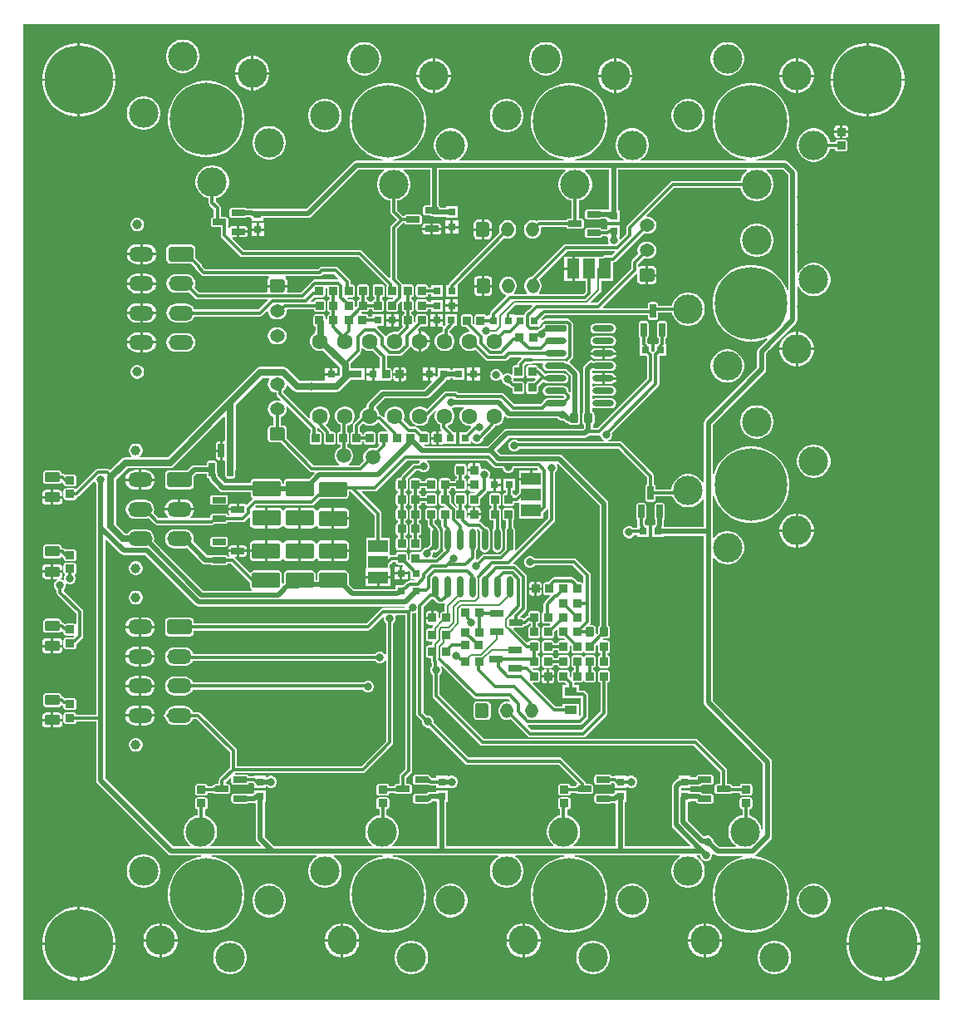
<source format=gbr>
%TF.GenerationSoftware,Altium Limited,Altium Designer,23.5.1 (21)*%
G04 Layer_Physical_Order=1*
G04 Layer_Color=16711680*
%FSLAX45Y45*%
%MOMM*%
%TF.SameCoordinates,33354463-9AA4-47E1-AEF5-84200F0A8FA4*%
%TF.FilePolarity,Positive*%
%TF.FileFunction,Copper,L1,Top,Signal*%
%TF.Part,Single*%
G01*
G75*
%TA.AperFunction,SMDPad,CuDef*%
G04:AMPARAMS|DCode=10|XSize=0.9mm|YSize=0.8mm|CornerRadius=0.08mm|HoleSize=0mm|Usage=FLASHONLY|Rotation=0.000|XOffset=0mm|YOffset=0mm|HoleType=Round|Shape=RoundedRectangle|*
%AMROUNDEDRECTD10*
21,1,0.90000,0.64000,0,0,0.0*
21,1,0.74000,0.80000,0,0,0.0*
1,1,0.16000,0.37000,-0.32000*
1,1,0.16000,-0.37000,-0.32000*
1,1,0.16000,-0.37000,0.32000*
1,1,0.16000,0.37000,0.32000*
%
%ADD10ROUNDEDRECTD10*%
G04:AMPARAMS|DCode=11|XSize=1.5mm|YSize=1mm|CornerRadius=0.1mm|HoleSize=0mm|Usage=FLASHONLY|Rotation=180.000|XOffset=0mm|YOffset=0mm|HoleType=Round|Shape=RoundedRectangle|*
%AMROUNDEDRECTD11*
21,1,1.50000,0.80000,0,0,180.0*
21,1,1.30000,1.00000,0,0,180.0*
1,1,0.20000,-0.65000,0.40000*
1,1,0.20000,0.65000,0.40000*
1,1,0.20000,0.65000,-0.40000*
1,1,0.20000,-0.65000,-0.40000*
%
%ADD11ROUNDEDRECTD11*%
G04:AMPARAMS|DCode=12|XSize=0.9mm|YSize=0.8mm|CornerRadius=0.08mm|HoleSize=0mm|Usage=FLASHONLY|Rotation=270.000|XOffset=0mm|YOffset=0mm|HoleType=Round|Shape=RoundedRectangle|*
%AMROUNDEDRECTD12*
21,1,0.90000,0.64000,0,0,270.0*
21,1,0.74000,0.80000,0,0,270.0*
1,1,0.16000,-0.32000,-0.37000*
1,1,0.16000,-0.32000,0.37000*
1,1,0.16000,0.32000,0.37000*
1,1,0.16000,0.32000,-0.37000*
%
%ADD12ROUNDEDRECTD12*%
%ADD13R,0.80000X0.80000*%
%ADD14R,1.30000X0.90000*%
%ADD15R,0.80000X0.80000*%
G04:AMPARAMS|DCode=16|XSize=2.8mm|YSize=1.6mm|CornerRadius=0.16mm|HoleSize=0mm|Usage=FLASHONLY|Rotation=180.000|XOffset=0mm|YOffset=0mm|HoleType=Round|Shape=RoundedRectangle|*
%AMROUNDEDRECTD16*
21,1,2.80000,1.28000,0,0,180.0*
21,1,2.48000,1.60000,0,0,180.0*
1,1,0.32000,-1.24000,0.64000*
1,1,0.32000,1.24000,0.64000*
1,1,0.32000,1.24000,-0.64000*
1,1,0.32000,-1.24000,-0.64000*
%
%ADD16ROUNDEDRECTD16*%
G04:AMPARAMS|DCode=17|XSize=0.95mm|YSize=0.85mm|CornerRadius=0.085mm|HoleSize=0mm|Usage=FLASHONLY|Rotation=90.000|XOffset=0mm|YOffset=0mm|HoleType=Round|Shape=RoundedRectangle|*
%AMROUNDEDRECTD17*
21,1,0.95000,0.68000,0,0,90.0*
21,1,0.78000,0.85000,0,0,90.0*
1,1,0.17000,0.34000,0.39000*
1,1,0.17000,0.34000,-0.39000*
1,1,0.17000,-0.34000,-0.39000*
1,1,0.17000,-0.34000,0.39000*
%
%ADD17ROUNDEDRECTD17*%
G04:AMPARAMS|DCode=18|XSize=0.6mm|YSize=1.4mm|CornerRadius=0.06mm|HoleSize=0mm|Usage=FLASHONLY|Rotation=90.000|XOffset=0mm|YOffset=0mm|HoleType=Round|Shape=RoundedRectangle|*
%AMROUNDEDRECTD18*
21,1,0.60000,1.28000,0,0,90.0*
21,1,0.48000,1.40000,0,0,90.0*
1,1,0.12000,0.64000,0.24000*
1,1,0.12000,0.64000,-0.24000*
1,1,0.12000,-0.64000,-0.24000*
1,1,0.12000,-0.64000,0.24000*
%
%ADD18ROUNDEDRECTD18*%
G04:AMPARAMS|DCode=19|XSize=0.6mm|YSize=1.4mm|CornerRadius=0.06mm|HoleSize=0mm|Usage=FLASHONLY|Rotation=180.000|XOffset=0mm|YOffset=0mm|HoleType=Round|Shape=RoundedRectangle|*
%AMROUNDEDRECTD19*
21,1,0.60000,1.28000,0,0,180.0*
21,1,0.48000,1.40000,0,0,180.0*
1,1,0.12000,-0.24000,0.64000*
1,1,0.12000,0.24000,0.64000*
1,1,0.12000,0.24000,-0.64000*
1,1,0.12000,-0.24000,-0.64000*
%
%ADD19ROUNDEDRECTD19*%
%ADD20R,2.00000X1.30000*%
%ADD21R,1.30000X2.00000*%
%ADD22C,1.50000*%
%ADD23O,0.60000X2.20000*%
G04:AMPARAMS|DCode=24|XSize=0.6mm|YSize=2.2mm|CornerRadius=0.06mm|HoleSize=0mm|Usage=FLASHONLY|Rotation=0.000|XOffset=0mm|YOffset=0mm|HoleType=Round|Shape=RoundedRectangle|*
%AMROUNDEDRECTD24*
21,1,0.60000,2.08000,0,0,0.0*
21,1,0.48000,2.20000,0,0,0.0*
1,1,0.12000,0.24000,-1.04000*
1,1,0.12000,-0.24000,-1.04000*
1,1,0.12000,-0.24000,1.04000*
1,1,0.12000,0.24000,1.04000*
%
%ADD24ROUNDEDRECTD24*%
%ADD25O,2.20000X0.60000*%
G04:AMPARAMS|DCode=26|XSize=0.6mm|YSize=2.2mm|CornerRadius=0.06mm|HoleSize=0mm|Usage=FLASHONLY|Rotation=90.000|XOffset=0mm|YOffset=0mm|HoleType=Round|Shape=RoundedRectangle|*
%AMROUNDEDRECTD26*
21,1,0.60000,2.08000,0,0,90.0*
21,1,0.48000,2.20000,0,0,90.0*
1,1,0.12000,1.04000,0.24000*
1,1,0.12000,1.04000,-0.24000*
1,1,0.12000,-1.04000,-0.24000*
1,1,0.12000,-1.04000,0.24000*
%
%ADD26ROUNDEDRECTD26*%
%TA.AperFunction,Conductor*%
%ADD27C,0.50000*%
%ADD28C,0.30000*%
%ADD29C,0.20000*%
%ADD30C,0.70000*%
%TA.AperFunction,ComponentPad*%
G04:AMPARAMS|DCode=31|XSize=2.5mm|YSize=1.5mm|CornerRadius=0.15mm|HoleSize=0mm|Usage=FLASHONLY|Rotation=0.000|XOffset=0mm|YOffset=0mm|HoleType=Round|Shape=RoundedRectangle|*
%AMROUNDEDRECTD31*
21,1,2.50000,1.20000,0,0,0.0*
21,1,2.20000,1.50000,0,0,0.0*
1,1,0.30000,1.10000,-0.60000*
1,1,0.30000,-1.10000,-0.60000*
1,1,0.30000,-1.10000,0.60000*
1,1,0.30000,1.10000,0.60000*
%
%ADD31ROUNDEDRECTD31*%
%ADD32O,2.50000X1.50000*%
%ADD33C,1.00000*%
%ADD34C,7.40000*%
%ADD35C,3.00000*%
%ADD36O,1.30000X1.50000*%
G04:AMPARAMS|DCode=37|XSize=1.5mm|YSize=1.3mm|CornerRadius=0.13mm|HoleSize=0mm|Usage=FLASHONLY|Rotation=90.000|XOffset=0mm|YOffset=0mm|HoleType=Round|Shape=RoundedRectangle|*
%AMROUNDEDRECTD37*
21,1,1.50000,1.04000,0,0,90.0*
21,1,1.24000,1.30000,0,0,90.0*
1,1,0.26000,0.52000,0.62000*
1,1,0.26000,0.52000,-0.62000*
1,1,0.26000,-0.52000,-0.62000*
1,1,0.26000,-0.52000,0.62000*
%
%ADD37ROUNDEDRECTD37*%
%ADD38C,1.60000*%
%ADD39O,1.50000X1.30000*%
G04:AMPARAMS|DCode=40|XSize=1.5mm|YSize=1.3mm|CornerRadius=0.13mm|HoleSize=0mm|Usage=FLASHONLY|Rotation=180.000|XOffset=0mm|YOffset=0mm|HoleType=Round|Shape=RoundedRectangle|*
%AMROUNDEDRECTD40*
21,1,1.50000,1.04000,0,0,180.0*
21,1,1.24000,1.30000,0,0,180.0*
1,1,0.26000,-0.62000,0.52000*
1,1,0.26000,0.62000,0.52000*
1,1,0.26000,0.62000,-0.52000*
1,1,0.26000,-0.62000,-0.52000*
%
%ADD40ROUNDEDRECTD40*%
%TA.AperFunction,ViaPad*%
%ADD41C,7.00000*%
%ADD42C,0.80000*%
G36*
X9369414Y30586D02*
X30586D01*
X30586Y9969414D01*
X9369414D01*
X9369414Y30586D01*
D02*
G37*
%LPC*%
G36*
X2384236Y9642000D02*
X2379501D01*
Y9479505D01*
X2542000D01*
Y9484236D01*
X2535275Y9518046D01*
X2522083Y9549894D01*
X2502931Y9578556D01*
X2478556Y9602932D01*
X2449893Y9622083D01*
X2418045Y9635275D01*
X2384236Y9642000D01*
D02*
G37*
G36*
X2354502D02*
X2349764D01*
X2315954Y9635275D01*
X2284106Y9622083D01*
X2255444Y9602932D01*
X2231068Y9578556D01*
X2211917Y9549894D01*
X2198725Y9518046D01*
X2192000Y9484236D01*
Y9479505D01*
X2354502D01*
Y9642000D01*
D02*
G37*
G36*
X1676743Y9810000D02*
X1643256D01*
X1610413Y9803467D01*
X1579475Y9790652D01*
X1551631Y9772048D01*
X1527952Y9748369D01*
X1509348Y9720525D01*
X1496533Y9689587D01*
X1490000Y9656743D01*
Y9623257D01*
X1496533Y9590413D01*
X1509348Y9559475D01*
X1527952Y9531631D01*
X1551631Y9507953D01*
X1579475Y9489348D01*
X1610413Y9476533D01*
X1643256Y9470000D01*
X1676743D01*
X1709587Y9476533D01*
X1740525Y9489348D01*
X1768368Y9507953D01*
X1792047Y9531631D01*
X1810652Y9559475D01*
X1823467Y9590413D01*
X1830000Y9623257D01*
Y9656743D01*
X1823467Y9689587D01*
X1810652Y9720525D01*
X1792047Y9748369D01*
X1768368Y9772048D01*
X1740525Y9790652D01*
X1709587Y9803467D01*
X1676743Y9810000D01*
D02*
G37*
G36*
X4234236Y9617000D02*
X4229501D01*
Y9454501D01*
X4392000D01*
Y9459236D01*
X4385274Y9493046D01*
X4372083Y9524894D01*
X4352931Y9553556D01*
X4328556Y9577932D01*
X4299893Y9597083D01*
X4268045Y9610275D01*
X4234236Y9617000D01*
D02*
G37*
G36*
X4204501D02*
X4199764D01*
X4165954Y9610275D01*
X4134106Y9597083D01*
X4105444Y9577932D01*
X4081068Y9553556D01*
X4061917Y9524894D01*
X4048725Y9493046D01*
X4042000Y9459236D01*
Y9454501D01*
X4204501D01*
Y9617000D01*
D02*
G37*
G36*
X6084236D02*
X6079499D01*
Y9454498D01*
X6242000D01*
Y9459236D01*
X6235275Y9493046D01*
X6222083Y9524894D01*
X6202931Y9553556D01*
X6178556Y9577932D01*
X6149894Y9597083D01*
X6118046Y9610275D01*
X6084236Y9617000D01*
D02*
G37*
G36*
X6054499D02*
X6049764D01*
X6015954Y9610275D01*
X5984106Y9597083D01*
X5955444Y9577932D01*
X5931069Y9553556D01*
X5911917Y9524894D01*
X5898725Y9493046D01*
X5892000Y9459236D01*
Y9454498D01*
X6054499D01*
Y9617000D01*
D02*
G37*
G36*
X7934236D02*
X7929496D01*
Y9454496D01*
X8092000D01*
Y9459236D01*
X8085275Y9493046D01*
X8072083Y9524894D01*
X8052931Y9553556D01*
X8028556Y9577932D01*
X7999894Y9597083D01*
X7968046Y9610275D01*
X7934236Y9617000D01*
D02*
G37*
G36*
X7904497D02*
X7899764D01*
X7865954Y9610275D01*
X7834106Y9597083D01*
X7805444Y9577932D01*
X7781069Y9553556D01*
X7761917Y9524894D01*
X7748725Y9493046D01*
X7742000Y9459236D01*
Y9454496D01*
X7904497D01*
Y9617000D01*
D02*
G37*
G36*
X7226743Y9785000D02*
X7193256D01*
X7160413Y9778467D01*
X7129475Y9765652D01*
X7101631Y9747048D01*
X7077952Y9723369D01*
X7059348Y9695525D01*
X7046533Y9664587D01*
X7040000Y9631744D01*
Y9598257D01*
X7046533Y9565413D01*
X7059348Y9534475D01*
X7077952Y9506631D01*
X7101631Y9482953D01*
X7129475Y9464348D01*
X7160413Y9451533D01*
X7193256Y9445000D01*
X7226743D01*
X7259587Y9451533D01*
X7290525Y9464348D01*
X7318368Y9482953D01*
X7342047Y9506631D01*
X7360652Y9534475D01*
X7373467Y9565413D01*
X7380000Y9598257D01*
Y9631744D01*
X7373467Y9664587D01*
X7360652Y9695525D01*
X7342047Y9723369D01*
X7318368Y9747048D01*
X7290525Y9765652D01*
X7259587Y9778467D01*
X7226743Y9785000D01*
D02*
G37*
G36*
X5376743D02*
X5343257D01*
X5310413Y9778467D01*
X5279475Y9765652D01*
X5251631Y9747048D01*
X5227952Y9723369D01*
X5209348Y9695525D01*
X5196533Y9664587D01*
X5190000Y9631744D01*
Y9598257D01*
X5196533Y9565413D01*
X5209348Y9534475D01*
X5227952Y9506631D01*
X5251631Y9482953D01*
X5279475Y9464348D01*
X5310413Y9451533D01*
X5343257Y9445000D01*
X5376743D01*
X5409587Y9451533D01*
X5440525Y9464348D01*
X5468369Y9482953D01*
X5492047Y9506631D01*
X5510652Y9534475D01*
X5523467Y9565413D01*
X5530000Y9598257D01*
Y9631744D01*
X5523467Y9664587D01*
X5510652Y9695525D01*
X5492047Y9723369D01*
X5468369Y9747048D01*
X5440525Y9765652D01*
X5409587Y9778467D01*
X5376743Y9785000D01*
D02*
G37*
G36*
X3526743D02*
X3493256D01*
X3460412Y9778467D01*
X3429474Y9765652D01*
X3401631Y9747048D01*
X3377952Y9723369D01*
X3359348Y9695525D01*
X3346533Y9664587D01*
X3340000Y9631744D01*
Y9598257D01*
X3346533Y9565413D01*
X3359348Y9534475D01*
X3377952Y9506631D01*
X3401631Y9482953D01*
X3429474Y9464348D01*
X3460412Y9451533D01*
X3493256Y9445000D01*
X3526743D01*
X3559587Y9451533D01*
X3590525Y9464348D01*
X3618368Y9482953D01*
X3642047Y9506631D01*
X3660652Y9534475D01*
X3673466Y9565413D01*
X3679999Y9598257D01*
Y9631744D01*
X3673466Y9664587D01*
X3660652Y9695525D01*
X3642047Y9723369D01*
X3618368Y9747048D01*
X3590525Y9765652D01*
X3559587Y9778467D01*
X3526743Y9785000D01*
D02*
G37*
G36*
X8669513Y9775000D02*
X8652499D01*
Y9412500D01*
X9014999D01*
Y9429513D01*
X9005766Y9487813D01*
X8987526Y9543950D01*
X8960728Y9596543D01*
X8926033Y9644296D01*
X8884296Y9686034D01*
X8836542Y9720729D01*
X8783949Y9747526D01*
X8727812Y9765766D01*
X8669513Y9775000D01*
D02*
G37*
G36*
X8627500D02*
X8610486D01*
X8552187Y9765766D01*
X8496050Y9747526D01*
X8443457Y9720729D01*
X8395703Y9686034D01*
X8353966Y9644296D01*
X8319271Y9596543D01*
X8292473Y9543950D01*
X8274233Y9487813D01*
X8264999Y9429513D01*
Y9412500D01*
X8627500D01*
Y9775000D01*
D02*
G37*
G36*
X629512D02*
X612498D01*
Y9412500D01*
X974999D01*
Y9429513D01*
X965765Y9487813D01*
X947525Y9543950D01*
X920727Y9596543D01*
X886033Y9644296D01*
X844295Y9686034D01*
X796541Y9720729D01*
X743948Y9747526D01*
X687811Y9765766D01*
X629512Y9775000D01*
D02*
G37*
G36*
X587499D02*
X570486D01*
X512186Y9765766D01*
X456049Y9747526D01*
X403456Y9720729D01*
X355702Y9686034D01*
X313965Y9644296D01*
X279270Y9596543D01*
X252472Y9543950D01*
X234232Y9487813D01*
X224999Y9429513D01*
Y9412500D01*
X587499D01*
Y9775000D01*
D02*
G37*
G36*
X2542000Y9454505D02*
X2379501D01*
Y9292000D01*
X2384236D01*
X2418045Y9298725D01*
X2449893Y9311917D01*
X2478556Y9331069D01*
X2502931Y9355444D01*
X2522083Y9384106D01*
X2535275Y9415954D01*
X2542000Y9449764D01*
Y9454505D01*
D02*
G37*
G36*
X2354502D02*
X2192000D01*
Y9449764D01*
X2198725Y9415954D01*
X2211917Y9384106D01*
X2231068Y9355444D01*
X2255444Y9331069D01*
X2284106Y9311917D01*
X2315954Y9298725D01*
X2349764Y9292000D01*
X2354502D01*
Y9454505D01*
D02*
G37*
G36*
X8092000Y9429497D02*
X7929496D01*
Y9267000D01*
X7934236D01*
X7968046Y9273725D01*
X7999894Y9286917D01*
X8028556Y9306069D01*
X8052931Y9330444D01*
X8072083Y9359107D01*
X8085275Y9390955D01*
X8092000Y9424764D01*
Y9429497D01*
D02*
G37*
G36*
X7904497D02*
X7742000D01*
Y9424764D01*
X7748725Y9390955D01*
X7761917Y9359107D01*
X7781069Y9330444D01*
X7805444Y9306069D01*
X7834106Y9286917D01*
X7865954Y9273725D01*
X7899764Y9267000D01*
X7904497D01*
Y9429497D01*
D02*
G37*
G36*
X6242000Y9429499D02*
X6079499D01*
Y9267000D01*
X6084236D01*
X6118046Y9273725D01*
X6149894Y9286917D01*
X6178556Y9306069D01*
X6202931Y9330444D01*
X6222083Y9359107D01*
X6235275Y9390955D01*
X6242000Y9424764D01*
Y9429499D01*
D02*
G37*
G36*
X6054499D02*
X5892000D01*
Y9424764D01*
X5898725Y9390955D01*
X5911917Y9359107D01*
X5931069Y9330444D01*
X5955444Y9306069D01*
X5984106Y9286917D01*
X6015954Y9273725D01*
X6049764Y9267000D01*
X6054499D01*
Y9429499D01*
D02*
G37*
G36*
X4392000Y9429501D02*
X4229501D01*
Y9267000D01*
X4234236D01*
X4268045Y9273725D01*
X4299893Y9286917D01*
X4328556Y9306069D01*
X4352931Y9330444D01*
X4372083Y9359107D01*
X4385274Y9390955D01*
X4392000Y9424764D01*
Y9429501D01*
D02*
G37*
G36*
X4204501D02*
X4042000D01*
Y9424764D01*
X4048725Y9390955D01*
X4061917Y9359107D01*
X4081068Y9330444D01*
X4105444Y9306069D01*
X4134106Y9286917D01*
X4165954Y9273725D01*
X4199764Y9267000D01*
X4204501D01*
Y9429501D01*
D02*
G37*
G36*
X9014999Y9387500D02*
X8652499D01*
Y9025000D01*
X8669513D01*
X8727812Y9034234D01*
X8783949Y9052474D01*
X8836542Y9079271D01*
X8884296Y9113966D01*
X8926033Y9155704D01*
X8960728Y9203457D01*
X8987526Y9256050D01*
X9005766Y9312187D01*
X9014999Y9370487D01*
Y9387500D01*
D02*
G37*
G36*
X8627500D02*
X8264999D01*
Y9370487D01*
X8274233Y9312187D01*
X8292473Y9256050D01*
X8319271Y9203457D01*
X8353966Y9155704D01*
X8395703Y9113966D01*
X8443457Y9079271D01*
X8496050Y9052474D01*
X8552187Y9034234D01*
X8610486Y9025000D01*
X8627500D01*
Y9387500D01*
D02*
G37*
G36*
X974999D02*
X612498D01*
Y9025000D01*
X629512D01*
X687811Y9034234D01*
X743948Y9052474D01*
X796541Y9079271D01*
X844295Y9113966D01*
X886033Y9155704D01*
X920727Y9203457D01*
X947525Y9256050D01*
X965765Y9312187D01*
X974999Y9370487D01*
Y9387500D01*
D02*
G37*
G36*
X587499D02*
X224999D01*
Y9370487D01*
X234232Y9312187D01*
X252472Y9256050D01*
X279270Y9203457D01*
X313965Y9155704D01*
X355702Y9113966D01*
X403456Y9079271D01*
X456049Y9052474D01*
X512186Y9034234D01*
X570486Y9025000D01*
X587499D01*
Y9387500D01*
D02*
G37*
G36*
X1276743Y9230000D02*
X1243256D01*
X1210413Y9223467D01*
X1179475Y9210652D01*
X1151631Y9192047D01*
X1127952Y9168369D01*
X1109348Y9140525D01*
X1096533Y9109587D01*
X1090000Y9076743D01*
Y9043256D01*
X1096533Y9010413D01*
X1109348Y8979475D01*
X1127952Y8951631D01*
X1151631Y8927952D01*
X1179475Y8909348D01*
X1210413Y8896533D01*
X1243256Y8890000D01*
X1276743D01*
X1309587Y8896533D01*
X1340525Y8909348D01*
X1368368Y8927952D01*
X1392047Y8951631D01*
X1410652Y8979475D01*
X1423467Y9010413D01*
X1430000Y9043256D01*
Y9076743D01*
X1423467Y9109587D01*
X1410652Y9140525D01*
X1392047Y9168369D01*
X1368368Y9192047D01*
X1340525Y9210652D01*
X1309587Y9223467D01*
X1276743Y9230000D01*
D02*
G37*
G36*
X8407000Y8935646D02*
X8382500D01*
Y8882500D01*
X8440646D01*
Y8902000D01*
X8438085Y8914876D01*
X8430792Y8925792D01*
X8419876Y8933085D01*
X8407000Y8935646D01*
D02*
G37*
G36*
X8357500D02*
X8333000D01*
X8320124Y8933085D01*
X8309208Y8925792D01*
X8301915Y8914876D01*
X8299354Y8902000D01*
Y8882500D01*
X8357500D01*
Y8935646D01*
D02*
G37*
G36*
X6826743Y9205000D02*
X6793256D01*
X6760413Y9198467D01*
X6729475Y9185652D01*
X6701631Y9167047D01*
X6677952Y9143369D01*
X6659348Y9115525D01*
X6646533Y9084587D01*
X6640000Y9051743D01*
Y9018257D01*
X6646533Y8985413D01*
X6659348Y8954475D01*
X6677952Y8926631D01*
X6701631Y8902952D01*
X6729475Y8884348D01*
X6760413Y8871533D01*
X6793256Y8865000D01*
X6826743D01*
X6859587Y8871533D01*
X6890525Y8884348D01*
X6918368Y8902952D01*
X6942047Y8926631D01*
X6960652Y8954475D01*
X6973467Y8985413D01*
X6980000Y9018257D01*
Y9051743D01*
X6973467Y9084587D01*
X6960652Y9115525D01*
X6942047Y9143369D01*
X6918368Y9167047D01*
X6890525Y9185652D01*
X6859587Y9198467D01*
X6826743Y9205000D01*
D02*
G37*
G36*
X4976743D02*
X4943257D01*
X4910413Y9198467D01*
X4879475Y9185652D01*
X4851631Y9167047D01*
X4827952Y9143369D01*
X4809348Y9115525D01*
X4796533Y9084587D01*
X4790000Y9051743D01*
Y9018257D01*
X4796533Y8985413D01*
X4809348Y8954475D01*
X4827952Y8926631D01*
X4851631Y8902952D01*
X4879475Y8884348D01*
X4910413Y8871533D01*
X4943257Y8865000D01*
X4976743D01*
X5009587Y8871533D01*
X5040525Y8884348D01*
X5068369Y8902952D01*
X5092047Y8926631D01*
X5110652Y8954475D01*
X5123467Y8985413D01*
X5130000Y9018257D01*
Y9051743D01*
X5123467Y9084587D01*
X5110652Y9115525D01*
X5092047Y9143369D01*
X5068369Y9167047D01*
X5040525Y9185652D01*
X5009587Y9198467D01*
X4976743Y9205000D01*
D02*
G37*
G36*
X3126743D02*
X3093256D01*
X3060412Y9198467D01*
X3029475Y9185652D01*
X3001631Y9167047D01*
X2977952Y9143369D01*
X2959348Y9115525D01*
X2946533Y9084587D01*
X2940000Y9051743D01*
Y9018257D01*
X2946533Y8985413D01*
X2959348Y8954475D01*
X2977952Y8926631D01*
X3001631Y8902952D01*
X3029475Y8884348D01*
X3060412Y8871533D01*
X3093256Y8865000D01*
X3126743D01*
X3159587Y8871533D01*
X3190525Y8884348D01*
X3218368Y8902952D01*
X3242047Y8926631D01*
X3260652Y8954475D01*
X3273466Y8985413D01*
X3280000Y9018257D01*
Y9051743D01*
X3273466Y9084587D01*
X3260652Y9115525D01*
X3242047Y9143369D01*
X3218368Y9167047D01*
X3190525Y9185652D01*
X3159587Y9198467D01*
X3126743Y9205000D01*
D02*
G37*
G36*
X8440646Y8857500D02*
X8382500D01*
Y8804354D01*
X8407000D01*
X8419876Y8806915D01*
X8430792Y8814208D01*
X8438085Y8825124D01*
X8440646Y8838000D01*
Y8857500D01*
D02*
G37*
G36*
X8357500D02*
X8299354D01*
Y8838000D01*
X8301915Y8825124D01*
X8309208Y8814208D01*
X8320124Y8806915D01*
X8333000Y8804354D01*
X8357500D01*
Y8857500D01*
D02*
G37*
G36*
X8106743Y8905000D02*
X8073256D01*
X8040413Y8898467D01*
X8009475Y8885652D01*
X7981631Y8867048D01*
X7957952Y8843369D01*
X7939348Y8815525D01*
X7926533Y8784587D01*
X7920000Y8751743D01*
Y8718257D01*
X7926533Y8685413D01*
X7939348Y8654475D01*
X7957952Y8626631D01*
X7981631Y8602953D01*
X8009475Y8584348D01*
X8040413Y8571533D01*
X8073256Y8565000D01*
X8106743D01*
X8139587Y8571533D01*
X8170525Y8584348D01*
X8198368Y8602953D01*
X8222047Y8626631D01*
X8240652Y8654475D01*
X8253467Y8685413D01*
X8255237Y8694314D01*
X8305185D01*
X8306625Y8687075D01*
X8312813Y8677813D01*
X8322075Y8671625D01*
X8333000Y8669451D01*
X8407000D01*
X8417925Y8671625D01*
X8427187Y8677813D01*
X8433375Y8687075D01*
X8435549Y8698000D01*
Y8762000D01*
X8433375Y8772925D01*
X8427187Y8782187D01*
X8417925Y8788375D01*
X8407000Y8790548D01*
X8333000D01*
X8322075Y8788375D01*
X8312813Y8782187D01*
X8306625Y8772925D01*
X8305185Y8765686D01*
X8257227D01*
X8253467Y8784587D01*
X8240652Y8815525D01*
X8222047Y8843369D01*
X8198368Y8867048D01*
X8170525Y8885652D01*
X8139587Y8898467D01*
X8106743Y8905000D01*
D02*
G37*
G36*
X1930693Y9390000D02*
X1869306D01*
X1808675Y9380397D01*
X1750292Y9361427D01*
X1695595Y9333558D01*
X1645932Y9297475D01*
X1602524Y9254068D01*
X1566442Y9204405D01*
X1538572Y9149708D01*
X1519603Y9091325D01*
X1510000Y9030694D01*
Y8969306D01*
X1519603Y8908675D01*
X1538572Y8850292D01*
X1566442Y8795596D01*
X1602524Y8745932D01*
X1645932Y8702525D01*
X1695595Y8666442D01*
X1750292Y8638573D01*
X1808675Y8619603D01*
X1869306Y8610000D01*
X1930693D01*
X1991325Y8619603D01*
X2049708Y8638573D01*
X2104404Y8666442D01*
X2154068Y8702525D01*
X2197475Y8745932D01*
X2233558Y8795596D01*
X2261427Y8850292D01*
X2280397Y8908675D01*
X2290000Y8969306D01*
Y9030694D01*
X2280397Y9091325D01*
X2261427Y9149708D01*
X2233558Y9204405D01*
X2197475Y9254068D01*
X2154068Y9297475D01*
X2104404Y9333558D01*
X2049708Y9361427D01*
X1991325Y9380397D01*
X1930693Y9390000D01*
D02*
G37*
G36*
X2556743Y8930000D02*
X2523256D01*
X2490413Y8923467D01*
X2459475Y8910652D01*
X2431631Y8892047D01*
X2407952Y8868369D01*
X2389348Y8840525D01*
X2376533Y8809587D01*
X2370000Y8776743D01*
Y8743257D01*
X2376533Y8710413D01*
X2389348Y8679475D01*
X2407952Y8651631D01*
X2431631Y8627953D01*
X2459475Y8609348D01*
X2490413Y8596533D01*
X2523256Y8590000D01*
X2556743D01*
X2589587Y8596533D01*
X2620525Y8609348D01*
X2648368Y8627953D01*
X2672047Y8651631D01*
X2690652Y8679475D01*
X2703467Y8710413D01*
X2710000Y8743257D01*
Y8776743D01*
X2703467Y8809587D01*
X2690652Y8840525D01*
X2672047Y8868369D01*
X2648368Y8892047D01*
X2620525Y8910652D01*
X2589587Y8923467D01*
X2556743Y8930000D01*
D02*
G37*
G36*
X7480693Y9365000D02*
X7419306D01*
X7358675Y9355397D01*
X7300292Y9336427D01*
X7245595Y9308558D01*
X7195932Y9272475D01*
X7152524Y9229068D01*
X7116442Y9179405D01*
X7088573Y9124708D01*
X7069603Y9066325D01*
X7060000Y9005694D01*
Y8944306D01*
X7069603Y8883675D01*
X7088573Y8825292D01*
X7116442Y8770596D01*
X7152524Y8720932D01*
X7195932Y8677525D01*
X7245595Y8641442D01*
X7300292Y8613573D01*
X7358675Y8594603D01*
X7396700Y8588580D01*
X7395701Y8575880D01*
X6330712D01*
X6326859Y8588580D01*
X6348369Y8602953D01*
X6372047Y8626631D01*
X6390652Y8654475D01*
X6403467Y8685413D01*
X6410000Y8718257D01*
Y8751743D01*
X6403467Y8784587D01*
X6390652Y8815525D01*
X6372047Y8843369D01*
X6348369Y8867048D01*
X6320525Y8885652D01*
X6289587Y8898467D01*
X6256743Y8905000D01*
X6223257D01*
X6190413Y8898467D01*
X6159475Y8885652D01*
X6131631Y8867048D01*
X6107952Y8843369D01*
X6089348Y8815525D01*
X6076533Y8784587D01*
X6070000Y8751743D01*
Y8718257D01*
X6076533Y8685413D01*
X6089348Y8654475D01*
X6107952Y8626631D01*
X6131631Y8602953D01*
X6153141Y8588580D01*
X6149288Y8575880D01*
X5654299D01*
X5653300Y8588580D01*
X5691325Y8594603D01*
X5749708Y8613573D01*
X5804404Y8641442D01*
X5854068Y8677525D01*
X5897475Y8720932D01*
X5933558Y8770596D01*
X5961427Y8825292D01*
X5980397Y8883675D01*
X5990000Y8944306D01*
Y9005694D01*
X5980397Y9066325D01*
X5961427Y9124708D01*
X5933558Y9179405D01*
X5897475Y9229068D01*
X5854068Y9272475D01*
X5804404Y9308558D01*
X5749708Y9336427D01*
X5691325Y9355397D01*
X5630694Y9365000D01*
X5569306D01*
X5508675Y9355397D01*
X5450292Y9336427D01*
X5395596Y9308558D01*
X5345932Y9272475D01*
X5302525Y9229068D01*
X5266442Y9179405D01*
X5238573Y9124708D01*
X5219603Y9066325D01*
X5210000Y9005694D01*
Y8944306D01*
X5219603Y8883675D01*
X5238573Y8825292D01*
X5266442Y8770596D01*
X5302525Y8720932D01*
X5345932Y8677525D01*
X5395596Y8641442D01*
X5450292Y8613573D01*
X5508675Y8594603D01*
X5546700Y8588580D01*
X5545701Y8575880D01*
X4480712D01*
X4476859Y8588580D01*
X4498368Y8602953D01*
X4522047Y8626631D01*
X4540652Y8654475D01*
X4553466Y8685413D01*
X4560000Y8718257D01*
Y8751743D01*
X4553466Y8784587D01*
X4540652Y8815525D01*
X4522047Y8843369D01*
X4498368Y8867048D01*
X4470525Y8885652D01*
X4439587Y8898467D01*
X4406743Y8905000D01*
X4373256D01*
X4340412Y8898467D01*
X4309474Y8885652D01*
X4281631Y8867048D01*
X4257952Y8843369D01*
X4239348Y8815525D01*
X4226533Y8784587D01*
X4220000Y8751743D01*
Y8718257D01*
X4226533Y8685413D01*
X4239348Y8654475D01*
X4257952Y8626631D01*
X4281631Y8602953D01*
X4303140Y8588580D01*
X4299288Y8575880D01*
X3804299D01*
X3803299Y8588580D01*
X3841325Y8594603D01*
X3899708Y8613573D01*
X3954404Y8641442D01*
X4004068Y8677525D01*
X4047475Y8720932D01*
X4083557Y8770596D01*
X4111427Y8825292D01*
X4130397Y8883675D01*
X4140000Y8944306D01*
Y9005694D01*
X4130397Y9066325D01*
X4111427Y9124708D01*
X4083557Y9179405D01*
X4047475Y9229068D01*
X4004068Y9272475D01*
X3954404Y9308558D01*
X3899708Y9336427D01*
X3841325Y9355397D01*
X3780693Y9365000D01*
X3719306D01*
X3658674Y9355397D01*
X3600292Y9336427D01*
X3545595Y9308558D01*
X3495932Y9272475D01*
X3452524Y9229068D01*
X3416442Y9179405D01*
X3388572Y9124708D01*
X3369603Y9066325D01*
X3360000Y9005694D01*
Y8944306D01*
X3369603Y8883675D01*
X3388572Y8825292D01*
X3416442Y8770596D01*
X3452524Y8720932D01*
X3495932Y8677525D01*
X3545595Y8641442D01*
X3600292Y8613573D01*
X3658674Y8594603D01*
X3696700Y8588580D01*
X3695701Y8575880D01*
X3429999D01*
X3412441Y8572388D01*
X3397556Y8562442D01*
X2920995Y8085882D01*
X2440000D01*
X2435567Y8085000D01*
X2386134D01*
X2382558Y8087389D01*
X2365000Y8090881D01*
X2303050D01*
X2299144Y8093491D01*
X2288999Y8095509D01*
X2161000D01*
X2150855Y8093491D01*
X2142255Y8087745D01*
X2136508Y8079145D01*
X2134491Y8069000D01*
Y8021000D01*
X2136508Y8010855D01*
X2142255Y8002255D01*
X2150855Y7996509D01*
X2161000Y7994491D01*
X2288999D01*
X2299144Y7996509D01*
X2303050Y7999118D01*
X2345995D01*
X2352557Y7992557D01*
X2365000Y7984242D01*
Y7965000D01*
X2485000D01*
Y7994119D01*
X2940000D01*
X2957558Y7997611D01*
X2972443Y8007557D01*
X3449004Y8484117D01*
X3705302D01*
X3708989Y8471964D01*
X3701631Y8467048D01*
X3677952Y8443369D01*
X3659348Y8415525D01*
X3646533Y8384587D01*
X3640000Y8351744D01*
Y8318257D01*
X3646533Y8285413D01*
X3659348Y8254475D01*
X3677952Y8226632D01*
X3701631Y8202953D01*
X3729474Y8184348D01*
X3760412Y8171533D01*
X3774314Y8168768D01*
Y8058193D01*
X3777030Y8044537D01*
X3784766Y8032960D01*
X3841503Y7976223D01*
X3784766Y7919485D01*
X3777030Y7907908D01*
X3774314Y7894252D01*
Y7389330D01*
X3762580Y7384470D01*
X3491817Y7655234D01*
X3480239Y7662969D01*
X3466583Y7665686D01*
X2284782D01*
X2163774Y7786693D01*
X2169035Y7799393D01*
X2212499D01*
Y7854999D01*
Y7910607D01*
X2161000D01*
X2148904Y7908201D01*
X2138650Y7901350D01*
X2132386Y7891975D01*
X2131462Y7891856D01*
X2122266Y7897773D01*
X2120399Y7911228D01*
X2123491Y7915855D01*
X2125509Y7926000D01*
Y7974000D01*
X2123491Y7984145D01*
X2117745Y7992745D01*
X2109144Y7998491D01*
X2099000Y8000509D01*
X2046919D01*
Y8096817D01*
X2044202Y8110473D01*
X2036467Y8122051D01*
X1995685Y8162832D01*
Y8193768D01*
X2009587Y8196533D01*
X2040525Y8209348D01*
X2068368Y8227953D01*
X2092047Y8251631D01*
X2110652Y8279475D01*
X2123466Y8310413D01*
X2130000Y8343257D01*
Y8376743D01*
X2123466Y8409587D01*
X2110652Y8440525D01*
X2092047Y8468369D01*
X2068368Y8492048D01*
X2040525Y8510652D01*
X2009587Y8523467D01*
X1976743Y8530000D01*
X1943256D01*
X1910412Y8523467D01*
X1879475Y8510652D01*
X1851631Y8492048D01*
X1827952Y8468369D01*
X1809348Y8440525D01*
X1796533Y8409587D01*
X1790000Y8376743D01*
Y8343257D01*
X1796533Y8310413D01*
X1809348Y8279475D01*
X1827952Y8251631D01*
X1851631Y8227953D01*
X1879475Y8209348D01*
X1910412Y8196533D01*
X1924314Y8193768D01*
Y8148051D01*
X1927030Y8134394D01*
X1934766Y8122817D01*
X1975547Y8082035D01*
Y8000509D01*
X1971000D01*
X1960855Y7998491D01*
X1952255Y7992745D01*
X1946508Y7984145D01*
X1944491Y7974000D01*
Y7926000D01*
X1946508Y7915855D01*
X1952255Y7907255D01*
X1960855Y7901509D01*
X1971000Y7899491D01*
X2048314D01*
Y7816000D01*
X2051031Y7802344D01*
X2058766Y7790766D01*
X2244766Y7604766D01*
X2256344Y7597031D01*
X2270000Y7594314D01*
X3451802D01*
X3741257Y7304858D01*
X3736625Y7297925D01*
X3734452Y7287000D01*
Y7213000D01*
X3736625Y7202075D01*
X3742813Y7192813D01*
X3752075Y7186625D01*
X3763000Y7184451D01*
X3799367D01*
X3804926Y7171973D01*
X3799827Y7165549D01*
X3760000D01*
X3749075Y7163375D01*
X3739813Y7157187D01*
X3733625Y7147925D01*
X3731452Y7137000D01*
Y7063000D01*
X3733625Y7052075D01*
X3739813Y7042813D01*
X3749075Y7036625D01*
X3760000Y7034452D01*
X3824000D01*
X3834925Y7036625D01*
X3844187Y7042813D01*
X3850376Y7052075D01*
X3852549Y7063000D01*
Y7115081D01*
X3883249Y7145781D01*
X3894954Y7139525D01*
X3894451Y7137000D01*
Y7063000D01*
X3896624Y7052075D01*
X3902813Y7042813D01*
X3912075Y7036625D01*
X3919314Y7035185D01*
Y7014815D01*
X3912075Y7013375D01*
X3902813Y7007187D01*
X3896624Y6997925D01*
X3894451Y6987000D01*
Y6913000D01*
X3896624Y6902075D01*
X3902813Y6892813D01*
X3903597Y6884850D01*
X3851186Y6832439D01*
X3834165Y6837000D01*
X3807835D01*
X3782402Y6830185D01*
X3759599Y6817020D01*
X3740980Y6798401D01*
X3738044Y6793315D01*
X3723659Y6793800D01*
X3719234Y6800423D01*
X3642423Y6877234D01*
X3642323Y6877300D01*
X3646176Y6890000D01*
X3707000D01*
Y7010000D01*
X3587000D01*
Y6985686D01*
X3552549D01*
Y6987000D01*
X3550375Y6997925D01*
X3544187Y7007187D01*
X3534925Y7013375D01*
X3524000Y7015549D01*
X3484633D01*
X3479074Y7028027D01*
X3484173Y7034452D01*
X3527000D01*
X3537925Y7036625D01*
X3547187Y7042813D01*
X3553375Y7052075D01*
X3555549Y7063000D01*
Y7064314D01*
X3591452D01*
Y7063000D01*
X3593625Y7052075D01*
X3599813Y7042813D01*
X3609075Y7036625D01*
X3620000Y7034452D01*
X3684000D01*
X3694925Y7036625D01*
X3704187Y7042813D01*
X3710375Y7052075D01*
X3712549Y7063000D01*
Y7137000D01*
X3710375Y7147925D01*
X3704187Y7157187D01*
X3694925Y7163375D01*
X3687686Y7164815D01*
Y7184588D01*
X3697925Y7186625D01*
X3707187Y7192813D01*
X3713375Y7202075D01*
X3715548Y7213000D01*
Y7287000D01*
X3713375Y7297925D01*
X3707187Y7307187D01*
X3697925Y7313375D01*
X3687000Y7315548D01*
X3623000D01*
X3612075Y7313375D01*
X3602813Y7307187D01*
X3596625Y7297925D01*
X3594451Y7287000D01*
Y7213000D01*
X3596625Y7202075D01*
X3602813Y7192813D01*
X3612075Y7186625D01*
X3616314Y7185781D01*
Y7164815D01*
X3609075Y7163375D01*
X3599813Y7157187D01*
X3593625Y7147925D01*
X3591452Y7137000D01*
Y7135686D01*
X3555549D01*
Y7137000D01*
X3553375Y7147925D01*
X3547187Y7157187D01*
X3537925Y7163375D01*
X3530686Y7164815D01*
Y7185185D01*
X3537925Y7186625D01*
X3547187Y7192813D01*
X3553375Y7202075D01*
X3555549Y7213000D01*
Y7287000D01*
X3553375Y7297925D01*
X3547187Y7307187D01*
X3537925Y7313375D01*
X3527000Y7315548D01*
X3463000D01*
X3452075Y7313375D01*
X3442813Y7307187D01*
X3436625Y7297925D01*
X3434452Y7287000D01*
Y7213000D01*
X3436625Y7202075D01*
X3442813Y7192813D01*
X3452075Y7186625D01*
X3459314Y7185185D01*
Y7164815D01*
X3452075Y7163375D01*
X3442813Y7157187D01*
X3436625Y7147925D01*
X3434452Y7137000D01*
Y7090173D01*
X3428027Y7085073D01*
X3415548Y7090632D01*
Y7137000D01*
X3413375Y7147925D01*
X3407187Y7157187D01*
X3397925Y7163375D01*
X3387000Y7165549D01*
X3344107D01*
X3339331Y7171751D01*
X3345376Y7184451D01*
X3387000D01*
X3397925Y7186625D01*
X3407187Y7192813D01*
X3413375Y7202075D01*
X3415548Y7213000D01*
Y7287000D01*
X3413375Y7297925D01*
X3407187Y7307187D01*
X3397925Y7313375D01*
X3387000Y7315548D01*
X3368709D01*
Y7341977D01*
X3365992Y7355633D01*
X3358257Y7367211D01*
X3242031Y7483437D01*
X3230453Y7491172D01*
X3216797Y7493889D01*
X3077731D01*
X3064075Y7491172D01*
X3052498Y7483437D01*
X3040020Y7470959D01*
X1890240D01*
X1853355Y7507843D01*
X1850698Y7521200D01*
X1842963Y7532777D01*
X1785686Y7590054D01*
Y7685273D01*
X1782969Y7698929D01*
X1775233Y7710506D01*
X1763656Y7718242D01*
X1750000Y7720958D01*
X1530000D01*
X1516343Y7718242D01*
X1504766Y7710506D01*
X1497031Y7698929D01*
X1494314Y7685273D01*
Y7565273D01*
X1497031Y7551617D01*
X1504766Y7540039D01*
X1516343Y7532304D01*
X1530000Y7529587D01*
X1745218D01*
X1782103Y7492702D01*
X1784760Y7479346D01*
X1792496Y7467768D01*
X1850225Y7410039D01*
X1861802Y7402304D01*
X1875458Y7399587D01*
X2534693D01*
X2536491Y7397268D01*
X2533706Y7380133D01*
X2532604Y7379396D01*
X2524205Y7366827D01*
X2521256Y7352000D01*
Y7312500D01*
X2722744D01*
Y7352000D01*
X2719795Y7366827D01*
X2711396Y7379396D01*
X2710295Y7380133D01*
X2707509Y7397268D01*
X2709307Y7399587D01*
X3054801D01*
X3068457Y7402304D01*
X3080035Y7410039D01*
X3092513Y7422517D01*
X3202015D01*
X3246913Y7377620D01*
X3242717Y7367804D01*
X3240886Y7365686D01*
X3002189D01*
X2988533Y7362969D01*
X2976955Y7355234D01*
X2951766Y7330045D01*
X2944031Y7318467D01*
X2943045Y7313512D01*
X2865219Y7235686D01*
X2730305D01*
X2722248Y7245503D01*
X2722744Y7248000D01*
Y7287500D01*
X2521256D01*
Y7248000D01*
X2521752Y7245503D01*
X2513696Y7235686D01*
X1826039D01*
X1776315Y7285410D01*
X1782554Y7300473D01*
X1785819Y7325273D01*
X1782554Y7350072D01*
X1772982Y7373182D01*
X1757754Y7393027D01*
X1737910Y7408255D01*
X1714800Y7417827D01*
X1690000Y7421092D01*
X1590000D01*
X1565200Y7417827D01*
X1542090Y7408255D01*
X1522245Y7393027D01*
X1507018Y7373182D01*
X1497445Y7350072D01*
X1494180Y7325273D01*
X1497445Y7300473D01*
X1507018Y7277363D01*
X1522245Y7257518D01*
X1542090Y7242291D01*
X1565200Y7232718D01*
X1590000Y7229453D01*
X1690000D01*
X1714800Y7232718D01*
X1724185Y7236606D01*
X1786024Y7174766D01*
X1797601Y7167031D01*
X1811258Y7164314D01*
X2521832D01*
X2526692Y7152581D01*
X2435070Y7060958D01*
X1778045D01*
X1772982Y7073182D01*
X1757754Y7093027D01*
X1737910Y7108255D01*
X1714800Y7117827D01*
X1690000Y7121092D01*
X1590000D01*
X1565200Y7117827D01*
X1542090Y7108255D01*
X1522245Y7093027D01*
X1507018Y7073182D01*
X1497445Y7050073D01*
X1494180Y7025273D01*
X1497445Y7000473D01*
X1507018Y6977363D01*
X1522245Y6957518D01*
X1542090Y6942291D01*
X1565200Y6932718D01*
X1590000Y6929453D01*
X1690000D01*
X1714800Y6932718D01*
X1737910Y6942291D01*
X1757754Y6957518D01*
X1772982Y6977363D01*
X1778045Y6989587D01*
X2449851D01*
X2463508Y6992304D01*
X2475085Y7000039D01*
X2514340Y7039294D01*
X2527749Y7034742D01*
X2529188Y7023811D01*
X2537753Y7003134D01*
X2551377Y6985377D01*
X2569134Y6971753D01*
X2589811Y6963188D01*
X2612000Y6960267D01*
X2632000D01*
X2654190Y6963188D01*
X2674867Y6971753D01*
X2692623Y6985377D01*
X2706247Y7003134D01*
X2714812Y7023811D01*
X2717733Y7046000D01*
X2716580Y7054766D01*
X2724953Y7064314D01*
X2994451D01*
Y7063000D01*
X2996624Y7052075D01*
X3002813Y7042813D01*
X3012075Y7036625D01*
X3023000Y7034452D01*
X3087000D01*
X3097925Y7036625D01*
X3107187Y7042813D01*
X3113375Y7052075D01*
X3115548Y7063000D01*
Y7137000D01*
X3113375Y7147925D01*
X3107187Y7157187D01*
X3097925Y7163375D01*
X3087000Y7165549D01*
X3023000D01*
X3012075Y7163375D01*
X3002813Y7157187D01*
X2996624Y7147925D01*
X2994451Y7137000D01*
Y7135686D01*
X2964747D01*
X2959886Y7147419D01*
X3003091Y7190623D01*
X3009075Y7186625D01*
X3020000Y7184451D01*
X3084000D01*
X3094925Y7186625D01*
X3104187Y7192813D01*
X3110375Y7202075D01*
X3112549Y7213000D01*
Y7287000D01*
X3114635Y7289542D01*
X3119805D01*
X3131452Y7277706D01*
Y7213000D01*
X3133625Y7202075D01*
X3139813Y7192813D01*
X3149075Y7186625D01*
X3156314Y7185185D01*
Y7164219D01*
X3152075Y7163375D01*
X3142813Y7157187D01*
X3136625Y7147925D01*
X3134451Y7137000D01*
Y7063000D01*
X3136625Y7052075D01*
X3142813Y7042813D01*
X3152075Y7036625D01*
X3156314Y7035781D01*
Y7014815D01*
X3149075Y7013375D01*
X3139813Y7007187D01*
X3133625Y6997925D01*
X3131452Y6987000D01*
Y6960649D01*
X3129279Y6959035D01*
X3114110Y6961012D01*
X3112549Y6962424D01*
Y6987000D01*
X3110375Y6997925D01*
X3104187Y7007187D01*
X3094925Y7013375D01*
X3084000Y7015549D01*
X3020000D01*
X3009075Y7013375D01*
X2999813Y7007187D01*
X2993625Y6997925D01*
X2991451Y6987000D01*
Y6913000D01*
X2993625Y6902075D01*
X2999813Y6892813D01*
X3009075Y6886625D01*
X3011700Y6886103D01*
Y6855712D01*
X3009143Y6842860D01*
Y6823685D01*
X2997599Y6817020D01*
X2978980Y6798401D01*
X2965815Y6775598D01*
X2959000Y6750165D01*
Y6723835D01*
X2965815Y6698402D01*
X2978980Y6675599D01*
X2997599Y6656980D01*
X3020402Y6643815D01*
X3045835Y6637000D01*
X3072165D01*
X3089145Y6641550D01*
X3260923Y6469772D01*
Y6405000D01*
X3262000Y6399583D01*
Y6391305D01*
X3248733Y6378039D01*
X3237000Y6382899D01*
Y6387500D01*
X3107000D01*
Y6335001D01*
X3095925Y6331077D01*
X2995405D01*
X2985935Y6335000D01*
X2962065D01*
X2952596Y6331077D01*
X2849934D01*
X2721358Y6459653D01*
X2703166Y6471809D01*
X2681706Y6476077D01*
X2451005D01*
X2429545Y6471809D01*
X2411352Y6459653D01*
X2105347Y6153648D01*
X1507777Y5556077D01*
X1227022D01*
X1223619Y5568777D01*
X1223981Y5568986D01*
X1237014Y5582019D01*
X1246229Y5597981D01*
X1251000Y5615784D01*
Y5634216D01*
X1246229Y5652019D01*
X1237014Y5667981D01*
X1223981Y5681014D01*
X1208019Y5690229D01*
X1190216Y5695000D01*
X1171784D01*
X1153981Y5690229D01*
X1138019Y5681014D01*
X1124986Y5667981D01*
X1115770Y5652019D01*
X1111000Y5634216D01*
Y5615784D01*
X1115770Y5597981D01*
X1124986Y5582019D01*
X1138019Y5568986D01*
X1138381Y5568777D01*
X1134978Y5556077D01*
X1075000D01*
X1053540Y5551809D01*
X1035347Y5539653D01*
X918081Y5422386D01*
X915233Y5425234D01*
X903656Y5432969D01*
X890000Y5435686D01*
X793934D01*
X780278Y5432969D01*
X768700Y5425234D01*
X574894Y5231428D01*
X567187Y5232187D01*
X557925Y5238375D01*
X547000Y5240548D01*
X473000D01*
X462075Y5238375D01*
X452813Y5232187D01*
X446625Y5222925D01*
X444452Y5212000D01*
Y5148000D01*
X446625Y5137075D01*
X452813Y5127813D01*
X462075Y5121625D01*
X473000Y5119451D01*
X547000D01*
X557925Y5121625D01*
X567187Y5127813D01*
X573376Y5137075D01*
X574852Y5144497D01*
X587590Y5147031D01*
X599167Y5154766D01*
X753267Y5308866D01*
X768054Y5305692D01*
X774134Y5291013D01*
X779118Y5286029D01*
Y4836863D01*
Y2935686D01*
X574815D01*
X573376Y2942925D01*
X567187Y2952187D01*
X557925Y2958375D01*
X547000Y2960548D01*
X473000D01*
X462075Y2958375D01*
X452813Y2952187D01*
X446625Y2942925D01*
X444452Y2932000D01*
Y2868000D01*
X446625Y2857075D01*
X452813Y2847813D01*
X462075Y2841624D01*
X473000Y2839451D01*
X547000D01*
X557925Y2841624D01*
X567187Y2847813D01*
X573376Y2857075D01*
X574815Y2864314D01*
X779118D01*
Y2265000D01*
X782611Y2247442D01*
X792557Y2232557D01*
X1512557Y1512557D01*
X1527442Y1502611D01*
X1545000Y1499119D01*
X1845694D01*
X1846694Y1486419D01*
X1808675Y1480397D01*
X1750292Y1461427D01*
X1695595Y1433558D01*
X1645932Y1397475D01*
X1602524Y1354068D01*
X1566442Y1304405D01*
X1538572Y1249708D01*
X1519603Y1191325D01*
X1510000Y1130694D01*
Y1069306D01*
X1519603Y1008675D01*
X1538572Y950292D01*
X1566442Y895596D01*
X1602524Y845932D01*
X1645932Y802525D01*
X1695595Y766442D01*
X1750292Y738573D01*
X1808675Y719603D01*
X1869306Y710000D01*
X1930693D01*
X1991325Y719603D01*
X2049708Y738573D01*
X2104404Y766442D01*
X2154068Y802525D01*
X2197475Y845932D01*
X2233558Y895596D01*
X2261427Y950292D01*
X2280397Y1008675D01*
X2290000Y1069306D01*
Y1130694D01*
X2280397Y1191325D01*
X2261427Y1249708D01*
X2233558Y1304405D01*
X2197475Y1354068D01*
X2154068Y1397475D01*
X2104404Y1433558D01*
X2049708Y1461427D01*
X1991325Y1480397D01*
X1953306Y1486419D01*
X1954305Y1499119D01*
X3019286D01*
X3023139Y1486419D01*
X3001631Y1472048D01*
X2977952Y1448369D01*
X2959348Y1420525D01*
X2946533Y1389587D01*
X2940000Y1356744D01*
Y1323257D01*
X2946533Y1290413D01*
X2959348Y1259475D01*
X2977952Y1231632D01*
X3001631Y1207953D01*
X3029475Y1189348D01*
X3060412Y1176533D01*
X3093256Y1170000D01*
X3126743D01*
X3159587Y1176533D01*
X3190525Y1189348D01*
X3218368Y1207953D01*
X3242047Y1231632D01*
X3260652Y1259475D01*
X3273466Y1290413D01*
X3280000Y1323257D01*
Y1356744D01*
X3273466Y1389587D01*
X3260652Y1420525D01*
X3242047Y1448369D01*
X3218368Y1472048D01*
X3196861Y1486419D01*
X3200713Y1499119D01*
X3695694D01*
X3696693Y1486419D01*
X3658674Y1480397D01*
X3600292Y1461427D01*
X3545595Y1433558D01*
X3495932Y1397475D01*
X3452524Y1354068D01*
X3416442Y1304405D01*
X3388572Y1249708D01*
X3369603Y1191325D01*
X3360000Y1130694D01*
Y1069306D01*
X3369603Y1008675D01*
X3388572Y950292D01*
X3416442Y895596D01*
X3452524Y845932D01*
X3495932Y802525D01*
X3545595Y766442D01*
X3600292Y738573D01*
X3658674Y719603D01*
X3719306Y710000D01*
X3780693D01*
X3841325Y719603D01*
X3899708Y738573D01*
X3954404Y766442D01*
X4004068Y802525D01*
X4047475Y845932D01*
X4083557Y895596D01*
X4111427Y950292D01*
X4130397Y1008675D01*
X4140000Y1069306D01*
Y1130694D01*
X4130397Y1191325D01*
X4111427Y1249708D01*
X4083557Y1304405D01*
X4047475Y1354068D01*
X4004068Y1397475D01*
X3954404Y1433558D01*
X3899708Y1461427D01*
X3841325Y1480397D01*
X3803306Y1486419D01*
X3804305Y1499119D01*
X4869286D01*
X4873139Y1486419D01*
X4851631Y1472048D01*
X4827952Y1448369D01*
X4809348Y1420525D01*
X4796533Y1389587D01*
X4790000Y1356744D01*
Y1323257D01*
X4796533Y1290413D01*
X4809348Y1259475D01*
X4827952Y1231632D01*
X4851631Y1207953D01*
X4879475Y1189348D01*
X4910413Y1176533D01*
X4943257Y1170000D01*
X4976743D01*
X5009587Y1176533D01*
X5040525Y1189348D01*
X5068369Y1207953D01*
X5092047Y1231632D01*
X5110652Y1259475D01*
X5123467Y1290413D01*
X5130000Y1323257D01*
Y1356744D01*
X5123467Y1389587D01*
X5110652Y1420525D01*
X5092047Y1448369D01*
X5068369Y1472048D01*
X5046861Y1486419D01*
X5050714Y1499119D01*
X5545694D01*
X5546694Y1486419D01*
X5508675Y1480397D01*
X5450292Y1461427D01*
X5395596Y1433558D01*
X5345932Y1397475D01*
X5302525Y1354068D01*
X5266442Y1304405D01*
X5238573Y1249708D01*
X5219603Y1191325D01*
X5210000Y1130694D01*
Y1069306D01*
X5219603Y1008675D01*
X5238573Y950292D01*
X5266442Y895596D01*
X5302525Y845932D01*
X5345932Y802525D01*
X5395596Y766442D01*
X5450292Y738573D01*
X5508675Y719603D01*
X5569306Y710000D01*
X5630694D01*
X5691325Y719603D01*
X5749708Y738573D01*
X5804404Y766442D01*
X5854068Y802525D01*
X5897475Y845932D01*
X5933558Y895596D01*
X5961427Y950292D01*
X5980397Y1008675D01*
X5990000Y1069306D01*
Y1130694D01*
X5980397Y1191325D01*
X5961427Y1249708D01*
X5933558Y1304405D01*
X5897475Y1354068D01*
X5854068Y1397475D01*
X5804404Y1433558D01*
X5749708Y1461427D01*
X5691325Y1480397D01*
X5653306Y1486419D01*
X5654306Y1499119D01*
X6719286D01*
X6723139Y1486419D01*
X6701631Y1472048D01*
X6677952Y1448369D01*
X6659348Y1420525D01*
X6646533Y1389587D01*
X6640000Y1356744D01*
Y1323257D01*
X6646533Y1290413D01*
X6659348Y1259475D01*
X6677952Y1231632D01*
X6701631Y1207953D01*
X6729475Y1189348D01*
X6760413Y1176533D01*
X6793256Y1170000D01*
X6826743D01*
X6859587Y1176533D01*
X6890525Y1189348D01*
X6918368Y1207953D01*
X6942047Y1231632D01*
X6960652Y1259475D01*
X6973467Y1290413D01*
X6980000Y1323257D01*
Y1356744D01*
X6973467Y1389587D01*
X6960652Y1420525D01*
X6942047Y1448369D01*
X6918368Y1472048D01*
X6896861Y1486419D01*
X6900713Y1499119D01*
X6935104D01*
Y1492961D01*
X6944238Y1470909D01*
X6961117Y1454030D01*
X6983169Y1444896D01*
X7007039D01*
X7029091Y1454030D01*
X7045969Y1470909D01*
X7055104Y1492961D01*
Y1512049D01*
X7067465Y1517649D01*
X7077557Y1507557D01*
X7092442Y1497611D01*
X7110000Y1494118D01*
X7364123D01*
X7365123Y1481418D01*
X7358675Y1480397D01*
X7300292Y1461427D01*
X7245595Y1433558D01*
X7195932Y1397475D01*
X7152524Y1354068D01*
X7116442Y1304405D01*
X7088573Y1249708D01*
X7069603Y1191325D01*
X7060000Y1130694D01*
Y1069306D01*
X7069603Y1008675D01*
X7088573Y950292D01*
X7116442Y895596D01*
X7152524Y845932D01*
X7195932Y802525D01*
X7245595Y766442D01*
X7300292Y738573D01*
X7358675Y719603D01*
X7419306Y710000D01*
X7480693D01*
X7541325Y719603D01*
X7599708Y738573D01*
X7654404Y766442D01*
X7704068Y802525D01*
X7747475Y845932D01*
X7783558Y895596D01*
X7811427Y950292D01*
X7830397Y1008675D01*
X7840000Y1069306D01*
Y1130694D01*
X7830397Y1191325D01*
X7811427Y1249708D01*
X7783558Y1304405D01*
X7747475Y1354068D01*
X7704068Y1397475D01*
X7654404Y1433558D01*
X7599708Y1461427D01*
X7541325Y1480397D01*
X7492096Y1488194D01*
X7489173Y1501515D01*
X7498214Y1507557D01*
X7649886Y1659229D01*
X7659832Y1674114D01*
X7663325Y1691672D01*
Y2452557D01*
X7659832Y2470115D01*
X7649886Y2485000D01*
X7060881Y3074005D01*
Y4530304D01*
X7073034Y4533991D01*
X7077952Y4526631D01*
X7101631Y4502952D01*
X7129474Y4484348D01*
X7160412Y4471533D01*
X7193256Y4465000D01*
X7226743D01*
X7259587Y4471533D01*
X7290525Y4484348D01*
X7318368Y4502952D01*
X7342047Y4526631D01*
X7360652Y4554475D01*
X7373466Y4585413D01*
X7379999Y4618256D01*
Y4651743D01*
X7373466Y4684587D01*
X7360652Y4715525D01*
X7342047Y4743368D01*
X7318368Y4767047D01*
X7290525Y4785652D01*
X7259587Y4798467D01*
X7226743Y4805000D01*
X7193256D01*
X7160412Y4798467D01*
X7129474Y4785652D01*
X7101631Y4767047D01*
X7077952Y4743368D01*
X7073034Y4736009D01*
X7060881Y4739695D01*
Y5169418D01*
X7073581Y5171429D01*
X7088572Y5125292D01*
X7116442Y5070595D01*
X7152524Y5020932D01*
X7195932Y4977524D01*
X7245595Y4941442D01*
X7300291Y4913573D01*
X7358674Y4894603D01*
X7419306Y4885000D01*
X7480693D01*
X7541325Y4894603D01*
X7599708Y4913573D01*
X7654404Y4941442D01*
X7704068Y4977524D01*
X7747475Y5020932D01*
X7783557Y5070595D01*
X7811427Y5125292D01*
X7830397Y5183675D01*
X7840000Y5244306D01*
Y5305693D01*
X7830397Y5366325D01*
X7811427Y5424708D01*
X7783557Y5479404D01*
X7747475Y5529068D01*
X7704068Y5572475D01*
X7654404Y5608558D01*
X7599708Y5636427D01*
X7541325Y5655397D01*
X7480693Y5665000D01*
X7419306D01*
X7358674Y5655397D01*
X7300291Y5636427D01*
X7245595Y5608558D01*
X7195932Y5572475D01*
X7152524Y5529068D01*
X7116442Y5479404D01*
X7088572Y5424708D01*
X7073581Y5378570D01*
X7060881Y5380582D01*
Y5886220D01*
X7592030Y6417368D01*
X7601976Y6432253D01*
X7605468Y6449811D01*
Y6615246D01*
X7908325Y6918102D01*
X7918270Y6932987D01*
X7921763Y6950545D01*
Y7293742D01*
X7934463Y7296268D01*
X7939348Y7284475D01*
X7957952Y7256632D01*
X7981631Y7232953D01*
X8009474Y7214348D01*
X8040412Y7201533D01*
X8073256Y7195000D01*
X8106743D01*
X8139587Y7201533D01*
X8170525Y7214348D01*
X8198368Y7232953D01*
X8222047Y7256632D01*
X8240652Y7284475D01*
X8253466Y7315413D01*
X8259999Y7348257D01*
Y7381744D01*
X8253466Y7414587D01*
X8240652Y7445525D01*
X8222047Y7473369D01*
X8198368Y7497048D01*
X8170525Y7515652D01*
X8139587Y7528467D01*
X8106743Y7535000D01*
X8073256D01*
X8040412Y7528467D01*
X8009474Y7515652D01*
X7981631Y7497048D01*
X7957952Y7473369D01*
X7939348Y7445525D01*
X7934463Y7433733D01*
X7921763Y7436259D01*
Y8454119D01*
X7918270Y8471677D01*
X7908325Y8486562D01*
X7832444Y8562442D01*
X7817559Y8572388D01*
X7800001Y8575880D01*
X7504299D01*
X7503299Y8588580D01*
X7541325Y8594603D01*
X7599708Y8613573D01*
X7654404Y8641442D01*
X7704068Y8677525D01*
X7747475Y8720932D01*
X7783558Y8770596D01*
X7811427Y8825292D01*
X7830397Y8883675D01*
X7840000Y8944306D01*
Y9005694D01*
X7830397Y9066325D01*
X7811427Y9124708D01*
X7783558Y9179405D01*
X7747475Y9229068D01*
X7704068Y9272475D01*
X7654404Y9308558D01*
X7599708Y9336427D01*
X7541325Y9355397D01*
X7480693Y9365000D01*
D02*
G37*
G36*
X2490000Y7940000D02*
X2437495D01*
Y7887502D01*
X2490000D01*
Y7940000D01*
D02*
G37*
G36*
X2412495D02*
X2360000D01*
Y7887502D01*
X2412495D01*
Y7940000D01*
D02*
G37*
G36*
X2288999Y7910607D02*
X2237499D01*
Y7867499D01*
X2320607D01*
Y7879000D01*
X2318201Y7891095D01*
X2311349Y7901350D01*
X2301095Y7908201D01*
X2288999Y7910607D01*
D02*
G37*
G36*
X1205216Y7995273D02*
X1186784D01*
X1168981Y7990502D01*
X1153019Y7981287D01*
X1139986Y7968254D01*
X1130770Y7952292D01*
X1126000Y7934488D01*
Y7916057D01*
X1130770Y7898254D01*
X1139986Y7882292D01*
X1153019Y7869259D01*
X1168981Y7860043D01*
X1186784Y7855273D01*
X1205216D01*
X1223019Y7860043D01*
X1238981Y7869259D01*
X1252014Y7882292D01*
X1261229Y7898254D01*
X1266000Y7916057D01*
Y7934488D01*
X1261229Y7952292D01*
X1252014Y7968254D01*
X1238981Y7981287D01*
X1223019Y7990502D01*
X1205216Y7995273D01*
D02*
G37*
G36*
X2490000Y7862503D02*
X2437495D01*
Y7810000D01*
X2490000D01*
Y7862503D01*
D02*
G37*
G36*
X2412495D02*
X2360000D01*
Y7810000D01*
X2412495D01*
Y7862503D01*
D02*
G37*
G36*
X2320607Y7842499D02*
X2237499D01*
Y7799393D01*
X2288999D01*
X2301095Y7801799D01*
X2311349Y7808650D01*
X2318201Y7818905D01*
X2320607Y7831000D01*
Y7842499D01*
D02*
G37*
G36*
X1290000Y7726135D02*
X1252500D01*
Y7637773D01*
X1389217D01*
X1387426Y7651378D01*
X1377350Y7675704D01*
X1361321Y7696593D01*
X1340431Y7712622D01*
X1316105Y7722699D01*
X1290000Y7726135D01*
D02*
G37*
G36*
X1227500D02*
X1190000D01*
X1163895Y7722699D01*
X1139569Y7712622D01*
X1118679Y7696593D01*
X1102650Y7675704D01*
X1092574Y7651378D01*
X1090783Y7637773D01*
X1227500D01*
Y7726135D01*
D02*
G37*
G36*
X1389217Y7612773D02*
X1252500D01*
Y7524410D01*
X1290000D01*
X1316105Y7527847D01*
X1340431Y7537923D01*
X1361321Y7553952D01*
X1377350Y7574841D01*
X1387426Y7599168D01*
X1389217Y7612773D01*
D02*
G37*
G36*
X1227500D02*
X1090783D01*
X1092574Y7599168D01*
X1102650Y7574841D01*
X1118679Y7553952D01*
X1139569Y7537923D01*
X1163895Y7527847D01*
X1190000Y7524410D01*
X1227500D01*
Y7612773D01*
D02*
G37*
G36*
X1290000Y7426135D02*
X1252500D01*
Y7337772D01*
X1389217D01*
X1387426Y7351378D01*
X1377350Y7375704D01*
X1361321Y7396593D01*
X1340431Y7412622D01*
X1316105Y7422698D01*
X1290000Y7426135D01*
D02*
G37*
G36*
X1227500D02*
X1190000D01*
X1163895Y7422698D01*
X1139569Y7412622D01*
X1118679Y7396593D01*
X1102650Y7375704D01*
X1092574Y7351378D01*
X1090783Y7337772D01*
X1227500D01*
Y7426135D01*
D02*
G37*
G36*
X1389217Y7312773D02*
X1252500D01*
Y7224410D01*
X1290000D01*
X1316105Y7227847D01*
X1340431Y7237923D01*
X1361321Y7253952D01*
X1377350Y7274841D01*
X1387426Y7299168D01*
X1389217Y7312773D01*
D02*
G37*
G36*
X1227500D02*
X1090783D01*
X1092574Y7299168D01*
X1102650Y7274841D01*
X1118679Y7253952D01*
X1139569Y7237923D01*
X1163895Y7227847D01*
X1190000Y7224410D01*
X1227500D01*
Y7312773D01*
D02*
G37*
G36*
X1290000Y7126135D02*
X1252500D01*
Y7037773D01*
X1389217D01*
X1387426Y7051378D01*
X1377350Y7075704D01*
X1361321Y7096593D01*
X1340431Y7112622D01*
X1316105Y7122698D01*
X1290000Y7126135D01*
D02*
G37*
G36*
X1227500D02*
X1190000D01*
X1163895Y7122698D01*
X1139569Y7112622D01*
X1118679Y7096593D01*
X1102650Y7075704D01*
X1092574Y7051378D01*
X1090783Y7037773D01*
X1227500D01*
Y7126135D01*
D02*
G37*
G36*
X3862000Y7015000D02*
X3809500D01*
Y6962500D01*
X3862000D01*
Y7015000D01*
D02*
G37*
G36*
X3784500D02*
X3732000D01*
Y6962500D01*
X3784500D01*
Y7015000D01*
D02*
G37*
G36*
X1389217Y7012773D02*
X1252500D01*
Y6924410D01*
X1290000D01*
X1316105Y6927847D01*
X1340431Y6937923D01*
X1361321Y6953952D01*
X1377350Y6974842D01*
X1387426Y6999168D01*
X1389217Y7012773D01*
D02*
G37*
G36*
X1227500D02*
X1090783D01*
X1092574Y6999168D01*
X1102650Y6974842D01*
X1118679Y6953952D01*
X1139569Y6937923D01*
X1163895Y6927847D01*
X1190000Y6924410D01*
X1227500D01*
Y7012773D01*
D02*
G37*
G36*
X3862000Y6937500D02*
X3809500D01*
Y6885000D01*
X3862000D01*
Y6937500D01*
D02*
G37*
G36*
X3784500D02*
X3732000D01*
Y6885000D01*
X3784500D01*
Y6937500D01*
D02*
G37*
G36*
X1290000Y6826135D02*
X1252500D01*
Y6737772D01*
X1389217D01*
X1387426Y6751378D01*
X1377350Y6775704D01*
X1361321Y6796593D01*
X1340431Y6812622D01*
X1316105Y6822698D01*
X1290000Y6826135D01*
D02*
G37*
G36*
X1227500D02*
X1190000D01*
X1163895Y6822698D01*
X1139569Y6812622D01*
X1118679Y6796593D01*
X1102650Y6775704D01*
X1092574Y6751378D01*
X1090783Y6737772D01*
X1227500D01*
Y6826135D01*
D02*
G37*
G36*
X2632000Y6877734D02*
X2612000D01*
X2589811Y6874812D01*
X2569134Y6866247D01*
X2551377Y6852623D01*
X2537753Y6834867D01*
X2529188Y6814190D01*
X2526267Y6792000D01*
X2529188Y6769811D01*
X2537753Y6749134D01*
X2551377Y6731377D01*
X2569134Y6717753D01*
X2589811Y6709188D01*
X2612000Y6706267D01*
X2632000D01*
X2654190Y6709188D01*
X2674867Y6717753D01*
X2692623Y6731377D01*
X2706247Y6749134D01*
X2714812Y6769811D01*
X2717733Y6792000D01*
X2714812Y6814190D01*
X2706247Y6834867D01*
X2692623Y6852623D01*
X2674867Y6866247D01*
X2654190Y6874812D01*
X2632000Y6877734D01*
D02*
G37*
G36*
X7934236Y6833000D02*
X7929493D01*
Y6670503D01*
X8092000D01*
Y6675236D01*
X8085274Y6709046D01*
X8072083Y6740894D01*
X8052931Y6769556D01*
X8028556Y6793932D01*
X7999893Y6813083D01*
X7968045Y6826275D01*
X7934236Y6833000D01*
D02*
G37*
G36*
X7904493D02*
X7899764D01*
X7865954Y6826275D01*
X7834106Y6813083D01*
X7805444Y6793932D01*
X7781068Y6769556D01*
X7761917Y6740894D01*
X7748725Y6709046D01*
X7742000Y6675236D01*
Y6670503D01*
X7904493D01*
Y6833000D01*
D02*
G37*
G36*
X1690000Y6821092D02*
X1590000D01*
X1565200Y6817827D01*
X1542090Y6808255D01*
X1522245Y6793027D01*
X1507018Y6773182D01*
X1497445Y6750072D01*
X1494180Y6725273D01*
X1497445Y6700473D01*
X1507018Y6677363D01*
X1522245Y6657518D01*
X1542090Y6642291D01*
X1565200Y6632718D01*
X1590000Y6629453D01*
X1690000D01*
X1714800Y6632718D01*
X1737910Y6642291D01*
X1757754Y6657518D01*
X1772982Y6677363D01*
X1782554Y6700473D01*
X1785819Y6725273D01*
X1782554Y6750072D01*
X1772982Y6773182D01*
X1757754Y6793027D01*
X1737910Y6808255D01*
X1714800Y6817827D01*
X1690000Y6821092D01*
D02*
G37*
G36*
X1389217Y6712773D02*
X1252500D01*
Y6624410D01*
X1290000D01*
X1316105Y6627847D01*
X1340431Y6637923D01*
X1361321Y6653952D01*
X1377350Y6674841D01*
X1387426Y6699167D01*
X1389217Y6712773D01*
D02*
G37*
G36*
X1227500D02*
X1090783D01*
X1092574Y6699167D01*
X1102650Y6674841D01*
X1118679Y6653952D01*
X1139569Y6637923D01*
X1163895Y6627847D01*
X1190000Y6624410D01*
X1227500D01*
Y6712773D01*
D02*
G37*
G36*
X8092000Y6645503D02*
X7929493D01*
Y6483000D01*
X7934236D01*
X7968045Y6489725D01*
X7999893Y6502917D01*
X8028556Y6522069D01*
X8052931Y6546444D01*
X8072083Y6575106D01*
X8085274Y6606955D01*
X8092000Y6640764D01*
Y6645503D01*
D02*
G37*
G36*
X7904493D02*
X7742000D01*
Y6640764D01*
X7748725Y6606955D01*
X7761917Y6575106D01*
X7781068Y6546444D01*
X7805444Y6522069D01*
X7834106Y6502917D01*
X7865954Y6489725D01*
X7899764Y6483000D01*
X7904493D01*
Y6645503D01*
D02*
G37*
G36*
X3237000Y6465000D02*
X3184500D01*
Y6412500D01*
X3237000D01*
Y6465000D01*
D02*
G37*
G36*
X3159500D02*
X3107000D01*
Y6412500D01*
X3159500D01*
Y6465000D01*
D02*
G37*
G36*
X1205216Y6495273D02*
X1186784D01*
X1168981Y6490502D01*
X1153019Y6481287D01*
X1139986Y6468254D01*
X1130770Y6452292D01*
X1126000Y6434488D01*
Y6416057D01*
X1130770Y6398254D01*
X1139986Y6382292D01*
X1153019Y6369259D01*
X1168981Y6360043D01*
X1186784Y6355273D01*
X1205216D01*
X1223019Y6360043D01*
X1238981Y6369259D01*
X1252014Y6382292D01*
X1261229Y6398254D01*
X1266000Y6416057D01*
Y6434488D01*
X1261229Y6452292D01*
X1252014Y6468254D01*
X1238981Y6481287D01*
X1223019Y6490502D01*
X1205216Y6495273D01*
D02*
G37*
G36*
X7526743Y6085000D02*
X7493256D01*
X7460412Y6078467D01*
X7429474Y6065652D01*
X7401631Y6047047D01*
X7377952Y6023368D01*
X7359347Y5995525D01*
X7346533Y5964587D01*
X7340000Y5931743D01*
Y5898256D01*
X7346533Y5865413D01*
X7359347Y5834475D01*
X7377952Y5806631D01*
X7401631Y5782952D01*
X7429474Y5764348D01*
X7460412Y5751533D01*
X7493256Y5745000D01*
X7526743D01*
X7559587Y5751533D01*
X7590525Y5764348D01*
X7618368Y5782952D01*
X7642047Y5806631D01*
X7660651Y5834475D01*
X7673466Y5865413D01*
X7679999Y5898256D01*
Y5931743D01*
X7673466Y5964587D01*
X7660651Y5995525D01*
X7642047Y6023368D01*
X7618368Y6047047D01*
X7590525Y6065652D01*
X7559587Y6078467D01*
X7526743Y6085000D01*
D02*
G37*
G36*
X8106743Y5685000D02*
X8073256D01*
X8040412Y5678467D01*
X8009474Y5665652D01*
X7981631Y5647047D01*
X7957952Y5623368D01*
X7939348Y5595525D01*
X7926533Y5564587D01*
X7920000Y5531743D01*
Y5498256D01*
X7926533Y5465413D01*
X7939348Y5434475D01*
X7957952Y5406631D01*
X7981631Y5382952D01*
X8009474Y5364348D01*
X8040412Y5351533D01*
X8073256Y5345000D01*
X8106743D01*
X8139587Y5351533D01*
X8170525Y5364348D01*
X8198368Y5382952D01*
X8222047Y5406631D01*
X8240652Y5434475D01*
X8253466Y5465413D01*
X8259999Y5498256D01*
Y5531743D01*
X8253466Y5564587D01*
X8240652Y5595525D01*
X8222047Y5623368D01*
X8198368Y5647047D01*
X8170525Y5665652D01*
X8139587Y5678467D01*
X8106743Y5685000D01*
D02*
G37*
G36*
X395000Y5423087D02*
X265000D01*
X253295Y5420759D01*
X243371Y5414128D01*
X236741Y5404205D01*
X234412Y5392500D01*
Y5312500D01*
X236741Y5300794D01*
X243371Y5290871D01*
X253295Y5284240D01*
X265000Y5281912D01*
X395000D01*
X406705Y5284240D01*
X416629Y5290871D01*
X420263Y5296310D01*
X434976Y5299557D01*
X439767Y5294766D01*
X444452Y5291636D01*
Y5288000D01*
X446625Y5277075D01*
X452813Y5267813D01*
X462075Y5261625D01*
X473000Y5259452D01*
X547000D01*
X557925Y5261625D01*
X567187Y5267813D01*
X573376Y5277075D01*
X575549Y5288000D01*
Y5352000D01*
X573376Y5362925D01*
X567187Y5372187D01*
X557925Y5378375D01*
X547000Y5380549D01*
X473000D01*
X462075Y5378375D01*
X459088Y5376379D01*
X457734Y5377733D01*
X446157Y5385469D01*
X432501Y5388185D01*
X425587D01*
Y5392500D01*
X423259Y5404205D01*
X416629Y5414128D01*
X406705Y5420759D01*
X395000Y5423087D01*
D02*
G37*
G36*
Y5223185D02*
X342492D01*
Y5159996D01*
X430685D01*
Y5187499D01*
X427969Y5201156D01*
X420233Y5212733D01*
X408656Y5220469D01*
X395000Y5223185D01*
D02*
G37*
G36*
X317492D02*
X265000D01*
X251344Y5220469D01*
X239766Y5212733D01*
X232031Y5201156D01*
X229314Y5187499D01*
Y5159996D01*
X317492D01*
Y5223185D01*
D02*
G37*
G36*
X430685Y5134997D02*
X342492D01*
Y5071814D01*
X395000D01*
X408656Y5074530D01*
X420233Y5082266D01*
X427969Y5093843D01*
X430685Y5107500D01*
Y5134997D01*
D02*
G37*
G36*
X317492D02*
X229314D01*
Y5107500D01*
X232031Y5093843D01*
X239766Y5082266D01*
X251344Y5074530D01*
X265000Y5071814D01*
X317492D01*
Y5134997D01*
D02*
G37*
G36*
X7934236Y4983000D02*
X7929493D01*
Y4820499D01*
X8092000D01*
Y4825236D01*
X8085274Y4859045D01*
X8072083Y4890893D01*
X8052931Y4919556D01*
X8028556Y4943931D01*
X7999893Y4963083D01*
X7968045Y4976275D01*
X7934236Y4983000D01*
D02*
G37*
G36*
X7904493D02*
X7899764D01*
X7865954Y4976275D01*
X7834106Y4963083D01*
X7805444Y4943931D01*
X7781068Y4919556D01*
X7761917Y4890893D01*
X7748725Y4859045D01*
X7742000Y4825236D01*
Y4820499D01*
X7904493D01*
Y4983000D01*
D02*
G37*
G36*
X8092000Y4795499D02*
X7929493D01*
Y4633000D01*
X7934236D01*
X7968045Y4639725D01*
X7999893Y4652917D01*
X8028556Y4672068D01*
X8052931Y4696444D01*
X8072083Y4725106D01*
X8085274Y4756954D01*
X8092000Y4790764D01*
Y4795499D01*
D02*
G37*
G36*
X7904493D02*
X7742000D01*
Y4790764D01*
X7748725Y4756954D01*
X7761917Y4725106D01*
X7781068Y4696444D01*
X7805444Y4672068D01*
X7834106Y4652917D01*
X7865954Y4639725D01*
X7899764Y4633000D01*
X7904493D01*
Y4795499D01*
D02*
G37*
G36*
X395000Y4666421D02*
X265000D01*
X253295Y4664092D01*
X243371Y4657462D01*
X236741Y4647538D01*
X234412Y4635833D01*
Y4555833D01*
X236741Y4544128D01*
X243371Y4534204D01*
X253295Y4527574D01*
X265000Y4525245D01*
X395000D01*
X406705Y4527574D01*
X416629Y4534204D01*
X418928Y4537645D01*
X434423Y4540110D01*
X439767Y4534766D01*
X444452Y4531636D01*
Y4528000D01*
X446625Y4517075D01*
X452813Y4507813D01*
X462075Y4501625D01*
X473000Y4499452D01*
X547000D01*
X557925Y4501625D01*
X567187Y4507813D01*
X573376Y4517075D01*
X575549Y4528000D01*
Y4592000D01*
X573376Y4602925D01*
X567187Y4612187D01*
X557925Y4618375D01*
X547000Y4620549D01*
X473000D01*
X462075Y4618375D01*
X459088Y4616379D01*
X454401Y4621067D01*
X442824Y4628802D01*
X429167Y4631519D01*
X425587D01*
Y4635833D01*
X423259Y4647538D01*
X416629Y4657462D01*
X406705Y4664092D01*
X395000Y4666421D01*
D02*
G37*
G36*
Y4466519D02*
X342492D01*
Y4403335D01*
X430685D01*
Y4430833D01*
X427969Y4444489D01*
X420233Y4456067D01*
X408656Y4463802D01*
X395000Y4466519D01*
D02*
G37*
G36*
X317492D02*
X265000D01*
X251344Y4463802D01*
X239766Y4456067D01*
X232031Y4444489D01*
X229314Y4430833D01*
Y4403335D01*
X317492D01*
Y4466519D01*
D02*
G37*
G36*
Y4378335D02*
X229314D01*
Y4350833D01*
X232031Y4337177D01*
X239766Y4325599D01*
X251344Y4317864D01*
X265000Y4315147D01*
X317492D01*
Y4378335D01*
D02*
G37*
G36*
X547000Y4480548D02*
X473000D01*
X462075Y4478375D01*
X452813Y4472187D01*
X446625Y4462925D01*
X444452Y4452000D01*
Y4388000D01*
X446625Y4377075D01*
X452813Y4367813D01*
X454124Y4366937D01*
X459099Y4354077D01*
X457671Y4350455D01*
X450000Y4331935D01*
Y4311446D01*
X441965Y4304758D01*
X438267Y4303235D01*
X421935Y4310000D01*
X419746D01*
X415894Y4322700D01*
X420233Y4325599D01*
X427969Y4337177D01*
X430685Y4350833D01*
Y4378335D01*
X342492D01*
Y4315147D01*
X377306D01*
X379832Y4302447D01*
X376013Y4300865D01*
X359134Y4283987D01*
X350000Y4261935D01*
Y4238065D01*
X359134Y4216013D01*
X374314Y4200833D01*
Y4180000D01*
X377031Y4166344D01*
X384766Y4154767D01*
X574314Y3965219D01*
Y3862639D01*
X561614Y3855910D01*
X557925Y3858375D01*
X547000Y3860549D01*
X473000D01*
X462075Y3858375D01*
X459088Y3856379D01*
X451067Y3864400D01*
X439490Y3872136D01*
X425834Y3874852D01*
X425587D01*
Y3879166D01*
X423259Y3890872D01*
X416629Y3900795D01*
X406705Y3907426D01*
X395000Y3909754D01*
X265000D01*
X253295Y3907426D01*
X243371Y3900795D01*
X236741Y3890872D01*
X234412Y3879166D01*
Y3799167D01*
X236741Y3787461D01*
X243371Y3777538D01*
X253295Y3770907D01*
X265000Y3768579D01*
X395000D01*
X406705Y3770907D01*
X416629Y3777538D01*
X417592Y3778980D01*
X433870Y3780663D01*
X439767Y3774766D01*
X444452Y3771636D01*
Y3768000D01*
X446625Y3757075D01*
X452813Y3747813D01*
X462075Y3741625D01*
X473000Y3739451D01*
X544802D01*
X548840Y3733352D01*
X550686Y3727236D01*
X545614Y3720686D01*
X535000D01*
X534310Y3720548D01*
X473000D01*
X462075Y3718375D01*
X452813Y3712187D01*
X446625Y3702925D01*
X444452Y3692000D01*
Y3628000D01*
X446625Y3617075D01*
X452813Y3607813D01*
X462075Y3601624D01*
X473000Y3599451D01*
X547000D01*
X557925Y3601624D01*
X567187Y3607813D01*
X573376Y3617075D01*
X575549Y3628000D01*
Y3651925D01*
X576083Y3652031D01*
X587660Y3659766D01*
X635234Y3707340D01*
X642969Y3718917D01*
X645686Y3732573D01*
Y3980000D01*
X642969Y3993656D01*
X635234Y4005234D01*
X445686Y4194782D01*
Y4200833D01*
X460865Y4216013D01*
X470000Y4238065D01*
Y4258554D01*
X478035Y4265242D01*
X481733Y4266765D01*
X498065Y4260000D01*
X521935D01*
X543987Y4269134D01*
X560866Y4286013D01*
X570000Y4308065D01*
Y4331935D01*
X562329Y4350455D01*
X560901Y4354077D01*
X565876Y4366937D01*
X567187Y4367813D01*
X573376Y4377075D01*
X575549Y4388000D01*
Y4452000D01*
X573376Y4462925D01*
X567187Y4472187D01*
X557925Y4478375D01*
X547000Y4480548D01*
D02*
G37*
G36*
X395000Y3709852D02*
X342492D01*
Y3646665D01*
X430685D01*
Y3674166D01*
X427969Y3687823D01*
X420233Y3699400D01*
X408656Y3707136D01*
X395000Y3709852D01*
D02*
G37*
G36*
X317492D02*
X265000D01*
X251344Y3707136D01*
X239766Y3699400D01*
X232031Y3687823D01*
X229314Y3674166D01*
Y3646665D01*
X317492D01*
Y3709852D01*
D02*
G37*
G36*
X430685Y3621666D02*
X342492D01*
Y3558481D01*
X395000D01*
X408656Y3561197D01*
X420233Y3568933D01*
X427969Y3580510D01*
X430685Y3594167D01*
Y3621666D01*
D02*
G37*
G36*
X317492D02*
X229314D01*
Y3594167D01*
X232031Y3580510D01*
X239766Y3568933D01*
X251344Y3561197D01*
X265000Y3558481D01*
X317492D01*
Y3621666D01*
D02*
G37*
G36*
X395000Y3153088D02*
X265000D01*
X253295Y3150759D01*
X243371Y3144129D01*
X236741Y3134205D01*
X234412Y3122500D01*
Y3042500D01*
X236741Y3030795D01*
X243371Y3020871D01*
X253295Y3014241D01*
X265000Y3011912D01*
X395000D01*
X406705Y3014241D01*
X416629Y3020871D01*
X416880Y3021247D01*
X431868Y3026508D01*
X444452Y3024004D01*
Y3008000D01*
X446625Y2997075D01*
X452813Y2987813D01*
X462075Y2981625D01*
X473000Y2979451D01*
X547000D01*
X557925Y2981625D01*
X567187Y2987813D01*
X573376Y2997075D01*
X575549Y3008000D01*
Y3072000D01*
X573376Y3082925D01*
X567187Y3092187D01*
X557925Y3098375D01*
X547000Y3100549D01*
X473000D01*
X462075Y3098375D01*
X459088Y3096379D01*
X447734Y3107734D01*
X436157Y3115469D01*
X425587Y3117572D01*
Y3122500D01*
X423259Y3134205D01*
X416629Y3144129D01*
X406705Y3150759D01*
X395000Y3153088D01*
D02*
G37*
G36*
Y2953186D02*
X342492D01*
Y2889996D01*
X430685D01*
Y2917500D01*
X427969Y2931156D01*
X420233Y2942734D01*
X408656Y2950469D01*
X395000Y2953186D01*
D02*
G37*
G36*
X317492D02*
X265000D01*
X251344Y2950469D01*
X239766Y2942734D01*
X232031Y2931156D01*
X229314Y2917500D01*
Y2889996D01*
X317492D01*
Y2953186D01*
D02*
G37*
G36*
X430685Y2864996D02*
X342492D01*
Y2801814D01*
X395000D01*
X408656Y2804531D01*
X420233Y2812266D01*
X427969Y2823844D01*
X430685Y2837500D01*
Y2864996D01*
D02*
G37*
G36*
X317492D02*
X229314D01*
Y2837500D01*
X232031Y2823844D01*
X239766Y2812266D01*
X251344Y2804531D01*
X265000Y2801814D01*
X317492D01*
Y2864996D01*
D02*
G37*
G36*
X1276743Y1510000D02*
X1243256D01*
X1210413Y1503467D01*
X1179475Y1490652D01*
X1151631Y1472048D01*
X1127952Y1448369D01*
X1109348Y1420525D01*
X1096533Y1389587D01*
X1090000Y1356744D01*
Y1323257D01*
X1096533Y1290413D01*
X1109348Y1259475D01*
X1127952Y1231632D01*
X1151631Y1207953D01*
X1179475Y1189348D01*
X1210413Y1176533D01*
X1243256Y1170000D01*
X1276743D01*
X1309587Y1176533D01*
X1340525Y1189348D01*
X1368368Y1207953D01*
X1392047Y1231632D01*
X1410652Y1259475D01*
X1423467Y1290413D01*
X1430000Y1323257D01*
Y1356744D01*
X1423467Y1389587D01*
X1410652Y1420525D01*
X1392047Y1448369D01*
X1368368Y1472048D01*
X1340525Y1490652D01*
X1309587Y1503467D01*
X1276743Y1510000D01*
D02*
G37*
G36*
X8106743Y1210000D02*
X8073256D01*
X8040413Y1203467D01*
X8009475Y1190652D01*
X7981631Y1172048D01*
X7957952Y1148369D01*
X7939348Y1120525D01*
X7926533Y1089587D01*
X7920000Y1056744D01*
Y1023257D01*
X7926533Y990413D01*
X7939348Y959475D01*
X7957952Y931632D01*
X7981631Y907953D01*
X8009475Y889348D01*
X8040413Y876533D01*
X8073256Y870000D01*
X8106743D01*
X8139587Y876533D01*
X8170525Y889348D01*
X8198368Y907953D01*
X8222047Y931632D01*
X8240652Y959475D01*
X8253467Y990413D01*
X8260000Y1023257D01*
Y1056744D01*
X8253467Y1089587D01*
X8240652Y1120525D01*
X8222047Y1148369D01*
X8198368Y1172048D01*
X8170525Y1190652D01*
X8139587Y1203467D01*
X8106743Y1210000D01*
D02*
G37*
G36*
X6256743D02*
X6223257D01*
X6190413Y1203467D01*
X6159475Y1190652D01*
X6131631Y1172048D01*
X6107952Y1148369D01*
X6089348Y1120525D01*
X6076533Y1089587D01*
X6070000Y1056744D01*
Y1023257D01*
X6076533Y990413D01*
X6089348Y959475D01*
X6107952Y931632D01*
X6131631Y907953D01*
X6159475Y889348D01*
X6190413Y876533D01*
X6223257Y870000D01*
X6256743D01*
X6289587Y876533D01*
X6320525Y889348D01*
X6348369Y907953D01*
X6372047Y931632D01*
X6390652Y959475D01*
X6403467Y990413D01*
X6410000Y1023257D01*
Y1056744D01*
X6403467Y1089587D01*
X6390652Y1120525D01*
X6372047Y1148369D01*
X6348369Y1172048D01*
X6320525Y1190652D01*
X6289587Y1203467D01*
X6256743Y1210000D01*
D02*
G37*
G36*
X4406743D02*
X4373256D01*
X4340412Y1203467D01*
X4309474Y1190652D01*
X4281631Y1172048D01*
X4257952Y1148369D01*
X4239348Y1120525D01*
X4226533Y1089587D01*
X4220000Y1056744D01*
Y1023257D01*
X4226533Y990413D01*
X4239348Y959475D01*
X4257952Y931632D01*
X4281631Y907953D01*
X4309474Y889348D01*
X4340412Y876533D01*
X4373256Y870000D01*
X4406743D01*
X4439587Y876533D01*
X4470525Y889348D01*
X4498368Y907953D01*
X4522047Y931632D01*
X4540652Y959475D01*
X4553466Y990413D01*
X4560000Y1023257D01*
Y1056744D01*
X4553466Y1089587D01*
X4540652Y1120525D01*
X4522047Y1148369D01*
X4498368Y1172048D01*
X4470525Y1190652D01*
X4439587Y1203467D01*
X4406743Y1210000D01*
D02*
G37*
G36*
X2556743D02*
X2523256D01*
X2490413Y1203467D01*
X2459475Y1190652D01*
X2431631Y1172048D01*
X2407952Y1148369D01*
X2389348Y1120525D01*
X2376533Y1089587D01*
X2370000Y1056744D01*
Y1023257D01*
X2376533Y990413D01*
X2389348Y959475D01*
X2407952Y931632D01*
X2431631Y907953D01*
X2459475Y889348D01*
X2490413Y876533D01*
X2523256Y870000D01*
X2556743D01*
X2589587Y876533D01*
X2620525Y889348D01*
X2648368Y907953D01*
X2672047Y931632D01*
X2690652Y959475D01*
X2703467Y990413D01*
X2710000Y1023257D01*
Y1056744D01*
X2703467Y1089587D01*
X2690652Y1120525D01*
X2672047Y1148369D01*
X2648368Y1172048D01*
X2620525Y1190652D01*
X2589587Y1203467D01*
X2556743Y1210000D01*
D02*
G37*
G36*
X3300235Y808000D02*
X3295495D01*
Y645503D01*
X3457999D01*
Y650236D01*
X3451274Y684046D01*
X3438083Y715894D01*
X3418931Y744556D01*
X3394556Y768931D01*
X3365893Y788083D01*
X3334045Y801275D01*
X3300235Y808000D01*
D02*
G37*
G36*
X3270496D02*
X3265764D01*
X3231954Y801275D01*
X3200106Y788083D01*
X3171443Y768931D01*
X3147068Y744556D01*
X3127917Y715894D01*
X3114725Y684046D01*
X3108000Y650236D01*
Y645503D01*
X3270496D01*
Y808000D01*
D02*
G37*
G36*
X1450236D02*
X1445497D01*
Y645501D01*
X1608000D01*
Y650236D01*
X1601274Y684046D01*
X1588083Y715894D01*
X1568931Y744556D01*
X1544556Y768931D01*
X1515893Y788083D01*
X1484045Y801275D01*
X1450236Y808000D01*
D02*
G37*
G36*
X1420498D02*
X1415764D01*
X1381954Y801275D01*
X1350106Y788083D01*
X1321444Y768931D01*
X1297068Y744556D01*
X1277917Y715894D01*
X1264725Y684046D01*
X1258000Y650236D01*
Y645501D01*
X1420498D01*
Y808000D01*
D02*
G37*
G36*
X7000236D02*
X6995499D01*
Y645499D01*
X7158000D01*
Y650236D01*
X7151274Y684046D01*
X7138083Y715894D01*
X7118931Y744556D01*
X7094556Y768931D01*
X7065893Y788083D01*
X7034045Y801275D01*
X7000236Y808000D01*
D02*
G37*
G36*
X6970499D02*
X6965764D01*
X6931954Y801275D01*
X6900106Y788083D01*
X6871444Y768931D01*
X6847068Y744556D01*
X6827917Y715894D01*
X6814725Y684046D01*
X6808000Y650236D01*
Y645499D01*
X6970499D01*
Y808000D01*
D02*
G37*
G36*
X5150236D02*
X5145501D01*
Y645497D01*
X5308000D01*
Y650236D01*
X5301275Y684046D01*
X5288083Y715894D01*
X5268931Y744556D01*
X5244556Y768931D01*
X5215894Y788083D01*
X5184046Y801275D01*
X5150236Y808000D01*
D02*
G37*
G36*
X5120502D02*
X5115764D01*
X5081954Y801275D01*
X5050106Y788083D01*
X5021444Y768931D01*
X4997068Y744556D01*
X4977917Y715894D01*
X4964725Y684046D01*
X4958000Y650236D01*
Y645497D01*
X5120502D01*
Y808000D01*
D02*
G37*
G36*
X8829513Y975000D02*
X8812500D01*
Y612500D01*
X9175000D01*
Y629513D01*
X9165766Y687813D01*
X9147526Y743950D01*
X9120729Y796543D01*
X9086034Y844296D01*
X9044296Y886034D01*
X8996543Y920729D01*
X8943950Y947526D01*
X8887813Y965766D01*
X8829513Y975000D01*
D02*
G37*
G36*
X8787500D02*
X8770487D01*
X8712187Y965766D01*
X8656050Y947526D01*
X8603457Y920729D01*
X8555704Y886034D01*
X8513966Y844296D01*
X8479271Y796543D01*
X8452474Y743950D01*
X8434234Y687813D01*
X8425000Y629513D01*
Y612500D01*
X8787500D01*
Y975000D01*
D02*
G37*
G36*
X629513D02*
X612500D01*
Y612500D01*
X975000D01*
Y629513D01*
X965766Y687813D01*
X947526Y743950D01*
X920729Y796543D01*
X886034Y844296D01*
X844296Y886034D01*
X796543Y920729D01*
X743950Y947526D01*
X687813Y965766D01*
X629513Y975000D01*
D02*
G37*
G36*
X587500D02*
X570487D01*
X512187Y965766D01*
X456050Y947526D01*
X403457Y920729D01*
X355704Y886034D01*
X313966Y844296D01*
X279271Y796543D01*
X252474Y743950D01*
X234234Y687813D01*
X225000Y629513D01*
Y612500D01*
X587500D01*
Y975000D01*
D02*
G37*
G36*
X7158000Y620500D02*
X6995499D01*
Y458000D01*
X7000236D01*
X7034045Y464725D01*
X7065893Y477917D01*
X7094556Y497069D01*
X7118931Y521444D01*
X7138083Y550106D01*
X7151274Y581954D01*
X7158000Y615764D01*
Y620500D01*
D02*
G37*
G36*
X6970499D02*
X6808000D01*
Y615764D01*
X6814725Y581954D01*
X6827917Y550106D01*
X6847068Y521444D01*
X6871444Y497069D01*
X6900106Y477917D01*
X6931954Y464725D01*
X6965764Y458000D01*
X6970499D01*
Y620500D01*
D02*
G37*
G36*
X5308000Y620498D02*
X5145501D01*
Y458000D01*
X5150236D01*
X5184046Y464725D01*
X5215894Y477917D01*
X5244556Y497069D01*
X5268931Y521444D01*
X5288083Y550106D01*
X5301275Y581954D01*
X5308000Y615764D01*
Y620498D01*
D02*
G37*
G36*
X5120502D02*
X4958000D01*
Y615764D01*
X4964725Y581954D01*
X4977917Y550106D01*
X4997068Y521444D01*
X5021444Y497069D01*
X5050106Y477917D01*
X5081954Y464725D01*
X5115764Y458000D01*
X5120502D01*
Y620498D01*
D02*
G37*
G36*
X3457999Y620503D02*
X3295495D01*
Y458000D01*
X3300235D01*
X3334045Y464725D01*
X3365893Y477917D01*
X3394556Y497069D01*
X3418931Y521444D01*
X3438083Y550106D01*
X3451274Y581954D01*
X3457999Y615764D01*
Y620503D01*
D02*
G37*
G36*
X3270496D02*
X3108000D01*
Y615764D01*
X3114725Y581954D01*
X3127917Y550106D01*
X3147068Y521444D01*
X3171443Y497069D01*
X3200106Y477917D01*
X3231954Y464725D01*
X3265764Y458000D01*
X3270496D01*
Y620503D01*
D02*
G37*
G36*
X1608000Y620501D02*
X1445497D01*
Y458000D01*
X1450236D01*
X1484045Y464725D01*
X1515893Y477917D01*
X1544556Y497069D01*
X1568931Y521444D01*
X1588083Y550106D01*
X1601274Y581954D01*
X1608000Y615764D01*
Y620501D01*
D02*
G37*
G36*
X1420498D02*
X1258000D01*
Y615764D01*
X1264725Y581954D01*
X1277917Y550106D01*
X1297068Y521444D01*
X1321444Y497069D01*
X1350106Y477917D01*
X1381954Y464725D01*
X1415764Y458000D01*
X1420498D01*
Y620501D01*
D02*
G37*
G36*
X7706743Y630000D02*
X7673256D01*
X7640413Y623467D01*
X7609475Y610652D01*
X7581631Y592048D01*
X7557952Y568369D01*
X7539348Y540525D01*
X7526533Y509587D01*
X7520000Y476744D01*
Y443257D01*
X7526533Y410413D01*
X7539348Y379475D01*
X7557952Y351632D01*
X7581631Y327953D01*
X7609475Y309348D01*
X7640413Y296533D01*
X7673256Y290000D01*
X7706743D01*
X7739587Y296533D01*
X7770525Y309348D01*
X7798368Y327953D01*
X7822047Y351632D01*
X7840652Y379475D01*
X7853467Y410413D01*
X7860000Y443257D01*
Y476744D01*
X7853467Y509587D01*
X7840652Y540525D01*
X7822047Y568369D01*
X7798368Y592048D01*
X7770525Y610652D01*
X7739587Y623467D01*
X7706743Y630000D01*
D02*
G37*
G36*
X5856743D02*
X5823257D01*
X5790413Y623467D01*
X5759475Y610652D01*
X5731631Y592048D01*
X5707953Y568369D01*
X5689348Y540525D01*
X5676533Y509587D01*
X5670000Y476744D01*
Y443257D01*
X5676533Y410413D01*
X5689348Y379475D01*
X5707953Y351632D01*
X5731631Y327953D01*
X5759475Y309348D01*
X5790413Y296533D01*
X5823257Y290000D01*
X5856743D01*
X5889587Y296533D01*
X5920525Y309348D01*
X5948369Y327953D01*
X5972047Y351632D01*
X5990652Y379475D01*
X6003467Y410413D01*
X6010000Y443257D01*
Y476744D01*
X6003467Y509587D01*
X5990652Y540525D01*
X5972047Y568369D01*
X5948369Y592048D01*
X5920525Y610652D01*
X5889587Y623467D01*
X5856743Y630000D01*
D02*
G37*
G36*
X4006743D02*
X3973256D01*
X3940412Y623467D01*
X3909475Y610652D01*
X3881631Y592048D01*
X3857952Y568369D01*
X3839348Y540525D01*
X3826533Y509587D01*
X3820000Y476744D01*
Y443257D01*
X3826533Y410413D01*
X3839348Y379475D01*
X3857952Y351632D01*
X3881631Y327953D01*
X3909475Y309348D01*
X3940412Y296533D01*
X3973256Y290000D01*
X4006743D01*
X4039587Y296533D01*
X4070525Y309348D01*
X4098368Y327953D01*
X4122047Y351632D01*
X4140652Y379475D01*
X4153466Y410413D01*
X4160000Y443257D01*
Y476744D01*
X4153466Y509587D01*
X4140652Y540525D01*
X4122047Y568369D01*
X4098368Y592048D01*
X4070525Y610652D01*
X4039587Y623467D01*
X4006743Y630000D01*
D02*
G37*
G36*
X2156743D02*
X2123256D01*
X2090413Y623467D01*
X2059475Y610652D01*
X2031631Y592048D01*
X2007952Y568369D01*
X1989348Y540525D01*
X1976533Y509587D01*
X1970000Y476744D01*
Y443257D01*
X1976533Y410413D01*
X1989348Y379475D01*
X2007952Y351632D01*
X2031631Y327953D01*
X2059475Y309348D01*
X2090413Y296533D01*
X2123256Y290000D01*
X2156743D01*
X2189587Y296533D01*
X2220525Y309348D01*
X2248368Y327953D01*
X2272047Y351632D01*
X2290652Y379475D01*
X2303467Y410413D01*
X2310000Y443257D01*
Y476744D01*
X2303467Y509587D01*
X2290652Y540525D01*
X2272047Y568369D01*
X2248368Y592048D01*
X2220525Y610652D01*
X2189587Y623467D01*
X2156743Y630000D01*
D02*
G37*
G36*
X9175000Y587500D02*
X8812500D01*
Y225000D01*
X8829513D01*
X8887813Y234234D01*
X8943950Y252474D01*
X8996543Y279271D01*
X9044296Y313966D01*
X9086034Y355704D01*
X9120729Y403457D01*
X9147526Y456050D01*
X9165766Y512187D01*
X9175000Y570487D01*
Y587500D01*
D02*
G37*
G36*
X8787500D02*
X8425000D01*
Y570487D01*
X8434234Y512187D01*
X8452474Y456050D01*
X8479271Y403457D01*
X8513966Y355704D01*
X8555704Y313966D01*
X8603457Y279271D01*
X8656050Y252474D01*
X8712187Y234234D01*
X8770487Y225000D01*
X8787500D01*
Y587500D01*
D02*
G37*
G36*
X975000D02*
X612500D01*
Y225000D01*
X629513D01*
X687813Y234234D01*
X743950Y252474D01*
X796543Y279271D01*
X844296Y313966D01*
X886034Y355704D01*
X920729Y403457D01*
X947526Y456050D01*
X965766Y512187D01*
X975000Y570487D01*
Y587500D01*
D02*
G37*
G36*
X587500D02*
X225000D01*
Y570487D01*
X234234Y512187D01*
X252474Y456050D01*
X279271Y403457D01*
X313966Y355704D01*
X355704Y313966D01*
X403457Y279271D01*
X456050Y252474D01*
X512187Y234234D01*
X570487Y225000D01*
X587500D01*
Y587500D01*
D02*
G37*
%LPD*%
G36*
X7830000Y8435114D02*
Y7258139D01*
X7817456Y7256152D01*
X7811427Y7274708D01*
X7783557Y7329405D01*
X7747475Y7379068D01*
X7704068Y7422476D01*
X7654404Y7458558D01*
X7599708Y7486427D01*
X7541325Y7505397D01*
X7480693Y7515000D01*
X7419306D01*
X7358674Y7505397D01*
X7300291Y7486427D01*
X7245595Y7458558D01*
X7195932Y7422476D01*
X7152524Y7379068D01*
X7116442Y7329405D01*
X7088572Y7274708D01*
X7069603Y7216325D01*
X7060000Y7155694D01*
Y7094307D01*
X7069603Y7033675D01*
X7088572Y6975292D01*
X7116442Y6920596D01*
X7152524Y6870932D01*
X7195932Y6827525D01*
X7245595Y6791442D01*
X7300291Y6763573D01*
X7358674Y6744603D01*
X7419306Y6735000D01*
X7480693D01*
X7541325Y6744603D01*
X7599708Y6763573D01*
X7613115Y6770404D01*
X7620580Y6760130D01*
X7527143Y6666694D01*
X7517198Y6651809D01*
X7513705Y6634250D01*
Y6468816D01*
X6982557Y5937668D01*
X6972611Y5922783D01*
X6969118Y5905224D01*
Y5305714D01*
X6956418Y5301861D01*
X6942047Y5323369D01*
X6918368Y5347047D01*
X6890525Y5365652D01*
X6859587Y5378467D01*
X6826743Y5385000D01*
X6793256D01*
X6760412Y5378467D01*
X6729474Y5365652D01*
X6701631Y5347047D01*
X6677952Y5323369D01*
X6659348Y5295525D01*
X6646533Y5264587D01*
X6640000Y5231743D01*
Y5227640D01*
X6475509D01*
Y5255954D01*
X6473491Y5266098D01*
X6467745Y5274699D01*
X6460686Y5279415D01*
Y5365000D01*
X6457969Y5378657D01*
X6450233Y5390234D01*
X6135234Y5705233D01*
X6123657Y5712969D01*
X6110000Y5715686D01*
X5996496D01*
X5993969Y5728386D01*
X6007937Y5734171D01*
X6024815Y5751049D01*
X6033950Y5773102D01*
Y5796971D01*
X6032339Y5800860D01*
X6505233Y6273754D01*
X6512969Y6285331D01*
X6515685Y6298987D01*
Y6590000D01*
X6584999D01*
Y6710000D01*
X6580686D01*
X6580685Y6710001D01*
Y6767538D01*
X6587745Y6772255D01*
X6593491Y6780855D01*
X6595509Y6791000D01*
Y6919000D01*
X6593491Y6929145D01*
X6587745Y6937745D01*
X6579144Y6943491D01*
X6569000Y6945509D01*
X6521000D01*
X6510855Y6943491D01*
X6502255Y6937745D01*
X6496508Y6929145D01*
X6494490Y6919000D01*
Y6791000D01*
X6496508Y6780855D01*
X6502255Y6772255D01*
X6509314Y6767538D01*
Y6724782D01*
X6499766Y6715234D01*
X6496269Y6710000D01*
X6465000D01*
Y6640468D01*
X6457359Y6632827D01*
X6444402Y6632508D01*
X6434999Y6641764D01*
Y6710000D01*
X6403730D01*
X6400233Y6715234D01*
X6390685Y6724781D01*
Y6767538D01*
X6397745Y6772255D01*
X6403491Y6780855D01*
X6405509Y6791000D01*
Y6919000D01*
X6403491Y6929145D01*
X6397745Y6937745D01*
X6389144Y6943491D01*
X6379000Y6945509D01*
X6331000D01*
X6320855Y6943491D01*
X6312255Y6937745D01*
X6306508Y6929145D01*
X6304491Y6919000D01*
Y6791000D01*
X6306508Y6780855D01*
X6312255Y6772255D01*
X6319314Y6767538D01*
Y6710000D01*
X6315000D01*
Y6590000D01*
X6384532D01*
X6390314Y6584218D01*
Y6357934D01*
X5884117Y5851737D01*
X5838433D01*
Y5885096D01*
X5847099Y5890886D01*
X5853398Y5900313D01*
X5855610Y5911433D01*
Y5989433D01*
X5853398Y6000553D01*
X5847099Y6009981D01*
X5837672Y6016280D01*
X5830382Y6017730D01*
Y6053270D01*
X5841582Y6059257D01*
X5845380Y6056719D01*
X5864889Y6052839D01*
X6024889D01*
X6044398Y6056719D01*
X6060937Y6067770D01*
X6071988Y6084309D01*
X6075869Y6103818D01*
X6071988Y6123327D01*
X6060937Y6139866D01*
X6044398Y6150917D01*
X6024889Y6154798D01*
X5864889D01*
X5845380Y6150917D01*
X5841582Y6148380D01*
X5830382Y6154366D01*
Y6180270D01*
X5841582Y6186257D01*
X5845380Y6183719D01*
X5864889Y6179839D01*
X6024889D01*
X6044398Y6183719D01*
X6060937Y6194770D01*
X6071988Y6211309D01*
X6075869Y6230818D01*
X6071988Y6250327D01*
X6060937Y6266866D01*
X6044398Y6277917D01*
X6024889Y6281798D01*
X5864889D01*
X5845380Y6277917D01*
X5841582Y6275380D01*
X5830382Y6281366D01*
Y6301257D01*
X5841582Y6307243D01*
X5843429Y6306009D01*
X5864889Y6301741D01*
X5932392D01*
Y6357816D01*
Y6413895D01*
X5864889D01*
X5843429Y6409627D01*
X5841582Y6408393D01*
X5830382Y6414380D01*
Y6429231D01*
X5832583Y6433563D01*
X5845380Y6437719D01*
X5864889Y6433839D01*
X6024889D01*
X6044398Y6437719D01*
X6060937Y6448770D01*
X6071988Y6465309D01*
X6075869Y6484818D01*
X6071988Y6504327D01*
X6060937Y6520866D01*
X6044398Y6531917D01*
X6024889Y6535798D01*
X5864889D01*
X5853021Y6533437D01*
X5842486Y6540476D01*
X5824928Y6543968D01*
X5807370Y6540476D01*
X5792485Y6530530D01*
X5752057Y6490102D01*
X5742111Y6475217D01*
X5738619Y6457659D01*
Y6010391D01*
X5738005Y6009981D01*
X5731705Y6000553D01*
X5729493Y5989433D01*
Y5911433D01*
X5731705Y5900313D01*
X5738005Y5890886D01*
X5746670Y5885096D01*
Y5855108D01*
X5738366Y5846803D01*
X4965371D01*
X4947813Y5843311D01*
X4932927Y5833365D01*
X4765444Y5665881D01*
X4123972D01*
X4119363Y5671751D01*
X4125309Y5684451D01*
X4148000D01*
X4158925Y5686625D01*
X4168187Y5692813D01*
X4174375Y5702075D01*
X4176548Y5713000D01*
Y5787000D01*
X4174375Y5797925D01*
X4168187Y5807187D01*
X4158925Y5813375D01*
X4148000Y5815548D01*
X4095730D01*
X4056045Y5855234D01*
X4044468Y5862969D01*
X4030811Y5865686D01*
X3980781D01*
X3912677Y5933790D01*
X3914185Y5936402D01*
X3921000Y5961835D01*
Y5988165D01*
X3914185Y6013598D01*
X3901020Y6036401D01*
X3882401Y6055020D01*
X3859598Y6068185D01*
X3834165Y6075000D01*
X3807835D01*
X3782402Y6068185D01*
X3759599Y6055020D01*
X3740980Y6036401D01*
X3727815Y6013598D01*
X3721000Y5988165D01*
Y5965513D01*
X3709419Y5959134D01*
X3693194Y5975359D01*
X3681616Y5983095D01*
X3667960Y5985811D01*
X3667000D01*
Y5988165D01*
X3660185Y6013598D01*
X3647020Y6036401D01*
X3628401Y6055020D01*
X3631128Y6067668D01*
X3717813Y6154352D01*
X4137802D01*
X4155360Y6157845D01*
X4170245Y6167791D01*
X4339443Y6336989D01*
X4343175Y6342575D01*
X4382000D01*
Y6356693D01*
X4412000D01*
Y6342575D01*
X4532000D01*
Y6462574D01*
X4412000D01*
Y6448456D01*
X4382000D01*
Y6462574D01*
X4262001D01*
Y6392008D01*
X4261333Y6388651D01*
X4248734Y6376052D01*
X4237000Y6380912D01*
Y6390076D01*
X4184508D01*
Y6337575D01*
X4193663D01*
X4198523Y6325841D01*
X4118797Y6246115D01*
X3698808D01*
X3681250Y6242623D01*
X3666365Y6232677D01*
X3547445Y6113757D01*
X3537499Y6098872D01*
X3534007Y6081314D01*
Y6069687D01*
X3528402Y6068185D01*
X3505599Y6055020D01*
X3486980Y6036401D01*
X3473815Y6013598D01*
X3467000Y5988165D01*
Y5965934D01*
X3462378Y5962845D01*
X3405767Y5906234D01*
X3398031Y5894656D01*
X3395315Y5881000D01*
Y5814815D01*
X3388075Y5813375D01*
X3378813Y5807187D01*
X3372625Y5797925D01*
X3370452Y5787000D01*
Y5713000D01*
X3372625Y5702075D01*
X3378813Y5692813D01*
X3388075Y5686625D01*
X3399000Y5684451D01*
X3463000D01*
X3473925Y5686625D01*
X3483187Y5692813D01*
X3489376Y5702075D01*
X3491549Y5713000D01*
Y5714314D01*
X3505451D01*
Y5713000D01*
X3507625Y5702075D01*
X3513813Y5692813D01*
X3523075Y5686625D01*
X3534000Y5684451D01*
X3598000D01*
X3608925Y5686625D01*
X3618187Y5692813D01*
X3624375Y5702075D01*
X3626548Y5713000D01*
Y5787000D01*
X3624375Y5797925D01*
X3618187Y5807187D01*
X3608925Y5813375D01*
X3598000Y5815548D01*
X3534000D01*
X3523075Y5813375D01*
X3513813Y5807187D01*
X3507625Y5797925D01*
X3505451Y5787000D01*
Y5785686D01*
X3491549D01*
Y5787000D01*
X3489376Y5797925D01*
X3483187Y5807187D01*
X3473925Y5813375D01*
X3466686Y5814815D01*
Y5866219D01*
X3500523Y5900056D01*
X3505599Y5894980D01*
X3528402Y5881815D01*
X3553835Y5875000D01*
X3580165D01*
X3605598Y5881815D01*
X3628401Y5894980D01*
X3647019Y5913599D01*
X3658623Y5908995D01*
X3739757Y5827861D01*
X3739430Y5825569D01*
X3734109Y5815548D01*
X3674000D01*
X3663075Y5813375D01*
X3653813Y5807187D01*
X3647625Y5797925D01*
X3645452Y5787000D01*
Y5713000D01*
X3647625Y5702075D01*
X3653813Y5692813D01*
X3656723Y5690869D01*
X3659239Y5675425D01*
X3630432Y5646618D01*
X3608507Y5652493D01*
X3583493D01*
X3559332Y5646019D01*
X3537669Y5633512D01*
X3519982Y5615824D01*
X3507475Y5594162D01*
X3501001Y5570000D01*
Y5544986D01*
X3506882Y5523036D01*
X3459533Y5475686D01*
X3354042D01*
X3350639Y5488386D01*
X3360331Y5493981D01*
X3378019Y5511669D01*
X3390526Y5533332D01*
X3397000Y5557493D01*
Y5582507D01*
X3390526Y5606668D01*
X3378019Y5628331D01*
X3360331Y5646019D01*
X3338668Y5658526D01*
X3337686Y5658789D01*
Y5689137D01*
X3343187Y5692813D01*
X3349375Y5702075D01*
X3351549Y5713000D01*
Y5787000D01*
X3349375Y5797925D01*
X3343187Y5807187D01*
X3337686Y5810862D01*
Y5878087D01*
X3351598Y5881815D01*
X3374401Y5894980D01*
X3393020Y5913599D01*
X3406185Y5936402D01*
X3413000Y5961835D01*
Y5988165D01*
X3406185Y6013598D01*
X3393020Y6036401D01*
X3374401Y6055020D01*
X3351598Y6068185D01*
X3326165Y6075000D01*
X3299835D01*
X3274402Y6068185D01*
X3251599Y6055020D01*
X3232980Y6036401D01*
X3219815Y6013598D01*
X3213000Y5988165D01*
Y5961835D01*
X3219815Y5936402D01*
X3232980Y5913599D01*
X3251599Y5894980D01*
X3266314Y5886484D01*
Y5815548D01*
X3259000D01*
X3248075Y5813375D01*
X3238813Y5807187D01*
X3232625Y5797925D01*
X3230452Y5787000D01*
Y5713000D01*
X3232625Y5702075D01*
X3238813Y5692813D01*
X3248075Y5686625D01*
X3259000Y5684451D01*
X3266314D01*
Y5658789D01*
X3265332Y5658526D01*
X3243669Y5646019D01*
X3225981Y5628331D01*
X3213474Y5606668D01*
X3207000Y5582507D01*
Y5557493D01*
X3213474Y5533332D01*
X3225981Y5511669D01*
X3243669Y5493981D01*
X3253361Y5488386D01*
X3249958Y5475686D01*
X2988782D01*
X2717646Y5746821D01*
Y5844000D01*
X2715085Y5856876D01*
X2707792Y5867792D01*
X2696876Y5875085D01*
X2684000Y5877646D01*
X2657686D01*
Y5964636D01*
X2674867Y5971753D01*
X2692623Y5985377D01*
X2706247Y6003134D01*
X2714812Y6023811D01*
X2717733Y6046000D01*
X2715029Y6066543D01*
X2718295Y6069613D01*
X2726545Y6072987D01*
X2960837Y5838695D01*
Y5802733D01*
X2957625Y5797925D01*
X2955451Y5787000D01*
Y5713000D01*
X2957625Y5702075D01*
X2963813Y5692813D01*
X2973075Y5686625D01*
X2984000Y5684451D01*
X3048000D01*
X3058925Y5686625D01*
X3068187Y5692813D01*
X3074375Y5702075D01*
X3076548Y5713000D01*
Y5787000D01*
X3074375Y5797925D01*
X3068187Y5807187D01*
X3058925Y5813375D01*
X3048000Y5815548D01*
X3032209D01*
Y5850363D01*
X3039750Y5854934D01*
X3044651Y5855882D01*
X3099621Y5800912D01*
X3097625Y5797925D01*
X3095452Y5787000D01*
Y5713000D01*
X3097625Y5702075D01*
X3103813Y5692813D01*
X3113075Y5686625D01*
X3124000Y5684451D01*
X3188000D01*
X3198925Y5686625D01*
X3208187Y5692813D01*
X3214375Y5702075D01*
X3216549Y5713000D01*
Y5787000D01*
X3214375Y5797925D01*
X3208187Y5807187D01*
X3198925Y5813375D01*
X3188000Y5815548D01*
X3171996D01*
X3169493Y5828133D01*
X3161757Y5839710D01*
X3118782Y5882685D01*
X3120401Y5894981D01*
X3139020Y5913599D01*
X3152185Y5936402D01*
X3159000Y5961835D01*
Y5988165D01*
X3152185Y6013598D01*
X3139020Y6036401D01*
X3120401Y6055020D01*
X3097598Y6068185D01*
X3072165Y6075000D01*
X3045835D01*
X3020402Y6068185D01*
X2997599Y6055020D01*
X2978980Y6036401D01*
X2965815Y6013598D01*
X2959000Y5988165D01*
Y5961835D01*
X2959881Y5958546D01*
X2948495Y5951972D01*
X2685686Y6214781D01*
Y6234055D01*
X2692623Y6239377D01*
X2706247Y6257134D01*
X2714812Y6277811D01*
X2716187Y6288253D01*
X2729596Y6292805D01*
X2787053Y6235347D01*
X2805246Y6223191D01*
X2826706Y6218923D01*
X2952596D01*
X2962065Y6215000D01*
X2985935D01*
X2995405Y6218923D01*
X3225000D01*
X3246460Y6223191D01*
X3264653Y6235347D01*
X3364653Y6335347D01*
X3367762Y6340000D01*
X3381999D01*
Y6340000D01*
X3390001Y6340000D01*
Y6340000D01*
X3510000D01*
Y6460000D01*
X3390000D01*
Y6460000D01*
X3382000Y6460001D01*
X3373077Y6469005D01*
Y6493000D01*
X3368809Y6514460D01*
X3367254Y6516787D01*
X3468047Y6617580D01*
X3475782Y6629157D01*
X3478499Y6642813D01*
Y6666120D01*
X3491199Y6671380D01*
X3505599Y6656980D01*
X3528402Y6643815D01*
X3553835Y6637000D01*
X3580165D01*
X3595440Y6641093D01*
X3669314Y6567219D01*
Y6475913D01*
X3665000Y6465000D01*
X3656614Y6465000D01*
X3612492D01*
Y6399997D01*
Y6335000D01*
X3665000D01*
Y6339130D01*
X3677700Y6342982D01*
X3677813Y6342813D01*
X3687075Y6336625D01*
X3698000Y6334451D01*
X3762000D01*
X3772925Y6336625D01*
X3782187Y6342813D01*
X3788375Y6352075D01*
X3790548Y6363000D01*
Y6437000D01*
X3788375Y6447925D01*
X3782187Y6457187D01*
X3772925Y6463375D01*
X3762000Y6465548D01*
X3740685D01*
Y6582001D01*
X3740008Y6585404D01*
X3751438Y6593041D01*
X3757441Y6589031D01*
X3771097Y6586314D01*
X3870386D01*
X3884043Y6589031D01*
X3895620Y6596766D01*
X3968420Y6669567D01*
X3973572Y6677278D01*
X3987577Y6678421D01*
X3990979Y6672529D01*
X4010529Y6652979D01*
X4034471Y6639156D01*
X4061177Y6632000D01*
X4062495D01*
Y6736998D01*
Y6842000D01*
X4061177D01*
X4059317Y6841501D01*
X4052967Y6852500D01*
X4084918Y6884452D01*
X4127000D01*
X4137925Y6886625D01*
X4147187Y6892813D01*
X4153375Y6902075D01*
X4155548Y6913000D01*
Y6987000D01*
X4153375Y6997925D01*
X4147187Y7007187D01*
X4137925Y7013375D01*
X4127000Y7015549D01*
X4063000D01*
X4052075Y7013375D01*
X4042813Y7007187D01*
X4036625Y6997925D01*
X4034451Y6987000D01*
Y6937173D01*
X4028026Y6932074D01*
X4015548Y6937632D01*
Y6987000D01*
X4013375Y6997925D01*
X4007187Y7007187D01*
X3997925Y7013375D01*
X3990685Y7014815D01*
Y7035185D01*
X3997925Y7036625D01*
X4007187Y7042813D01*
X4013375Y7052075D01*
X4015548Y7063000D01*
Y7137000D01*
X4013375Y7147925D01*
X4007187Y7157187D01*
X3997925Y7163375D01*
X3990685Y7164815D01*
Y7185185D01*
X3997925Y7186625D01*
X4007187Y7192813D01*
X4013375Y7202075D01*
X4015548Y7213000D01*
Y7287000D01*
X4013375Y7297925D01*
X4007187Y7307187D01*
X3997925Y7313375D01*
X3987000Y7315548D01*
X3923000D01*
X3916746Y7314305D01*
X3902969Y7318468D01*
X3895234Y7330045D01*
X3845685Y7379593D01*
Y7879470D01*
X3906752Y7940537D01*
X3919509D01*
X3924226Y7933478D01*
X3932826Y7927731D01*
X3942971Y7925713D01*
X4070970D01*
X4081115Y7927731D01*
X4089715Y7933478D01*
X4095462Y7942078D01*
X4097479Y7952223D01*
Y8000223D01*
X4095462Y8010367D01*
X4089715Y8018967D01*
X4081115Y8024714D01*
X4070970Y8026732D01*
X3942971D01*
X3932826Y8024714D01*
X3924226Y8018967D01*
X3919509Y8011908D01*
X3906752D01*
X3845685Y8072975D01*
Y8168768D01*
X3859587Y8171533D01*
X3890525Y8184348D01*
X3918368Y8202953D01*
X3942047Y8226632D01*
X3960651Y8254475D01*
X3973466Y8285413D01*
X3979999Y8318257D01*
Y8351744D01*
X3973466Y8384587D01*
X3960651Y8415525D01*
X3942047Y8443369D01*
X3918368Y8467048D01*
X3911010Y8471964D01*
X3914697Y8484117D01*
X4179118D01*
Y8121732D01*
X4132970D01*
X4122826Y8119714D01*
X4114225Y8113967D01*
X4108479Y8105367D01*
X4106461Y8095222D01*
Y8047222D01*
X4108479Y8037078D01*
X4114225Y8028477D01*
X4122826Y8022731D01*
X4132970Y8020713D01*
X4183914D01*
X4194818Y8013428D01*
X4203001Y8011800D01*
X4207442Y8008833D01*
X4225000Y8005340D01*
X4341970D01*
Y7991222D01*
X4461970D01*
Y8111222D01*
X4341970D01*
Y8097103D01*
X4287105D01*
X4285462Y8105367D01*
X4279715Y8113967D01*
X4271115Y8119714D01*
X4270881Y8119760D01*
Y8484117D01*
X5555303D01*
X5558989Y8471964D01*
X5551631Y8467048D01*
X5527952Y8443369D01*
X5509348Y8415525D01*
X5496533Y8384587D01*
X5490000Y8351744D01*
Y8318257D01*
X5496533Y8285413D01*
X5509348Y8254475D01*
X5527952Y8226632D01*
X5551631Y8202953D01*
X5579475Y8184348D01*
X5610413Y8171533D01*
X5624314Y8168768D01*
Y7986423D01*
X5594052D01*
X5583907Y7984405D01*
X5575307Y7978659D01*
X5570590Y7971599D01*
X5292574D01*
X5278918Y7968883D01*
X5267340Y7961147D01*
X5266151Y7959958D01*
X5247189Y7967812D01*
X5225000Y7970733D01*
X5202811Y7967812D01*
X5182133Y7959247D01*
X5164377Y7945623D01*
X5150753Y7927867D01*
X5142188Y7907189D01*
X5139267Y7885000D01*
Y7865000D01*
X5142188Y7842811D01*
X5150753Y7822133D01*
X5164377Y7804377D01*
X5182133Y7790753D01*
X5202811Y7782188D01*
X5225000Y7779267D01*
X5247189Y7782188D01*
X5267867Y7790753D01*
X5285623Y7804377D01*
X5299247Y7822133D01*
X5307812Y7842811D01*
X5310733Y7865000D01*
Y7885000D01*
X5309986Y7890679D01*
X5318359Y7900228D01*
X5570590D01*
X5575307Y7893169D01*
X5583907Y7887422D01*
X5594052Y7885405D01*
X5722051D01*
X5732196Y7887422D01*
X5740796Y7893169D01*
X5746543Y7901769D01*
X5748561Y7911914D01*
Y7959914D01*
X5746543Y7970058D01*
X5740796Y7978659D01*
X5732196Y7984405D01*
X5722051Y7986423D01*
X5695686D01*
Y8168768D01*
X5709587Y8171533D01*
X5740525Y8184348D01*
X5768368Y8202953D01*
X5792047Y8226632D01*
X5810652Y8254475D01*
X5823467Y8285413D01*
X5830000Y8318257D01*
Y8351744D01*
X5823467Y8384587D01*
X5810652Y8415525D01*
X5792047Y8443369D01*
X5768368Y8467048D01*
X5761010Y8471964D01*
X5764697Y8484117D01*
X6004118D01*
Y8076795D01*
X5926102D01*
X5922196Y8079405D01*
X5912051Y8081423D01*
X5784051D01*
X5773907Y8079405D01*
X5765306Y8073658D01*
X5759560Y8065058D01*
X5757542Y8054914D01*
Y8006914D01*
X5759560Y7996769D01*
X5765306Y7988169D01*
X5773907Y7982422D01*
X5784051Y7980404D01*
X5912051D01*
X5922196Y7982422D01*
X5926102Y7985032D01*
X5970995D01*
X5977557Y7978470D01*
X5990000Y7970156D01*
Y7950914D01*
X6110000D01*
Y8070914D01*
X6095881D01*
Y8484117D01*
X7405303D01*
X7408989Y8471964D01*
X7401631Y8467048D01*
X7377952Y8443369D01*
X7359348Y8415525D01*
X7346533Y8384587D01*
X7343768Y8370686D01*
X6654724D01*
X6641067Y8367969D01*
X6629490Y8360234D01*
X6188704Y7919447D01*
X6180968Y7907870D01*
X6178252Y7894214D01*
Y7828568D01*
X6124540Y7774856D01*
X6111593Y7779869D01*
X6108137Y7788214D01*
X6110000Y7800914D01*
X6110000D01*
X6110000Y7800914D01*
Y7920914D01*
X5990000D01*
Y7889644D01*
X5984766Y7886147D01*
X5975218Y7876599D01*
X5935513D01*
X5930796Y7883659D01*
X5922196Y7889405D01*
X5912051Y7891423D01*
X5784051D01*
X5773907Y7889405D01*
X5765306Y7883659D01*
X5759560Y7875058D01*
X5757542Y7864914D01*
Y7816914D01*
X5759560Y7806769D01*
X5765306Y7798169D01*
X5773907Y7792422D01*
X5784051Y7790405D01*
X5912051D01*
X5922196Y7792422D01*
X5930796Y7798169D01*
X5935513Y7805228D01*
X5979087D01*
X5990000Y7800914D01*
X5997476Y7788214D01*
X5992807Y7776939D01*
Y7753070D01*
X5998889Y7738386D01*
X5990679Y7725686D01*
X5565000D01*
X5551343Y7722969D01*
X5539766Y7715234D01*
X5222900Y7398368D01*
X5220382Y7394599D01*
X5206811Y7392812D01*
X5186133Y7384247D01*
X5168377Y7370623D01*
X5154753Y7352867D01*
X5146188Y7332189D01*
X5143267Y7310000D01*
Y7290000D01*
X5146188Y7267810D01*
X5154753Y7247133D01*
X5167800Y7230130D01*
X5166935Y7225130D01*
X5164321Y7217430D01*
X5039679D01*
X5037065Y7225130D01*
X5036200Y7230130D01*
X5049247Y7247133D01*
X5057812Y7267810D01*
X5060733Y7290000D01*
Y7310000D01*
X5057812Y7332189D01*
X5049247Y7352867D01*
X5035623Y7370623D01*
X5017867Y7384247D01*
X4997189Y7392812D01*
X4975000Y7395733D01*
X4952811Y7392812D01*
X4932133Y7384247D01*
X4914377Y7370623D01*
X4900753Y7352867D01*
X4892188Y7332189D01*
X4889267Y7310000D01*
Y7290000D01*
X4892188Y7267810D01*
X4900753Y7247133D01*
X4914377Y7229377D01*
X4932133Y7215753D01*
X4951459Y7207748D01*
X4955862Y7198198D01*
X4956878Y7195205D01*
X4799766Y7038094D01*
X4792031Y7026517D01*
X4789314Y7012860D01*
Y7005000D01*
X4765000D01*
Y6999147D01*
X4758542Y6997079D01*
X4752300Y6997034D01*
X4747187Y7004687D01*
X4737925Y7010875D01*
X4727000Y7013048D01*
X4663000D01*
X4652075Y7010875D01*
X4642813Y7004687D01*
X4636625Y6995425D01*
X4634451Y6984500D01*
Y6920604D01*
X4621957Y6914453D01*
X4615686Y6919117D01*
Y6922499D01*
X4615548Y6923190D01*
Y6984500D01*
X4613375Y6995425D01*
X4607187Y7004687D01*
X4597925Y7010875D01*
X4587000Y7013048D01*
X4523000D01*
X4512075Y7010875D01*
X4502813Y7004687D01*
X4496624Y6995425D01*
X4494451Y6984500D01*
Y6910500D01*
X4496624Y6899575D01*
X4502813Y6890313D01*
X4512075Y6884124D01*
X4523000Y6881951D01*
X4550616D01*
X4554766Y6875739D01*
X4581772Y6848733D01*
X4576912Y6837000D01*
X4569835D01*
X4544402Y6830185D01*
X4521599Y6817020D01*
X4502980Y6798401D01*
X4489815Y6775598D01*
X4483000Y6750165D01*
Y6723835D01*
X4489815Y6698402D01*
X4502980Y6675599D01*
X4521599Y6656980D01*
X4544402Y6643815D01*
X4569835Y6637000D01*
X4596165D01*
X4621598Y6643815D01*
X4637305Y6652883D01*
X4743422Y6546766D01*
X4754999Y6539031D01*
X4768655Y6536314D01*
X4942000D01*
X4955656Y6539031D01*
X4967234Y6546766D01*
X4996600Y6576132D01*
X5107705D01*
X5112965Y6563432D01*
X5079766Y6530234D01*
X5072031Y6518656D01*
X5069314Y6505000D01*
Y6493572D01*
X5048000D01*
X5037075Y6491398D01*
X5027813Y6485210D01*
X5021624Y6475948D01*
X5019451Y6465023D01*
Y6401301D01*
X5006751Y6396040D01*
X5003591Y6399200D01*
X4981538Y6408335D01*
X4957669D01*
X4935616Y6399200D01*
X4928014Y6391597D01*
X4915314Y6396858D01*
Y6405590D01*
X4906179Y6427643D01*
X4889301Y6444521D01*
X4867248Y6453655D01*
X4843379D01*
X4821326Y6444521D01*
X4804448Y6427643D01*
X4795314Y6405590D01*
Y6381721D01*
X4804448Y6359668D01*
X4821326Y6342790D01*
X4843379Y6333656D01*
X4867248D01*
X4889301Y6342790D01*
X4896904Y6350393D01*
X4909604Y6345132D01*
Y6336400D01*
X4918738Y6314348D01*
X4935616Y6297469D01*
X4957669Y6288335D01*
X4979136D01*
X4999175Y6268297D01*
X5010752Y6260561D01*
X5019451Y6258831D01*
Y6226530D01*
X5021624Y6215605D01*
X5027813Y6206343D01*
X5037075Y6200155D01*
X5048000Y6197982D01*
X5112000D01*
X5122925Y6200155D01*
X5132187Y6206343D01*
X5138375Y6215605D01*
X5140548Y6226530D01*
Y6300530D01*
X5138375Y6311455D01*
X5132187Y6320717D01*
X5122925Y6326905D01*
X5112000Y6329079D01*
X5055690D01*
X5055000Y6329216D01*
X5039190D01*
X5029604Y6338802D01*
Y6354366D01*
X5031456Y6356915D01*
X5040194Y6363456D01*
X5041337Y6363800D01*
X5048000Y6362475D01*
X5112000D01*
X5122925Y6364648D01*
X5132187Y6370836D01*
X5138375Y6380098D01*
X5140548Y6391023D01*
Y6452333D01*
X5140686Y6453023D01*
Y6490218D01*
X5158750Y6508283D01*
X5213205D01*
X5226861Y6510999D01*
X5230425Y6513381D01*
X5324728D01*
X5332065Y6500680D01*
X5328909Y6484818D01*
X5332790Y6465309D01*
X5343841Y6448770D01*
X5360380Y6437719D01*
X5379889Y6433839D01*
X5539889D01*
X5555900Y6437023D01*
X5562590D01*
X5614118Y6385495D01*
Y6222951D01*
X5601418Y6217691D01*
X5590441Y6228668D01*
X5590869Y6230818D01*
X5586988Y6250327D01*
X5575937Y6266866D01*
X5559398Y6277917D01*
X5539889Y6281798D01*
X5379889D01*
X5360380Y6277917D01*
X5343841Y6266866D01*
X5332790Y6250327D01*
X5328909Y6230818D01*
X5332790Y6211309D01*
X5343841Y6194770D01*
X5360380Y6183719D01*
X5379889Y6179839D01*
X5538336D01*
X5549533Y6168642D01*
X5535688Y6154798D01*
X5379889D01*
X5360380Y6150917D01*
X5343841Y6139866D01*
X5332790Y6123327D01*
X5331601Y6117349D01*
X5309938Y6095686D01*
X5040412D01*
X4935864Y6200234D01*
X4924286Y6207969D01*
X4910630Y6210686D01*
X4470848D01*
X4463891Y6217642D01*
X4452314Y6225378D01*
X4438658Y6228094D01*
X4342409D01*
X4328752Y6225378D01*
X4317175Y6217642D01*
X4145477Y6045944D01*
X4136401Y6055020D01*
X4113598Y6068185D01*
X4088165Y6075000D01*
X4061835D01*
X4036402Y6068185D01*
X4013599Y6055020D01*
X3994980Y6036401D01*
X3981815Y6013598D01*
X3975000Y5988165D01*
Y5961835D01*
X3981815Y5936402D01*
X3994980Y5913599D01*
X4013599Y5894980D01*
X4036402Y5881815D01*
X4061835Y5875000D01*
X4088165D01*
X4113598Y5881815D01*
X4136401Y5894980D01*
X4155020Y5913599D01*
X4168185Y5936402D01*
X4175000Y5961835D01*
Y5974568D01*
X4175108Y5974641D01*
X4230828Y6030361D01*
X4240991Y6022563D01*
X4235815Y6013598D01*
X4229000Y5988165D01*
Y5961835D01*
X4235815Y5936402D01*
X4248980Y5913599D01*
X4267599Y5894980D01*
X4282314Y5886484D01*
Y5858000D01*
X4285031Y5844344D01*
X4292766Y5832766D01*
X4292915Y5832617D01*
X4289017Y5823124D01*
X4286926Y5820646D01*
X4268500D01*
Y5749997D01*
Y5679354D01*
X4288000D01*
X4300876Y5681915D01*
X4311792Y5689208D01*
X4313300Y5691466D01*
X4326000Y5690000D01*
X4327595Y5690000D01*
X4446000D01*
Y5810000D01*
X4414731D01*
X4411234Y5815233D01*
X4359871Y5866596D01*
X4363666Y5880761D01*
X4367598Y5881815D01*
X4390401Y5894980D01*
X4409020Y5913599D01*
X4422185Y5936402D01*
X4429000Y5961835D01*
Y5988165D01*
X4422185Y6013598D01*
X4409020Y6036401D01*
X4400712Y6044709D01*
X4405973Y6057409D01*
X4408935D01*
X4430987Y6066543D01*
X4432320Y6067876D01*
X4519332D01*
X4522619Y6055608D01*
X4521599Y6055020D01*
X4502980Y6036401D01*
X4489815Y6013598D01*
X4483000Y5988165D01*
Y5961835D01*
X4489815Y5936402D01*
X4502980Y5913599D01*
X4521599Y5894980D01*
X4544402Y5881815D01*
X4569835Y5875000D01*
X4592572D01*
X4597936Y5865405D01*
X4598404Y5862871D01*
X4545533Y5810000D01*
X4476000D01*
Y5690000D01*
X4596000D01*
Y5716950D01*
X4608700Y5719476D01*
X4610135Y5716013D01*
X4627013Y5699134D01*
X4649065Y5690000D01*
X4672935D01*
X4694987Y5699134D01*
X4711866Y5716013D01*
X4721000Y5738065D01*
Y5740889D01*
X4837667Y5857556D01*
X4845403Y5869134D01*
X4846569Y5875000D01*
X4850165D01*
X4875598Y5881815D01*
X4898401Y5894980D01*
X4917020Y5913599D01*
X4930185Y5936402D01*
X4937000Y5961835D01*
Y5970297D01*
X4948733Y5975157D01*
X4957583Y5966307D01*
X4972468Y5956361D01*
X4990027Y5952868D01*
X5474778D01*
X5491013Y5936634D01*
X5513065Y5927500D01*
X5536935D01*
X5540950Y5929163D01*
X5552557Y5917557D01*
X5567442Y5907611D01*
X5585000Y5904118D01*
X5585948D01*
X5586705Y5900313D01*
X5593005Y5890886D01*
X5602432Y5884587D01*
X5613552Y5882375D01*
X5681552D01*
X5692672Y5884587D01*
X5702099Y5890886D01*
X5708398Y5900313D01*
X5710610Y5911433D01*
Y5989433D01*
X5708398Y6000553D01*
X5705881Y6004320D01*
Y6404500D01*
X5702389Y6422058D01*
X5692443Y6436943D01*
X5614038Y6515348D01*
X5607883Y6519461D01*
X5606272Y6535812D01*
X5630123Y6559662D01*
X5637858Y6571239D01*
X5640575Y6584896D01*
Y6906801D01*
X5637858Y6920457D01*
X5630123Y6932034D01*
X5606105Y6956052D01*
X5594528Y6963787D01*
X5580872Y6966504D01*
X5353433D01*
X5339777Y6963787D01*
X5328200Y6956052D01*
X5326154Y6952991D01*
X5321771Y6952870D01*
X5312227Y6957908D01*
X5311620Y6960963D01*
X5354970Y7004314D01*
X6399491D01*
Y6981000D01*
X6401508Y6970855D01*
X6407255Y6962255D01*
X6415855Y6956509D01*
X6426000Y6954491D01*
X6474000D01*
X6484145Y6956509D01*
X6492745Y6962255D01*
X6498491Y6970855D01*
X6500509Y6981000D01*
Y7029315D01*
X6643768D01*
X6646533Y7015413D01*
X6659348Y6984475D01*
X6677952Y6956632D01*
X6701631Y6932953D01*
X6729474Y6914348D01*
X6760412Y6901534D01*
X6793256Y6895000D01*
X6826743D01*
X6859587Y6901534D01*
X6890525Y6914348D01*
X6918368Y6932953D01*
X6942047Y6956632D01*
X6960652Y6984475D01*
X6973466Y7015413D01*
X6980000Y7048257D01*
Y7081744D01*
X6973466Y7114587D01*
X6960652Y7145525D01*
X6942047Y7173369D01*
X6918368Y7197048D01*
X6890525Y7215652D01*
X6859587Y7228467D01*
X6826743Y7235000D01*
X6793256D01*
X6760412Y7228467D01*
X6729474Y7215652D01*
X6701631Y7197048D01*
X6677952Y7173369D01*
X6659348Y7145525D01*
X6646533Y7114587D01*
X6643768Y7100686D01*
X6500509D01*
Y7109000D01*
X6498491Y7119145D01*
X6492745Y7127745D01*
X6484145Y7133491D01*
X6474000Y7135509D01*
X6426000D01*
X6415855Y7133491D01*
X6407255Y7127745D01*
X6401508Y7119145D01*
X6399491Y7109000D01*
Y7075686D01*
X5947080D01*
X5942220Y7087419D01*
X6276667Y7421866D01*
X6288400Y7417006D01*
Y7358000D01*
X6291349Y7343173D01*
X6299748Y7330604D01*
X6312318Y7322205D01*
X6327145Y7319256D01*
X6376643D01*
Y7410000D01*
X6389143D01*
D01*
X6376643D01*
Y7500744D01*
X6327145D01*
X6312770Y7497885D01*
X6310506Y7497614D01*
X6300070Y7504431D01*
Y7524459D01*
X6356845Y7581233D01*
X6356955Y7581188D01*
X6379144Y7578267D01*
X6399144D01*
X6421334Y7581188D01*
X6442011Y7589753D01*
X6459767Y7603377D01*
X6473392Y7621133D01*
X6481957Y7641810D01*
X6484878Y7664000D01*
X6481957Y7686189D01*
X6473392Y7706866D01*
X6459767Y7724623D01*
X6442011Y7738247D01*
X6421334Y7746812D01*
X6399144Y7749733D01*
X6379144D01*
X6356955Y7746812D01*
X6336278Y7738247D01*
X6318522Y7724623D01*
X6304897Y7706866D01*
X6296332Y7686189D01*
X6293411Y7664000D01*
X6296332Y7641810D01*
X6302236Y7627559D01*
X6239151Y7564474D01*
X6231416Y7552897D01*
X6228699Y7539240D01*
Y7474833D01*
X5881296Y7127430D01*
X5825921D01*
X5821060Y7139163D01*
X5916628Y7234731D01*
X5916629Y7234732D01*
X5923259Y7244655D01*
X5925588Y7256360D01*
X5925588Y7256362D01*
Y7355000D01*
X6045000D01*
Y7539314D01*
X6046145D01*
X6059801Y7542031D01*
X6071378Y7549766D01*
X6356845Y7835233D01*
X6356955Y7835188D01*
X6379144Y7832267D01*
X6399144D01*
X6421334Y7835188D01*
X6442011Y7843753D01*
X6459767Y7857377D01*
X6473392Y7875133D01*
X6481957Y7895810D01*
X6484878Y7918000D01*
X6481957Y7940189D01*
X6473392Y7960866D01*
X6459767Y7978623D01*
X6442011Y7992247D01*
X6421334Y8000812D01*
X6399144Y8003733D01*
X6391885D01*
X6386624Y8016433D01*
X6669505Y8299314D01*
X7343768D01*
X7346533Y8285413D01*
X7359348Y8254475D01*
X7377952Y8226632D01*
X7401631Y8202953D01*
X7429475Y8184348D01*
X7460413Y8171533D01*
X7493256Y8165000D01*
X7526743D01*
X7559587Y8171533D01*
X7590525Y8184348D01*
X7618368Y8202953D01*
X7642047Y8226632D01*
X7660652Y8254475D01*
X7673466Y8285413D01*
X7680000Y8318257D01*
Y8351744D01*
X7673466Y8384587D01*
X7660652Y8415525D01*
X7642047Y8443369D01*
X7618368Y8467048D01*
X7611010Y8471964D01*
X7614697Y8484117D01*
X7780996D01*
X7830000Y8435114D01*
D02*
G37*
G36*
X6063258Y7642581D02*
X6031363Y7610686D01*
X5960000D01*
X5946344Y7607969D01*
X5934766Y7600234D01*
X5931269Y7595000D01*
X5729999D01*
Y7600000D01*
X5652502D01*
Y7474997D01*
Y7350000D01*
X5729999D01*
Y7355000D01*
X5761888D01*
Y7237355D01*
X5741963Y7217430D01*
X5293679D01*
X5291065Y7225130D01*
X5290200Y7230130D01*
X5303247Y7247133D01*
X5311812Y7267810D01*
X5314733Y7290000D01*
Y7310000D01*
X5311812Y7332189D01*
X5303247Y7352867D01*
X5292430Y7366963D01*
X5579781Y7654314D01*
X6058398D01*
X6063258Y7642581D01*
D02*
G37*
G36*
X5221718Y7094423D02*
X5181066Y7053771D01*
X5177035Y7052969D01*
X5165458Y7045234D01*
X5144955Y7024731D01*
X5137220Y7013154D01*
X5135598Y7005000D01*
X5040000D01*
Y7010000D01*
X4987503D01*
Y6945002D01*
X4962504D01*
Y7021703D01*
X4962491Y7021733D01*
X5046914Y7106156D01*
X5216858D01*
X5221718Y7094423D01*
D02*
G37*
G36*
X2544165Y6351223D02*
X2537753Y6342867D01*
X2529188Y6322190D01*
X2526267Y6300000D01*
X2529188Y6277811D01*
X2537753Y6257134D01*
X2551377Y6239377D01*
X2569134Y6225753D01*
X2589811Y6217188D01*
X2612000Y6214267D01*
X2614314D01*
Y6200000D01*
X2617031Y6186343D01*
X2624766Y6174766D01*
X2658987Y6140546D01*
X2655613Y6132295D01*
X2652543Y6129029D01*
X2632000Y6131733D01*
X2612000D01*
X2589811Y6128812D01*
X2569134Y6120247D01*
X2551377Y6106623D01*
X2537753Y6088867D01*
X2529188Y6068190D01*
X2526267Y6046000D01*
X2529188Y6023811D01*
X2537753Y6003134D01*
X2551377Y5985377D01*
X2569134Y5971753D01*
X2586314Y5964636D01*
Y5877646D01*
X2560000D01*
X2547124Y5875085D01*
X2536209Y5867792D01*
X2528915Y5856876D01*
X2526354Y5844000D01*
Y5740000D01*
X2528915Y5727124D01*
X2536209Y5716209D01*
X2547124Y5708915D01*
X2560000Y5706354D01*
X2657179D01*
X2948767Y5414766D01*
X2960344Y5407031D01*
X2974000Y5404314D01*
X2998657D01*
X3003517Y5392581D01*
X2947497Y5336560D01*
X2727678D01*
X2713631Y5333766D01*
X2701723Y5325810D01*
X2693767Y5313901D01*
X2690973Y5299855D01*
Y5281737D01*
X2672383D01*
Y5299855D01*
X2669589Y5313901D01*
X2661632Y5325810D01*
X2649724Y5333766D01*
X2635677Y5336560D01*
X2387677D01*
X2373631Y5333766D01*
X2361723Y5325810D01*
X2353766Y5313901D01*
X2350972Y5299855D01*
Y5290881D01*
X2089152D01*
X2015882Y5364152D01*
Y5375000D01*
X2012389Y5392558D01*
X2005509Y5402854D01*
Y5494000D01*
X2003492Y5504144D01*
X1997745Y5512745D01*
X1989145Y5518491D01*
X1979000Y5520509D01*
X1931000D01*
X1920855Y5518491D01*
X1912255Y5512745D01*
X1906509Y5504144D01*
X1904491Y5494000D01*
Y5475881D01*
X1779999D01*
X1762441Y5472389D01*
X1747556Y5462443D01*
X1705799Y5420686D01*
X1515000D01*
X1501343Y5417969D01*
X1489766Y5410234D01*
X1482031Y5398656D01*
X1479314Y5385000D01*
Y5265000D01*
X1482031Y5251344D01*
X1489766Y5239767D01*
X1501343Y5232031D01*
X1515000Y5229314D01*
X1735000D01*
X1748656Y5232031D01*
X1760233Y5239767D01*
X1767969Y5251344D01*
X1770686Y5265000D01*
Y5355800D01*
X1799004Y5384118D01*
X1904491D01*
Y5366000D01*
X1906509Y5355855D01*
X1912255Y5347255D01*
X1920855Y5341508D01*
X1925007Y5340683D01*
X1927611Y5327589D01*
X1937557Y5312704D01*
X2037704Y5212557D01*
X2052589Y5202611D01*
X2070147Y5199118D01*
X2350972D01*
Y5171855D01*
X2353766Y5157809D01*
X2361723Y5145901D01*
X2369416Y5140760D01*
X2370803Y5127904D01*
X2370286Y5126067D01*
X2368603Y5124943D01*
X2314233Y5070573D01*
X2306349Y5071350D01*
X2296095Y5078201D01*
X2283999Y5080607D01*
X2232501D01*
Y5025001D01*
X2220001D01*
Y5012501D01*
X2124393D01*
Y5001000D01*
X2126798Y4988904D01*
X2133650Y4978650D01*
X2134046Y4978386D01*
X2130193Y4965686D01*
X2117461D01*
X2112745Y4972745D01*
X2104144Y4978491D01*
X2094000Y4980509D01*
X1966000D01*
X1955855Y4978491D01*
X1947255Y4972745D01*
X1941508Y4964145D01*
X1939491Y4954000D01*
Y4935686D01*
X1743733D01*
X1739422Y4948386D01*
X1746321Y4953679D01*
X1762350Y4974569D01*
X1772426Y4998895D01*
X1774217Y5012500D01*
X1475783D01*
X1477574Y4998895D01*
X1487650Y4974569D01*
X1503679Y4953679D01*
X1510577Y4948386D01*
X1506266Y4935686D01*
X1414781D01*
X1362491Y4987976D01*
X1367555Y5000200D01*
X1370820Y5025000D01*
X1367555Y5049800D01*
X1357982Y5072910D01*
X1342755Y5092754D01*
X1322910Y5107982D01*
X1299800Y5117554D01*
X1275000Y5120819D01*
X1175000D01*
X1150200Y5117554D01*
X1127090Y5107982D01*
X1107245Y5092754D01*
X1092018Y5072910D01*
X1082445Y5049800D01*
X1079180Y5025000D01*
X1082445Y5000200D01*
X1092018Y4977090D01*
X1107245Y4957245D01*
X1127090Y4942018D01*
X1150200Y4932445D01*
X1175000Y4929180D01*
X1275000D01*
X1299800Y4932445D01*
X1312024Y4937509D01*
X1374766Y4874766D01*
X1386343Y4867031D01*
X1400000Y4864314D01*
X1960000D01*
X1973656Y4867031D01*
X1985233Y4874766D01*
X1989958Y4879491D01*
X2094000D01*
X2104144Y4881509D01*
X2112745Y4887255D01*
X2117461Y4894314D01*
X2270983D01*
X2284639Y4897031D01*
X2296216Y4904766D01*
X2334141Y4942691D01*
X2345874Y4937831D01*
Y4871855D01*
X2349057Y4855858D01*
X2358118Y4842296D01*
X2371680Y4833234D01*
X2387677Y4830052D01*
X2499178D01*
Y4935855D01*
Y5041658D01*
X2404213D01*
X2398953Y5054358D01*
X2408618Y5064023D01*
X2975656D01*
X2989313Y5066740D01*
X3000890Y5074475D01*
X3056346Y5129931D01*
X3062799D01*
X3066000Y5129294D01*
X3314000D01*
X3328046Y5132088D01*
X3339954Y5140045D01*
X3347911Y5151953D01*
X3350705Y5166000D01*
Y5209314D01*
X3372611D01*
X3614314Y4967611D01*
Y4735000D01*
X3530000D01*
Y4565000D01*
Y4420000D01*
X3525000D01*
Y4342500D01*
X3649999D01*
X3775000D01*
Y4420000D01*
X3770000D01*
Y4461269D01*
X3775233Y4464766D01*
X3799781Y4489314D01*
X3830451D01*
Y4488000D01*
X3832625Y4477075D01*
X3838813Y4467813D01*
X3848075Y4461625D01*
X3859000Y4459451D01*
X3899924D01*
X3906110Y4451801D01*
X3900961Y4440000D01*
X3898500D01*
Y4387500D01*
X3951000D01*
Y4392939D01*
X3962733Y4397799D01*
X3976000Y4384533D01*
Y4315000D01*
X4024930D01*
X4031718Y4302300D01*
X4030627Y4300667D01*
X3972511D01*
X3958855Y4297951D01*
X3947277Y4290215D01*
X3907043Y4249981D01*
X3826000D01*
Y4212564D01*
X3824889Y4211821D01*
X3403065D01*
X3350705Y4264181D01*
Y4364000D01*
X3347911Y4378046D01*
X3339954Y4389954D01*
X3328046Y4397911D01*
X3314000Y4400705D01*
X3066000D01*
X3051954Y4397911D01*
X3040045Y4389954D01*
X3032089Y4378046D01*
X3029295Y4364000D01*
Y4305882D01*
X3010705D01*
Y4364000D01*
X3007911Y4378046D01*
X2999955Y4389954D01*
X2988047Y4397911D01*
X2974000Y4400705D01*
X2726000D01*
X2711954Y4397911D01*
X2700046Y4389954D01*
X2692089Y4378046D01*
X2689295Y4364000D01*
Y4277772D01*
X2683405Y4273145D01*
X2670705Y4279058D01*
Y4364000D01*
X2667911Y4378046D01*
X2659954Y4389954D01*
X2648046Y4397911D01*
X2634000Y4400705D01*
X2386000D01*
X2371953Y4397911D01*
X2360045Y4389954D01*
X2355410Y4383018D01*
X2340506Y4379961D01*
X2190234Y4530234D01*
X2188050Y4531692D01*
X2191903Y4544392D01*
X2207500D01*
Y4587500D01*
X2124393D01*
Y4576000D01*
X2126798Y4563904D01*
X2133650Y4553650D01*
X2134046Y4553386D01*
X2130193Y4540686D01*
X2117461D01*
X2112745Y4547745D01*
X2104144Y4553491D01*
X2094000Y4555509D01*
X2026872D01*
X2025000Y4555881D01*
X1909005D01*
X1766714Y4698172D01*
X1767555Y4700200D01*
X1770819Y4725000D01*
X1767555Y4749800D01*
X1757982Y4772910D01*
X1742754Y4792754D01*
X1722910Y4807982D01*
X1699800Y4817554D01*
X1675000Y4820819D01*
X1575000D01*
X1550200Y4817554D01*
X1527090Y4807982D01*
X1507245Y4792754D01*
X1492018Y4772910D01*
X1482445Y4749800D01*
X1479180Y4725000D01*
X1482445Y4700200D01*
X1492018Y4677090D01*
X1507245Y4657245D01*
X1527090Y4642018D01*
X1550200Y4632445D01*
X1575000Y4629180D01*
X1675000D01*
X1699800Y4632445D01*
X1701828Y4633285D01*
X1857557Y4477557D01*
X1872442Y4467611D01*
X1890000Y4464118D01*
X1946010D01*
X1947255Y4462255D01*
X1955855Y4456508D01*
X1966000Y4454491D01*
X2094000D01*
X2104144Y4456508D01*
X2112745Y4462255D01*
X2117461Y4469314D01*
X2150218D01*
X2344766Y4274766D01*
X2349295Y4271741D01*
Y4236000D01*
X2352089Y4221954D01*
X2360045Y4210046D01*
X2362236Y4208582D01*
X2358384Y4195882D01*
X1869005D01*
X1366715Y4698172D01*
X1367555Y4700200D01*
X1370820Y4725000D01*
X1367555Y4749800D01*
X1357982Y4772910D01*
X1342755Y4792754D01*
X1322910Y4807982D01*
X1299800Y4817554D01*
X1275000Y4820819D01*
X1175000D01*
X1150200Y4817554D01*
X1127090Y4807982D01*
X1107245Y4792754D01*
X1098285Y4781077D01*
X1073228D01*
X981077Y4873228D01*
Y5326772D01*
X1098228Y5443923D01*
X1531005D01*
X1552465Y5448191D01*
X1570657Y5460347D01*
X2077189Y5966879D01*
X2088923Y5962019D01*
Y5725424D01*
X2076222Y5715165D01*
X2074000Y5715607D01*
X2062505D01*
Y5619998D01*
Y5524393D01*
X2074000D01*
X2076222Y5524835D01*
X2088923Y5514576D01*
Y5430000D01*
X2093191Y5408540D01*
X2094491Y5406595D01*
Y5366000D01*
X2096509Y5355855D01*
X2102255Y5347255D01*
X2110855Y5341508D01*
X2121000Y5339491D01*
X2169000D01*
X2179145Y5341508D01*
X2187745Y5347255D01*
X2193491Y5355855D01*
X2195509Y5366000D01*
Y5406595D01*
X2196809Y5408540D01*
X2201077Y5430000D01*
Y6090767D01*
X2474233Y6363923D01*
X2537901D01*
X2544165Y6351223D01*
D02*
G37*
G36*
X5913950Y5773102D02*
X5923084Y5751049D01*
X5939963Y5734171D01*
X5953930Y5728386D01*
X5951404Y5715686D01*
X5080294D01*
X5073362Y5722617D01*
X5051310Y5731751D01*
X5027441D01*
X5005388Y5722617D01*
X4988510Y5705739D01*
X4979375Y5683686D01*
Y5659817D01*
X4988510Y5637764D01*
X5005388Y5620886D01*
X5027441Y5611752D01*
X5051310D01*
X5073362Y5620886D01*
X5090241Y5637764D01*
X5092954Y5644314D01*
X6095219D01*
X6389314Y5350219D01*
Y5279415D01*
X6382255Y5274699D01*
X6376508Y5266098D01*
X6374491Y5255954D01*
Y5127954D01*
X6376508Y5117809D01*
X6382255Y5109209D01*
X6390855Y5103462D01*
X6401000Y5101445D01*
X6449000D01*
X6459145Y5103462D01*
X6467745Y5109209D01*
X6473491Y5117809D01*
X6475509Y5127954D01*
Y5156268D01*
X6650321D01*
X6659348Y5134475D01*
X6677952Y5106631D01*
X6701631Y5082952D01*
X6729474Y5064348D01*
X6760412Y5051533D01*
X6793256Y5045000D01*
X6826743D01*
X6859587Y5051533D01*
X6890525Y5064348D01*
X6918368Y5082952D01*
X6942047Y5106631D01*
X6956418Y5128139D01*
X6969118Y5124286D01*
Y4845881D01*
X6573083D01*
X6565026Y4855699D01*
X6565881Y4860000D01*
Y4923903D01*
X6568491Y4927809D01*
X6570509Y4937954D01*
Y5065954D01*
X6568491Y5076099D01*
X6562745Y5084699D01*
X6554144Y5090445D01*
X6544000Y5092463D01*
X6496000D01*
X6485855Y5090445D01*
X6477255Y5084699D01*
X6471508Y5076099D01*
X6469490Y5065954D01*
Y4937954D01*
X6471508Y4927809D01*
X6474118Y4923903D01*
Y4879005D01*
X6467556Y4872443D01*
X6459242Y4860000D01*
X6440000D01*
Y4740000D01*
X6559999D01*
Y4754118D01*
X6969118D01*
Y3055000D01*
X6972611Y3037442D01*
X6982557Y3022557D01*
X7571561Y2433552D01*
Y1763718D01*
X7558861Y1762467D01*
X7553467Y1789587D01*
X7540652Y1820525D01*
X7522047Y1848369D01*
X7498369Y1872048D01*
X7470525Y1890652D01*
X7439587Y1903467D01*
X7435686Y1904243D01*
Y1969451D01*
X7437000D01*
X7447925Y1971624D01*
X7457187Y1977813D01*
X7463375Y1987075D01*
X7465548Y1998000D01*
Y2062000D01*
X7463375Y2072925D01*
X7457187Y2082187D01*
X7447925Y2088375D01*
X7437000Y2090548D01*
X7363000D01*
X7352075Y2088375D01*
X7342813Y2082187D01*
X7336625Y2072925D01*
X7334451Y2062000D01*
Y1998000D01*
X7336625Y1987075D01*
X7342813Y1977813D01*
X7352075Y1971624D01*
X7363000Y1969451D01*
X7364314D01*
Y1908221D01*
X7340413Y1903467D01*
X7309475Y1890652D01*
X7281631Y1872048D01*
X7257952Y1848369D01*
X7239348Y1820525D01*
X7226533Y1789587D01*
X7220000Y1756744D01*
Y1723257D01*
X7226533Y1690413D01*
X7239348Y1659475D01*
X7257952Y1631631D01*
X7281631Y1607953D01*
X7295656Y1598582D01*
X7291804Y1585882D01*
X7129005D01*
X7070000Y1644886D01*
Y1651935D01*
X7060865Y1673987D01*
X7043987Y1690866D01*
X7021935Y1700000D01*
X6998065D01*
X6977838Y1691622D01*
X6972259D01*
X6805881Y1858000D01*
Y2040000D01*
X6835000D01*
Y2054119D01*
X6889865D01*
X6891508Y2045855D01*
X6897255Y2037255D01*
X6905855Y2031509D01*
X6916000Y2029491D01*
X7044000D01*
X7054144Y2031509D01*
X7062745Y2037255D01*
X7068491Y2045855D01*
X7070509Y2056000D01*
Y2104000D01*
X7068491Y2114145D01*
X7062745Y2122745D01*
X7054144Y2128491D01*
X7044000Y2130509D01*
X6954377D01*
X6952443Y2132443D01*
X6937558Y2142389D01*
X6919999Y2145882D01*
X6835000D01*
Y2160000D01*
X6735881D01*
Y2181350D01*
X6743649Y2189118D01*
X6759999D01*
X6764433Y2190000D01*
X6835000D01*
Y2204119D01*
X6920000D01*
X6937558Y2207611D01*
X6952443Y2217557D01*
X6954377Y2219491D01*
X7044000D01*
X7054144Y2221508D01*
X7062745Y2227255D01*
X7068491Y2235855D01*
X7070509Y2246000D01*
Y2294000D01*
X7068491Y2304144D01*
X7062745Y2312745D01*
X7054144Y2318491D01*
X7044000Y2320509D01*
X6916000D01*
X6905855Y2318491D01*
X6897255Y2312745D01*
X6891508Y2304144D01*
X6889865Y2295882D01*
X6835000D01*
Y2310000D01*
X6715000D01*
Y2278963D01*
X6707086Y2277389D01*
X6692201Y2267443D01*
X6657557Y2232798D01*
X6647611Y2217914D01*
X6644118Y2200355D01*
Y1810000D01*
X6647611Y1792442D01*
X6657557Y1777557D01*
X6832498Y1602615D01*
X6827638Y1590882D01*
X6165881D01*
Y2040000D01*
X6185000D01*
Y2160000D01*
X6065000D01*
Y2140757D01*
X6052557Y2132443D01*
X6045996Y2125882D01*
X6023051D01*
X6019145Y2128492D01*
X6009000Y2130509D01*
X5881000D01*
X5870855Y2128492D01*
X5862255Y2122745D01*
X5856509Y2114145D01*
X5854491Y2104000D01*
Y2056000D01*
X5856509Y2045855D01*
X5862255Y2037255D01*
X5870855Y2031509D01*
X5881000Y2029491D01*
X6009000D01*
X6019145Y2031509D01*
X6023051Y2034119D01*
X6065000D01*
X6074118Y2026636D01*
Y1590882D01*
X5644696D01*
X5641009Y1603035D01*
X5648369Y1607953D01*
X5672048Y1631631D01*
X5690652Y1659475D01*
X5703467Y1690413D01*
X5710000Y1723257D01*
Y1756744D01*
X5703467Y1789587D01*
X5690652Y1820525D01*
X5672048Y1848369D01*
X5648369Y1872048D01*
X5620525Y1890652D01*
X5589587Y1903467D01*
X5575686Y1906232D01*
Y1965443D01*
X5578364Y1969451D01*
X5587000D01*
X5597925Y1971624D01*
X5607187Y1977813D01*
X5613375Y1987075D01*
X5615548Y1998000D01*
Y2062000D01*
X5613375Y2072925D01*
X5607187Y2082187D01*
X5597925Y2088375D01*
X5587000Y2090548D01*
X5513000D01*
X5502075Y2088375D01*
X5492813Y2082187D01*
X5486625Y2072925D01*
X5484451Y2062000D01*
Y1998000D01*
X5486625Y1987075D01*
X5492813Y1977813D01*
X5502075Y1971624D01*
X5504314Y1971179D01*
Y1906232D01*
X5490413Y1903467D01*
X5459475Y1890652D01*
X5431632Y1872048D01*
X5407953Y1848369D01*
X5389348Y1820525D01*
X5376533Y1789587D01*
X5370000Y1756744D01*
Y1723257D01*
X5376533Y1690413D01*
X5389348Y1659475D01*
X5407953Y1631631D01*
X5431632Y1607953D01*
X5438991Y1603035D01*
X5435305Y1590882D01*
X4345882D01*
Y2040000D01*
X4360000D01*
Y2160000D01*
X4240000D01*
Y2145881D01*
X4185000D01*
X4167441Y2142389D01*
X4152556Y2132443D01*
X4150623Y2130509D01*
X4031000D01*
X4020855Y2128492D01*
X4012255Y2122745D01*
X4006509Y2114145D01*
X4004491Y2104000D01*
Y2056000D01*
X4006509Y2045855D01*
X4012255Y2037255D01*
X4020855Y2031509D01*
X4031000Y2029491D01*
X4159000D01*
X4169145Y2031509D01*
X4176463Y2036399D01*
X4182558Y2037611D01*
X4197443Y2047557D01*
X4204004Y2054118D01*
X4240000D01*
Y2040000D01*
X4254118D01*
Y1590882D01*
X3794695D01*
X3791009Y1603035D01*
X3798368Y1607953D01*
X3822047Y1631631D01*
X3840652Y1659475D01*
X3853467Y1690413D01*
X3860000Y1723257D01*
Y1756744D01*
X3853467Y1789587D01*
X3840652Y1820525D01*
X3822047Y1848369D01*
X3798368Y1872048D01*
X3770525Y1890652D01*
X3739587Y1903467D01*
X3735686Y1904243D01*
Y1969451D01*
X3737000D01*
X3747925Y1971624D01*
X3757187Y1977813D01*
X3763375Y1987075D01*
X3765548Y1998000D01*
Y2062000D01*
X3763375Y2072925D01*
X3757187Y2082187D01*
X3747925Y2088375D01*
X3737000Y2090548D01*
X3663000D01*
X3652075Y2088375D01*
X3642813Y2082187D01*
X3636625Y2072925D01*
X3634451Y2062000D01*
Y1998000D01*
X3636625Y1987075D01*
X3642813Y1977813D01*
X3652075Y1971624D01*
X3663000Y1969451D01*
X3664314D01*
Y1908221D01*
X3640413Y1903467D01*
X3609475Y1890652D01*
X3581631Y1872048D01*
X3557952Y1848369D01*
X3539348Y1820525D01*
X3526533Y1789587D01*
X3520000Y1756744D01*
Y1723257D01*
X3526533Y1690413D01*
X3539348Y1659475D01*
X3557952Y1631631D01*
X3581631Y1607953D01*
X3588991Y1603035D01*
X3585304Y1590882D01*
X2594005D01*
X2495881Y1689005D01*
Y2040000D01*
X2510000D01*
Y2160000D01*
X2390000D01*
Y2140757D01*
X2377557Y2132443D01*
X2370996Y2125882D01*
X2323051D01*
X2319145Y2128492D01*
X2309000Y2130509D01*
X2181000D01*
X2170855Y2128492D01*
X2162255Y2122745D01*
X2156509Y2114145D01*
X2154491Y2104000D01*
Y2056000D01*
X2156509Y2045855D01*
X2162255Y2037255D01*
X2170855Y2031509D01*
X2181000Y2029491D01*
X2309000D01*
X2319145Y2031509D01*
X2323051Y2034119D01*
X2390000D01*
X2394301Y2034974D01*
X2404118Y2026917D01*
Y1670000D01*
X2407611Y1652442D01*
X2417557Y1637557D01*
X2452499Y1602615D01*
X2447639Y1590882D01*
X1944695D01*
X1941009Y1603035D01*
X1948368Y1607953D01*
X1972047Y1631631D01*
X1990652Y1659475D01*
X2003467Y1690413D01*
X2010000Y1723257D01*
Y1756744D01*
X2003467Y1789587D01*
X1990652Y1820525D01*
X1972047Y1848369D01*
X1948368Y1872048D01*
X1920525Y1890652D01*
X1889587Y1903467D01*
X1885686Y1904243D01*
Y1969451D01*
X1887000D01*
X1897925Y1971624D01*
X1907187Y1977813D01*
X1913375Y1987075D01*
X1915548Y1998000D01*
Y2062000D01*
X1913375Y2072925D01*
X1907187Y2082187D01*
X1897925Y2088375D01*
X1887000Y2090548D01*
X1813000D01*
X1802075Y2088375D01*
X1792813Y2082187D01*
X1786625Y2072925D01*
X1784451Y2062000D01*
Y1998000D01*
X1786625Y1987075D01*
X1792813Y1977813D01*
X1802075Y1971624D01*
X1813000Y1969451D01*
X1814314D01*
Y1908221D01*
X1790413Y1903467D01*
X1759475Y1890652D01*
X1731631Y1872048D01*
X1707952Y1848369D01*
X1689348Y1820525D01*
X1676533Y1789587D01*
X1670000Y1756744D01*
Y1723257D01*
X1676533Y1690413D01*
X1689348Y1659475D01*
X1707952Y1631631D01*
X1731631Y1607953D01*
X1738991Y1603035D01*
X1735304Y1590882D01*
X1564004D01*
X870881Y2284005D01*
Y4709502D01*
X882615Y4714362D01*
X1024420Y4572557D01*
X1039305Y4562611D01*
X1056863Y4559118D01*
X1277000D01*
X1788562Y4047557D01*
X1803447Y4037611D01*
X1821005Y4034119D01*
X3916993D01*
X3925937Y4021418D01*
X3925567Y4020385D01*
X3703634D01*
X3689977Y4017669D01*
X3678400Y4009933D01*
X3529153Y3860686D01*
X1770686D01*
Y3885000D01*
X1767969Y3898656D01*
X1760233Y3910234D01*
X1748656Y3917969D01*
X1735000Y3920686D01*
X1515000D01*
X1501343Y3917969D01*
X1489766Y3910234D01*
X1482031Y3898656D01*
X1479314Y3885000D01*
Y3765000D01*
X1482031Y3751344D01*
X1489766Y3739767D01*
X1501343Y3732031D01*
X1515000Y3729315D01*
X1735000D01*
X1748656Y3732031D01*
X1760233Y3739767D01*
X1767969Y3751344D01*
X1770686Y3765000D01*
Y3789314D01*
X3543934D01*
X3557591Y3792031D01*
X3569168Y3799767D01*
X3699943Y3930542D01*
X3710710Y3923348D01*
X3710000Y3921634D01*
Y3897765D01*
X3719134Y3875712D01*
X3734314Y3860533D01*
Y3549741D01*
X3721614Y3547215D01*
X3720880Y3548987D01*
X3704001Y3565866D01*
X3681949Y3575000D01*
X3658080D01*
X3636027Y3565866D01*
X3620847Y3550686D01*
X1767187D01*
X1757982Y3572910D01*
X1742754Y3592755D01*
X1722910Y3607982D01*
X1699800Y3617555D01*
X1675000Y3620820D01*
X1575000D01*
X1550200Y3617555D01*
X1527090Y3607982D01*
X1507245Y3592755D01*
X1492018Y3572910D01*
X1482445Y3549800D01*
X1479180Y3525000D01*
X1482445Y3500200D01*
X1492018Y3477090D01*
X1507245Y3457246D01*
X1527090Y3442018D01*
X1550200Y3432446D01*
X1575000Y3429181D01*
X1675000D01*
X1699800Y3432446D01*
X1722910Y3442018D01*
X1742754Y3457246D01*
X1757982Y3477090D01*
X1758903Y3479314D01*
X3620847D01*
X3636027Y3464135D01*
X3658080Y3455000D01*
X3681949D01*
X3704001Y3464135D01*
X3720880Y3481013D01*
X3721614Y3482786D01*
X3734314Y3480259D01*
Y2664782D01*
X3480218Y2410686D01*
X2210686D01*
Y2565000D01*
X2207969Y2578656D01*
X2200234Y2590233D01*
X1840234Y2950234D01*
X1828656Y2957969D01*
X1815000Y2960686D01*
X1763045D01*
X1757982Y2972910D01*
X1742754Y2992754D01*
X1722910Y3007982D01*
X1699800Y3017555D01*
X1675000Y3020819D01*
X1575000D01*
X1550200Y3017555D01*
X1527090Y3007982D01*
X1507245Y2992754D01*
X1492018Y2972910D01*
X1484186Y2954003D01*
X1478545Y2950234D01*
X1470809Y2938656D01*
X1468093Y2925000D01*
X1470809Y2911344D01*
X1478545Y2899766D01*
X1484186Y2895997D01*
X1492018Y2877090D01*
X1507245Y2857245D01*
X1527090Y2842018D01*
X1550200Y2832445D01*
X1575000Y2829181D01*
X1675000D01*
X1699800Y2832445D01*
X1722910Y2842018D01*
X1742754Y2857245D01*
X1757982Y2877090D01*
X1763045Y2889314D01*
X1800218D01*
X2139314Y2550218D01*
Y2389782D01*
X2036210Y2286677D01*
X2028474Y2275100D01*
X2025758Y2261444D01*
Y2225509D01*
X1991000D01*
X1980856Y2223492D01*
X1972255Y2217745D01*
X1966509Y2209145D01*
X1965821Y2205686D01*
X1914815D01*
X1913375Y2212925D01*
X1907187Y2222187D01*
X1897925Y2228375D01*
X1887000Y2230548D01*
X1813000D01*
X1802075Y2228375D01*
X1792813Y2222187D01*
X1786625Y2212925D01*
X1784451Y2202000D01*
Y2138000D01*
X1786625Y2127075D01*
X1792813Y2117813D01*
X1802075Y2111625D01*
X1813000Y2109451D01*
X1887000D01*
X1897925Y2111625D01*
X1907187Y2117813D01*
X1913375Y2127075D01*
X1914815Y2134314D01*
X1970880D01*
X1972255Y2132255D01*
X1980856Y2126509D01*
X1991000Y2124491D01*
X2119000D01*
X2129145Y2126509D01*
X2137745Y2132255D01*
X2143492Y2140856D01*
X2145509Y2151000D01*
Y2199000D01*
X2143492Y2209145D01*
X2137745Y2217745D01*
X2129145Y2223492D01*
X2119000Y2225509D01*
X2097129D01*
Y2246662D01*
X2141791Y2291324D01*
X2154491Y2286063D01*
Y2246000D01*
X2156509Y2235855D01*
X2162255Y2227255D01*
X2170855Y2221509D01*
X2181000Y2219491D01*
X2309000D01*
X2319145Y2221509D01*
X2327745Y2227255D01*
X2332462Y2234314D01*
X2375218D01*
X2384766Y2224766D01*
X2390000Y2221269D01*
Y2190000D01*
X2510000D01*
Y2200084D01*
X2522700Y2202447D01*
X2526013Y2199135D01*
X2548065Y2190000D01*
X2571935D01*
X2593987Y2199135D01*
X2610865Y2216013D01*
X2620000Y2238065D01*
Y2261935D01*
X2610865Y2283987D01*
X2593987Y2300866D01*
X2571935Y2310000D01*
X2548065D01*
X2526013Y2300866D01*
X2522700Y2297553D01*
X2510000Y2299916D01*
Y2310000D01*
X2390000D01*
Y2305686D01*
X2390000Y2305686D01*
X2332462D01*
X2327745Y2312745D01*
X2319145Y2318491D01*
X2309000Y2320509D01*
X2195683D01*
X2189478Y2333209D01*
X2194165Y2339314D01*
X3495000D01*
X3508656Y2342031D01*
X3520233Y2349766D01*
X3795233Y2624766D01*
X3802969Y2636344D01*
X3805686Y2650000D01*
Y3860533D01*
X3820865Y3875712D01*
X3830000Y3897765D01*
Y3921634D01*
X3823919Y3936314D01*
X3832132Y3949014D01*
X3925314D01*
Y2375782D01*
X3879766Y2330234D01*
X3872031Y2318657D01*
X3869314Y2305000D01*
Y2225509D01*
X3841000D01*
X3830855Y2223492D01*
X3822255Y2217745D01*
X3816509Y2209145D01*
X3815821Y2205686D01*
X3764815D01*
X3763375Y2212925D01*
X3757187Y2222187D01*
X3747925Y2228375D01*
X3737000Y2230548D01*
X3663000D01*
X3652075Y2228375D01*
X3642813Y2222187D01*
X3636625Y2212925D01*
X3634451Y2202000D01*
Y2138000D01*
X3636625Y2127075D01*
X3642813Y2117813D01*
X3652075Y2111625D01*
X3663000Y2109451D01*
X3737000D01*
X3747925Y2111625D01*
X3757187Y2117813D01*
X3763375Y2127075D01*
X3764815Y2134314D01*
X3820880D01*
X3822255Y2132255D01*
X3830855Y2126509D01*
X3841000Y2124491D01*
X3969000D01*
X3979145Y2126509D01*
X3987745Y2132255D01*
X3993491Y2140856D01*
X3995509Y2151000D01*
Y2199000D01*
X3993491Y2209145D01*
X3987745Y2217745D01*
X3979145Y2223492D01*
X3969000Y2225509D01*
X3940686D01*
Y2290219D01*
X3986234Y2335766D01*
X3993969Y2347344D01*
X3996686Y2361000D01*
Y3964700D01*
X4012935D01*
X4027614Y3970780D01*
X4040314Y3962568D01*
Y2944000D01*
X4043031Y2930344D01*
X4050766Y2918767D01*
X4099660Y2869873D01*
Y2848406D01*
X4108794Y2826353D01*
X4125673Y2809475D01*
X4147725Y2800340D01*
X4169193D01*
X4534767Y2434766D01*
X4546344Y2427031D01*
X4560000Y2424314D01*
X5490219D01*
X5679373Y2235160D01*
X5676195Y2220377D01*
X5672255Y2217745D01*
X5666509Y2209145D01*
X5665821Y2205686D01*
X5614815D01*
X5613375Y2212925D01*
X5607187Y2222187D01*
X5597925Y2228375D01*
X5587000Y2230548D01*
X5513000D01*
X5502075Y2228375D01*
X5492813Y2222187D01*
X5486625Y2212925D01*
X5484451Y2202000D01*
Y2138000D01*
X5486625Y2127075D01*
X5492813Y2117813D01*
X5502075Y2111625D01*
X5513000Y2109451D01*
X5587000D01*
X5597925Y2111625D01*
X5607187Y2117813D01*
X5613375Y2127075D01*
X5614815Y2134314D01*
X5670880D01*
X5672255Y2132255D01*
X5680856Y2126509D01*
X5691000Y2124491D01*
X5819000D01*
X5829145Y2126509D01*
X5837745Y2132255D01*
X5843491Y2140856D01*
X5845509Y2151000D01*
Y2199000D01*
X5843491Y2209145D01*
X5837745Y2217745D01*
X5829145Y2223492D01*
X5819000Y2225509D01*
X5768259D01*
Y2232426D01*
X5765543Y2246083D01*
X5757807Y2257660D01*
X5530234Y2485234D01*
X5518656Y2492969D01*
X5505000Y2495686D01*
X4574782D01*
X4219660Y2850808D01*
Y2872275D01*
X4210525Y2894327D01*
X4193647Y2911206D01*
X4171595Y2920340D01*
X4150127D01*
X4111686Y2958782D01*
Y4028948D01*
X4197092Y4114354D01*
X4210491Y4105401D01*
X4223522Y4102809D01*
X4253843Y4072488D01*
X4265420Y4064753D01*
X4279076Y4062036D01*
X4303929D01*
X4317585Y4064753D01*
X4324663Y4069482D01*
X4333820Y4060326D01*
X4328741Y4052724D01*
X4326412Y4041019D01*
X4326412Y4041018D01*
Y3985287D01*
X4310585D01*
X4299660Y3983113D01*
X4290398Y3976925D01*
X4284210Y3967663D01*
X4282037Y3956738D01*
Y3917834D01*
X4280931Y3917095D01*
X4268231Y3923884D01*
Y3956738D01*
X4265670Y3969614D01*
X4258377Y3980530D01*
X4247461Y3987823D01*
X4234585Y3990384D01*
X4215083D01*
Y3919742D01*
X4202583D01*
Y3907243D01*
X4136939D01*
Y3882738D01*
X4139500Y3869862D01*
X4146793Y3858947D01*
X4157709Y3851653D01*
X4170585Y3849092D01*
X4207517D01*
X4212378Y3837359D01*
X4210956Y3835937D01*
X4204326Y3826014D01*
X4201997Y3814309D01*
X4190397Y3810548D01*
X4170585D01*
X4159660Y3808375D01*
X4150398Y3802187D01*
X4144210Y3792925D01*
X4142036Y3782000D01*
Y3708000D01*
X4144210Y3697075D01*
X4150398Y3687813D01*
X4159660Y3681625D01*
X4170585Y3679451D01*
X4198968D01*
X4205756Y3666751D01*
X4203027Y3662667D01*
X4200698Y3650961D01*
X4193544Y3640548D01*
X4170585D01*
X4159660Y3638375D01*
X4150398Y3632187D01*
X4144210Y3622925D01*
X4142036Y3612000D01*
Y3538000D01*
X4144210Y3527075D01*
X4150398Y3517813D01*
X4159660Y3511625D01*
X4170585Y3509451D01*
X4191899D01*
Y3479983D01*
X4194616Y3466327D01*
X4198899Y3459916D01*
Y3427731D01*
X4189896Y3418728D01*
X4180762Y3396675D01*
Y3372806D01*
X4189896Y3350753D01*
X4205076Y3335573D01*
Y3125238D01*
X4207792Y3111582D01*
X4215528Y3100004D01*
X4690766Y2624766D01*
X4702343Y2617031D01*
X4716000Y2614314D01*
X6868473D01*
X7134314Y2348473D01*
Y2225509D01*
X7106000D01*
X7095855Y2223491D01*
X7087255Y2217745D01*
X7081508Y2209144D01*
X7079491Y2199000D01*
Y2151000D01*
X7081508Y2140855D01*
X7087255Y2132255D01*
X7095855Y2126508D01*
X7106000Y2124491D01*
X7234000D01*
X7244144Y2126508D01*
X7252744Y2132255D01*
X7254121Y2134314D01*
X7335185D01*
X7336625Y2127075D01*
X7342813Y2117813D01*
X7352075Y2111625D01*
X7363000Y2109451D01*
X7437000D01*
X7447925Y2111625D01*
X7457187Y2117813D01*
X7463375Y2127075D01*
X7465548Y2138000D01*
Y2202000D01*
X7463375Y2212925D01*
X7457187Y2222187D01*
X7447925Y2228375D01*
X7437000Y2230548D01*
X7363000D01*
X7352075Y2228375D01*
X7342813Y2222187D01*
X7336625Y2212925D01*
X7335185Y2205686D01*
X7259179D01*
X7258491Y2209144D01*
X7252744Y2217745D01*
X7244144Y2223491D01*
X7234000Y2225509D01*
X7205685D01*
Y2363255D01*
X7202969Y2376911D01*
X7195233Y2388488D01*
X6908488Y2675234D01*
X6896911Y2682969D01*
X6883254Y2685686D01*
X4730781D01*
X4276447Y3140020D01*
Y3335573D01*
X4291627Y3350753D01*
X4300762Y3372806D01*
Y3396675D01*
X4291627Y3418727D01*
X4300964Y3426847D01*
X4622045Y3105766D01*
X4633622Y3098031D01*
X4647279Y3095314D01*
X4979219D01*
X4997065Y3077468D01*
X4989871Y3066701D01*
X4987189Y3067812D01*
X4965000Y3070733D01*
X4942811Y3067812D01*
X4922133Y3059247D01*
X4904377Y3045623D01*
X4890753Y3027867D01*
X4882188Y3007189D01*
X4879267Y2985000D01*
Y2965000D01*
X4882188Y2942810D01*
X4890753Y2922133D01*
X4904377Y2904377D01*
X4922133Y2890753D01*
X4942811Y2882188D01*
X4965000Y2879267D01*
X4987189Y2882188D01*
X5001441Y2888091D01*
X5174766Y2714766D01*
X5186343Y2707031D01*
X5200000Y2704314D01*
X5740000D01*
X5753656Y2707031D01*
X5765234Y2714766D01*
X5975234Y2924767D01*
X5982969Y2936344D01*
X5985686Y2950000D01*
Y3260185D01*
X5992925Y3261625D01*
X6002187Y3267813D01*
X6008375Y3277075D01*
X6010549Y3288000D01*
Y3362000D01*
X6008375Y3372925D01*
X6002187Y3382187D01*
X5992925Y3388375D01*
X5982000Y3390548D01*
X5918000D01*
X5907075Y3388375D01*
X5897813Y3382187D01*
X5891625Y3372925D01*
X5889452Y3362000D01*
Y3288000D01*
X5891625Y3277075D01*
X5897813Y3267813D01*
X5907075Y3261625D01*
X5914314Y3260185D01*
Y2964782D01*
X5725218Y2775686D01*
X5214781D01*
X5173239Y2817229D01*
X5176283Y2825705D01*
X5179114Y2829314D01*
X5705000D01*
X5718656Y2832031D01*
X5730233Y2839766D01*
X5780234Y2889767D01*
X5787969Y2901344D01*
X5790686Y2915000D01*
Y3122426D01*
X5787969Y3136082D01*
X5780234Y3147659D01*
X5762660Y3165233D01*
X5751083Y3172969D01*
X5737426Y3175685D01*
X5696000D01*
Y3235000D01*
X5646686D01*
Y3247028D01*
X5648281Y3255588D01*
X5658749Y3259451D01*
X5713000D01*
X5723925Y3261625D01*
X5733187Y3267813D01*
X5738836Y3276268D01*
X5745500Y3277072D01*
X5752164Y3276268D01*
X5757813Y3267813D01*
X5767075Y3261625D01*
X5778000Y3259451D01*
X5842000D01*
X5852925Y3261625D01*
X5862187Y3267813D01*
X5868375Y3277075D01*
X5870548Y3288000D01*
Y3362000D01*
X5868375Y3372925D01*
X5862187Y3382187D01*
X5852925Y3388375D01*
X5845686Y3389815D01*
Y3410185D01*
X5852925Y3411625D01*
X5862187Y3417813D01*
X5868375Y3427075D01*
X5870548Y3438000D01*
Y3512000D01*
X5868375Y3522925D01*
X5862187Y3532187D01*
X5852925Y3538375D01*
X5842000Y3540549D01*
X5778000D01*
X5767075Y3538375D01*
X5757813Y3532187D01*
X5752164Y3523733D01*
X5745500Y3522928D01*
X5738836Y3523733D01*
X5733187Y3532187D01*
X5723925Y3538375D01*
X5713000Y3540549D01*
X5649000D01*
X5638075Y3538375D01*
X5628813Y3532187D01*
X5622625Y3522925D01*
X5620452Y3512000D01*
Y3438000D01*
X5622625Y3427075D01*
X5628813Y3417813D01*
X5638075Y3411625D01*
X5645315Y3410185D01*
Y3389815D01*
X5638075Y3388375D01*
X5628813Y3382187D01*
X5622625Y3372925D01*
X5620452Y3362000D01*
Y3317632D01*
X5607973Y3312073D01*
X5601548Y3317173D01*
Y3362000D01*
X5599375Y3372925D01*
X5593187Y3382187D01*
X5583925Y3388375D01*
X5573000Y3390548D01*
X5509000D01*
X5498075Y3388375D01*
X5488813Y3382187D01*
X5482625Y3372925D01*
X5480451Y3362000D01*
Y3288000D01*
X5482625Y3277075D01*
X5488813Y3267813D01*
X5498075Y3261625D01*
X5509000Y3259451D01*
X5556081D01*
X5567833Y3247700D01*
X5562572Y3235000D01*
X5526000D01*
Y3105000D01*
X5637551D01*
X5641000Y3104314D01*
X5719314D01*
Y2929782D01*
X5708700Y2919167D01*
X5696000Y2924428D01*
Y3045000D01*
X5526000D01*
Y3015686D01*
X5459782D01*
X5227749Y3247718D01*
X5232609Y3259452D01*
X5273000D01*
X5283925Y3261625D01*
X5293187Y3267813D01*
X5299375Y3277075D01*
X5301548Y3288000D01*
Y3362000D01*
X5299375Y3372925D01*
X5293187Y3382187D01*
X5283925Y3388375D01*
X5273000Y3390549D01*
X5233173D01*
X5228074Y3396973D01*
X5233633Y3409452D01*
X5273000D01*
X5283925Y3411625D01*
X5293187Y3417813D01*
X5299375Y3427075D01*
X5301549Y3438000D01*
Y3512000D01*
X5299375Y3522925D01*
X5293187Y3532187D01*
X5283925Y3538375D01*
X5276686Y3539815D01*
Y3560185D01*
X5283925Y3561625D01*
X5293187Y3567813D01*
X5299375Y3577075D01*
X5301549Y3588000D01*
Y3662000D01*
X5299375Y3672925D01*
X5293187Y3682187D01*
X5283925Y3688375D01*
X5273000Y3690549D01*
X5209000D01*
X5198075Y3688375D01*
X5188813Y3682187D01*
X5182625Y3672925D01*
X5182605Y3672823D01*
X5168824Y3668643D01*
X5029710Y3807757D01*
X5034570Y3819491D01*
X5115000D01*
X5125145Y3821508D01*
X5133745Y3827255D01*
X5138462Y3834314D01*
X5146000D01*
X5159656Y3837031D01*
X5171234Y3844766D01*
X5192091Y3865623D01*
X5198075Y3861625D01*
X5205314Y3860185D01*
Y3839815D01*
X5198075Y3838375D01*
X5188813Y3832187D01*
X5182625Y3822925D01*
X5180452Y3812000D01*
Y3738000D01*
X5182625Y3727075D01*
X5188813Y3717813D01*
X5198075Y3711625D01*
X5209000Y3709451D01*
X5273000D01*
X5283925Y3711625D01*
X5293187Y3717813D01*
X5299375Y3727075D01*
X5301549Y3738000D01*
Y3812000D01*
X5299375Y3822925D01*
X5293187Y3832187D01*
X5283925Y3838375D01*
X5276686Y3839815D01*
Y3860185D01*
X5283925Y3861625D01*
X5293187Y3867813D01*
X5299375Y3877075D01*
X5301549Y3888000D01*
Y3962000D01*
X5299375Y3972925D01*
X5293187Y3982187D01*
X5283925Y3988375D01*
X5273000Y3990549D01*
X5209000D01*
X5198075Y3988375D01*
X5188813Y3982187D01*
X5182625Y3972925D01*
X5180452Y3962000D01*
Y3938709D01*
X5179023D01*
X5165367Y3935992D01*
X5153790Y3928257D01*
X5137871Y3912338D01*
X5133745Y3912745D01*
X5125145Y3918491D01*
X5115000Y3920509D01*
X5101647D01*
X5096386Y3933209D01*
X5156380Y3993203D01*
X5164116Y4004780D01*
X5166832Y4018436D01*
Y4335986D01*
X5164116Y4349642D01*
X5156380Y4361220D01*
X5064867Y4452732D01*
X5053290Y4460468D01*
X5039634Y4463184D01*
X5030245D01*
X5025385Y4474918D01*
X5445233Y4894766D01*
X5452969Y4906344D01*
X5455686Y4920000D01*
Y5400833D01*
X5470865Y5416013D01*
X5480000Y5438065D01*
Y5461935D01*
X5472774Y5479378D01*
X5483541Y5486572D01*
X5906618Y5063495D01*
Y3840338D01*
X5897953Y3834547D01*
X5891653Y3825120D01*
X5889442Y3814000D01*
Y3762203D01*
X5883060Y3757141D01*
X5870558Y3762715D01*
Y3814000D01*
X5868346Y3825120D01*
X5862047Y3834547D01*
X5852620Y3840846D01*
X5841500Y3843058D01*
X5810327D01*
X5806565Y3855758D01*
X5812969Y3865343D01*
X5815686Y3879000D01*
Y4070000D01*
Y4354316D01*
X5812969Y4367972D01*
X5805233Y4379550D01*
X5670235Y4514548D01*
X5658658Y4522283D01*
X5645002Y4525000D01*
X5248375D01*
X5233196Y4540180D01*
X5211143Y4549314D01*
X5187274D01*
X5165221Y4540180D01*
X5148343Y4523301D01*
X5139208Y4501249D01*
Y4477379D01*
X5148343Y4455327D01*
X5165221Y4438449D01*
X5187274Y4429314D01*
X5211143D01*
X5233196Y4438449D01*
X5248375Y4453628D01*
X5630220D01*
X5744314Y4339534D01*
Y4276864D01*
X5731614Y4273011D01*
X5730160Y4275187D01*
X5720898Y4281375D01*
X5709973Y4283549D01*
X5686049D01*
X5685942Y4284083D01*
X5678207Y4295660D01*
X5650633Y4323234D01*
X5639056Y4330969D01*
X5625399Y4333686D01*
X5447574D01*
X5433918Y4330969D01*
X5422341Y4323234D01*
X5394767Y4295660D01*
X5387031Y4284083D01*
X5386684Y4282337D01*
X5363000D01*
X5352075Y4280163D01*
X5342813Y4273975D01*
X5336625Y4264713D01*
X5334452Y4253788D01*
Y4179788D01*
X5336625Y4168863D01*
X5342813Y4159601D01*
X5352075Y4153413D01*
X5363000Y4151240D01*
X5400179D01*
X5405039Y4139506D01*
X5347556Y4082023D01*
X5339820Y4070446D01*
X5337104Y4056789D01*
Y3987726D01*
X5328814Y3982187D01*
X5322625Y3972925D01*
X5320452Y3962000D01*
Y3888000D01*
X5322625Y3877075D01*
X5328814Y3867813D01*
X5338075Y3861625D01*
X5349000Y3859452D01*
X5399000D01*
X5405045Y3846752D01*
X5400269Y3840548D01*
X5349000D01*
X5338075Y3838375D01*
X5328814Y3832187D01*
X5322625Y3822925D01*
X5320452Y3812000D01*
Y3738000D01*
X5322625Y3727075D01*
X5328814Y3717813D01*
X5338075Y3711625D01*
X5349000Y3709451D01*
X5413000D01*
X5423925Y3711625D01*
X5433187Y3717813D01*
X5439376Y3727075D01*
X5441549Y3738000D01*
Y3777722D01*
X5444609Y3779766D01*
X5467751Y3802909D01*
X5480451Y3797648D01*
Y3738000D01*
X5482625Y3727075D01*
X5488813Y3717813D01*
X5498075Y3711625D01*
X5509000Y3709451D01*
X5548826D01*
X5553925Y3703027D01*
X5548366Y3690549D01*
X5509000D01*
X5498075Y3688375D01*
X5488813Y3682187D01*
X5482625Y3672925D01*
X5480452Y3662000D01*
Y3660686D01*
X5441549D01*
Y3662000D01*
X5439376Y3672925D01*
X5433187Y3682187D01*
X5423925Y3688375D01*
X5413000Y3690549D01*
X5349000D01*
X5338075Y3688375D01*
X5328814Y3682187D01*
X5322625Y3672925D01*
X5320452Y3662000D01*
Y3588000D01*
X5322625Y3577075D01*
X5328814Y3567813D01*
X5338075Y3561625D01*
X5349000Y3559452D01*
X5413000D01*
X5423925Y3561625D01*
X5433187Y3567813D01*
X5439376Y3577075D01*
X5441549Y3588000D01*
Y3589314D01*
X5480452D01*
Y3588000D01*
X5482625Y3577075D01*
X5488813Y3567813D01*
X5498075Y3561625D01*
X5509000Y3559452D01*
X5573000D01*
X5583925Y3561625D01*
X5593187Y3567813D01*
X5599375Y3577075D01*
X5601549Y3588000D01*
Y3637368D01*
X5614027Y3642926D01*
X5620452Y3637827D01*
Y3588000D01*
X5622625Y3577075D01*
X5628813Y3567813D01*
X5638075Y3561625D01*
X5649000Y3559452D01*
X5713000D01*
X5723925Y3561625D01*
X5733187Y3567813D01*
X5738836Y3576268D01*
X5745500Y3577072D01*
X5752164Y3576268D01*
X5757813Y3567813D01*
X5767075Y3561625D01*
X5778000Y3559452D01*
X5842000D01*
X5852925Y3561625D01*
X5862187Y3567813D01*
X5868375Y3577075D01*
X5870548Y3588000D01*
Y3637827D01*
X5876973Y3642927D01*
X5889452Y3637368D01*
Y3588000D01*
X5891625Y3577075D01*
X5897813Y3567813D01*
X5907075Y3561625D01*
X5914314Y3560185D01*
Y3539815D01*
X5907075Y3538375D01*
X5897813Y3532187D01*
X5891625Y3522925D01*
X5889452Y3512000D01*
Y3438000D01*
X5891625Y3427075D01*
X5897813Y3417813D01*
X5907075Y3411625D01*
X5918000Y3409452D01*
X5982000D01*
X5992925Y3411625D01*
X6002187Y3417813D01*
X6008375Y3427075D01*
X6010549Y3438000D01*
Y3512000D01*
X6008375Y3522925D01*
X6002187Y3532187D01*
X5992925Y3538375D01*
X5985686Y3539815D01*
Y3560185D01*
X5992925Y3561625D01*
X6002187Y3567813D01*
X6008375Y3577075D01*
X6010549Y3588000D01*
Y3662000D01*
X6008375Y3672925D01*
X6002187Y3682187D01*
X5992925Y3688375D01*
X5982000Y3690549D01*
X5948341D01*
X5941877Y3703249D01*
X5944565Y3706942D01*
X5986500D01*
X5997620Y3709153D01*
X6007047Y3715453D01*
X6013346Y3724880D01*
X6015558Y3736000D01*
Y3814000D01*
X6013346Y3825120D01*
X6007047Y3834547D01*
X5998381Y3840338D01*
Y5082500D01*
X5994889Y5100058D01*
X5984943Y5114943D01*
X5527443Y5572443D01*
X5512558Y5582389D01*
X5494999Y5585882D01*
X4899171D01*
X4857194Y5627859D01*
X4984375Y5755040D01*
X5757371D01*
X5774929Y5758533D01*
X5789814Y5768479D01*
X5801701Y5780365D01*
X5898898D01*
X5901250Y5780833D01*
X5913950Y5773102D01*
D02*
G37*
G36*
X4830080Y5454767D02*
X4841657Y5447031D01*
X4855314Y5444314D01*
X4921539D01*
Y5443065D01*
X4930673Y5421013D01*
X4947551Y5404134D01*
X4969604Y5395000D01*
X4993473D01*
X5015526Y5404134D01*
X5032404Y5421013D01*
X5041538Y5443065D01*
Y5444314D01*
X5272221D01*
X5278130Y5436972D01*
X5272879Y5425000D01*
X5223500D01*
Y5335000D01*
X5211000D01*
Y5322500D01*
X5086000D01*
Y5245000D01*
X5091000D01*
Y5203731D01*
X5085766Y5200233D01*
X5053342Y5167809D01*
X5039561Y5171989D01*
X5039375Y5172925D01*
X5033187Y5182187D01*
X5023925Y5188375D01*
X5021685Y5188821D01*
Y5215000D01*
X5046000D01*
Y5335000D01*
X4926000D01*
Y5215000D01*
X4950314D01*
Y5190548D01*
X4949000D01*
X4938075Y5188375D01*
X4928813Y5182187D01*
X4922625Y5172925D01*
X4920451Y5162000D01*
Y5088000D01*
X4922625Y5077075D01*
X4928813Y5067813D01*
X4938075Y5061625D01*
X4949000Y5059451D01*
X5013000D01*
X5023925Y5061625D01*
X5033187Y5067813D01*
X5039375Y5077075D01*
X5041548Y5088000D01*
Y5089314D01*
X5061000D01*
X5074656Y5092031D01*
X5078300Y5094465D01*
X5086221Y5091680D01*
X5091000Y5087677D01*
Y4930000D01*
X5331000D01*
Y4986269D01*
X5336233Y4989766D01*
X5371233Y5024766D01*
X5371614Y5025336D01*
X5384314Y5021483D01*
Y4934781D01*
X5053577Y4604045D01*
X5041873Y4610301D01*
X5042509Y4613500D01*
Y4821500D01*
X5040491Y4831645D01*
X5034745Y4840245D01*
X5027686Y4844962D01*
Y4914137D01*
X5033187Y4917813D01*
X5039375Y4927075D01*
X5041548Y4938000D01*
Y5012000D01*
X5039375Y5022925D01*
X5033187Y5032187D01*
X5023925Y5038375D01*
X5013000Y5040548D01*
X4949000D01*
X4938075Y5038375D01*
X4928813Y5032187D01*
X4922625Y5022925D01*
X4920451Y5012000D01*
Y4938000D01*
X4922625Y4927075D01*
X4928813Y4917813D01*
X4938075Y4911625D01*
X4949000Y4909451D01*
X4956314D01*
Y4844962D01*
X4949255Y4840245D01*
X4943509Y4831645D01*
X4941491Y4821500D01*
Y4703387D01*
X4941314Y4702500D01*
Y4619583D01*
X4889917Y4568185D01*
X4732500D01*
X4718843Y4565469D01*
X4707266Y4557733D01*
X4662941Y4513409D01*
X4652631Y4514141D01*
X4644796Y4525501D01*
X4646686Y4535000D01*
Y4601210D01*
X4647048Y4601452D01*
X4658099Y4617991D01*
X4661979Y4637500D01*
Y4797500D01*
X4658675Y4814114D01*
X4659485Y4815587D01*
X4673701Y4819332D01*
X4688433Y4804600D01*
X4687020Y4797500D01*
Y4637500D01*
X4690901Y4617991D01*
X4701952Y4601452D01*
X4718491Y4590401D01*
X4738000Y4586520D01*
X4757509Y4590401D01*
X4774048Y4601452D01*
X4785099Y4617991D01*
X4788979Y4637500D01*
Y4797500D01*
X4785099Y4817009D01*
X4774048Y4833548D01*
X4757509Y4844599D01*
X4747347Y4846620D01*
X4706234Y4887733D01*
X4694656Y4895469D01*
X4684600Y4897470D01*
X4681381Y4907597D01*
X4681505Y4910676D01*
X4686791Y4914208D01*
X4694085Y4925124D01*
X4696646Y4938000D01*
Y4962502D01*
X4630999D01*
X4565354D01*
Y4944680D01*
X4564424Y4943456D01*
X4552654Y4938515D01*
X4551548Y4939599D01*
Y5012000D01*
X4549375Y5022925D01*
X4543186Y5032187D01*
X4533925Y5038375D01*
X4526685Y5039815D01*
Y5060185D01*
X4533925Y5061625D01*
X4543186Y5067813D01*
X4549375Y5077075D01*
X4551548Y5088000D01*
Y5162000D01*
X4549375Y5172925D01*
X4543186Y5182187D01*
X4533925Y5188375D01*
X4523000Y5190548D01*
X4459000D01*
X4448075Y5188375D01*
X4438813Y5182187D01*
X4432624Y5172925D01*
X4430451Y5162000D01*
Y5088000D01*
X4432624Y5077075D01*
X4438813Y5067813D01*
X4448075Y5061625D01*
X4455314Y5060185D01*
Y5046831D01*
X4442614Y5042979D01*
X4441233Y5045045D01*
X4391686Y5094592D01*
Y5100000D01*
X4391549Y5100691D01*
Y5162000D01*
X4389376Y5172925D01*
X4383187Y5182187D01*
X4373925Y5188375D01*
X4366686Y5189815D01*
Y5210185D01*
X4373925Y5211625D01*
X4383187Y5217813D01*
X4389376Y5227075D01*
X4391549Y5238000D01*
Y5239314D01*
X4430451D01*
Y5238000D01*
X4432624Y5227075D01*
X4438813Y5217813D01*
X4448075Y5211625D01*
X4459000Y5209451D01*
X4523000D01*
X4533925Y5211625D01*
X4543186Y5217813D01*
X4549375Y5227075D01*
X4551548Y5238000D01*
Y5312000D01*
X4549375Y5322925D01*
X4543186Y5332187D01*
X4533925Y5338375D01*
X4526685Y5339815D01*
Y5360185D01*
X4533925Y5361625D01*
X4543186Y5367813D01*
X4549375Y5377075D01*
X4551548Y5388000D01*
Y5462000D01*
X4549375Y5472925D01*
X4543186Y5482187D01*
X4533925Y5488375D01*
X4523000Y5490548D01*
X4459000D01*
X4448075Y5488375D01*
X4438813Y5482187D01*
X4432624Y5472925D01*
X4430451Y5462000D01*
Y5388000D01*
X4432624Y5377075D01*
X4438813Y5367813D01*
X4448075Y5361625D01*
X4455314Y5360185D01*
Y5339815D01*
X4448075Y5338375D01*
X4438813Y5332187D01*
X4432624Y5322925D01*
X4430451Y5312000D01*
Y5310686D01*
X4391549D01*
Y5312000D01*
X4389376Y5322925D01*
X4383187Y5332187D01*
X4373925Y5338375D01*
X4363000Y5340549D01*
X4299000D01*
X4288075Y5338375D01*
X4278813Y5332187D01*
X4272625Y5322925D01*
X4270452Y5312000D01*
Y5238000D01*
X4272625Y5227075D01*
X4278813Y5217813D01*
X4288075Y5211625D01*
X4295314Y5210185D01*
Y5189815D01*
X4288075Y5188375D01*
X4278813Y5182187D01*
X4272625Y5172925D01*
X4270452Y5162000D01*
Y5088000D01*
X4272625Y5077075D01*
X4278813Y5067813D01*
X4288075Y5061625D01*
X4299000Y5059451D01*
X4323638D01*
X4328014Y5053248D01*
X4321880Y5040548D01*
X4299000D01*
X4288075Y5038375D01*
X4278813Y5032187D01*
X4272625Y5022925D01*
X4270451Y5012000D01*
Y4938000D01*
X4272625Y4927075D01*
X4278813Y4917813D01*
X4288075Y4911625D01*
X4295314Y4910185D01*
Y4853500D01*
X4298031Y4839844D01*
X4305766Y4828266D01*
X4312754Y4821279D01*
X4309901Y4817009D01*
X4306020Y4797500D01*
Y4637500D01*
X4309901Y4617991D01*
X4315758Y4609225D01*
X4239598Y4533065D01*
X4204646D01*
X4198475Y4545765D01*
X4206000Y4563931D01*
Y4579290D01*
X4218263Y4588855D01*
X4230000Y4586520D01*
X4249509Y4590401D01*
X4266048Y4601452D01*
X4277099Y4617991D01*
X4280980Y4637500D01*
Y4797500D01*
X4277099Y4817009D01*
X4266048Y4833548D01*
X4264243Y4834754D01*
X4262969Y4841156D01*
X4255234Y4852734D01*
X4226685Y4881282D01*
Y4910185D01*
X4233925Y4911625D01*
X4243187Y4917813D01*
X4249375Y4927075D01*
X4251548Y4938000D01*
Y5012000D01*
X4249375Y5022925D01*
X4243187Y5032187D01*
X4233925Y5038375D01*
X4223000Y5040548D01*
X4159000D01*
X4148075Y5038375D01*
X4138813Y5032187D01*
X4132624Y5022925D01*
X4130451Y5012000D01*
Y4938000D01*
X4132624Y4927075D01*
X4138813Y4917813D01*
X4148075Y4911625D01*
X4155314Y4910185D01*
Y4866500D01*
X4158031Y4852844D01*
X4165766Y4841266D01*
X4185754Y4821279D01*
X4182901Y4817009D01*
X4179020Y4797500D01*
Y4660570D01*
X4174917Y4659754D01*
X4163340Y4652019D01*
X4147187Y4635865D01*
X4134065D01*
X4112013Y4626731D01*
X4095134Y4609853D01*
X4088524Y4593895D01*
X4074845Y4588380D01*
X4073567Y4588446D01*
X4063000Y4590548D01*
X3999000D01*
X3988075Y4588375D01*
X3978813Y4582187D01*
X3972625Y4572925D01*
X3970452Y4562000D01*
Y4512632D01*
X3957973Y4507073D01*
X3951548Y4512173D01*
Y4562000D01*
X3949375Y4572925D01*
X3943187Y4582187D01*
X3933925Y4588375D01*
X3923000Y4590548D01*
X3859000D01*
X3848075Y4588375D01*
X3838813Y4582187D01*
X3832625Y4572925D01*
X3830451Y4562000D01*
Y4560686D01*
X3785000D01*
X3782700Y4560228D01*
X3778650Y4561750D01*
X3770000Y4570651D01*
Y4735000D01*
X3685686D01*
Y4982392D01*
X3682969Y4996049D01*
X3675233Y5007626D01*
X3485279Y5197581D01*
X3490139Y5209314D01*
X3615451D01*
X3629108Y5212031D01*
X3640685Y5219766D01*
X3943097Y5522179D01*
X4072733D01*
X4075620Y5515992D01*
X4076626Y5509479D01*
X4061135Y5493987D01*
X4059409Y5489820D01*
X4022635D01*
X4008979Y5487104D01*
X3997401Y5479368D01*
X3890766Y5372733D01*
X3883031Y5361156D01*
X3880314Y5347500D01*
Y5340548D01*
X3859000D01*
X3848075Y5338375D01*
X3838813Y5332187D01*
X3832625Y5322925D01*
X3830451Y5312000D01*
Y5238000D01*
X3832625Y5227075D01*
X3838813Y5217813D01*
X3848075Y5211625D01*
X3855314Y5210185D01*
Y5189815D01*
X3848075Y5188375D01*
X3838813Y5182187D01*
X3832625Y5172925D01*
X3830451Y5162000D01*
Y5088000D01*
X3832625Y5077075D01*
X3838813Y5067813D01*
X3848075Y5061625D01*
X3855314Y5060185D01*
Y5039815D01*
X3848075Y5038375D01*
X3838813Y5032187D01*
X3832625Y5022925D01*
X3830451Y5012000D01*
Y4938000D01*
X3832625Y4927075D01*
X3838813Y4917813D01*
X3848075Y4911624D01*
X3855314Y4910184D01*
Y4889815D01*
X3848075Y4888375D01*
X3838813Y4882187D01*
X3832625Y4872925D01*
X3830451Y4862000D01*
Y4788000D01*
X3832625Y4777075D01*
X3838813Y4767813D01*
X3848075Y4761625D01*
X3855314Y4760185D01*
Y4739815D01*
X3848075Y4738375D01*
X3838813Y4732187D01*
X3832625Y4722925D01*
X3830451Y4712000D01*
Y4638000D01*
X3832625Y4627075D01*
X3838813Y4617813D01*
X3848075Y4611625D01*
X3859000Y4609452D01*
X3923000D01*
X3933925Y4611625D01*
X3943187Y4617813D01*
X3949375Y4627075D01*
X3951548Y4638000D01*
Y4712000D01*
X3949375Y4722925D01*
X3943187Y4732187D01*
X3933925Y4738375D01*
X3926686Y4739815D01*
Y4760185D01*
X3933925Y4761625D01*
X3943187Y4767813D01*
X3949375Y4777075D01*
X3951548Y4788000D01*
Y4862000D01*
X3949375Y4872925D01*
X3943187Y4882187D01*
X3933925Y4888375D01*
X3926686Y4889815D01*
Y4910184D01*
X3933925Y4911624D01*
X3943187Y4917813D01*
X3949375Y4927075D01*
X3951548Y4938000D01*
Y5012000D01*
X3949375Y5022925D01*
X3943187Y5032187D01*
X3933925Y5038375D01*
X3926686Y5039815D01*
Y5060185D01*
X3933925Y5061625D01*
X3943187Y5067813D01*
X3949375Y5077075D01*
X3951548Y5088000D01*
Y5162000D01*
X3949375Y5172925D01*
X3943187Y5182187D01*
X3933925Y5188375D01*
X3926686Y5189815D01*
Y5210185D01*
X3933925Y5211625D01*
X3943187Y5217813D01*
X3949375Y5227075D01*
X3951548Y5238000D01*
Y5299309D01*
X3951686Y5300000D01*
Y5332718D01*
X4037416Y5418449D01*
X4068699D01*
X4078013Y5409134D01*
X4100066Y5400000D01*
X4123935D01*
X4145988Y5409134D01*
X4162866Y5426013D01*
X4172000Y5448065D01*
Y5471935D01*
X4162866Y5493987D01*
X4147374Y5509479D01*
X4148381Y5515992D01*
X4151268Y5522179D01*
X4762668D01*
X4830080Y5454767D01*
D02*
G37*
%LPC*%
G36*
X4466970Y7966222D02*
X4414471D01*
Y7913724D01*
X4466970D01*
Y7966222D01*
D02*
G37*
G36*
X4389472D02*
X4336970D01*
Y7913724D01*
X4389472D01*
Y7966222D01*
D02*
G37*
G36*
X4260970Y7936830D02*
X4209475D01*
Y7893724D01*
X4292577D01*
Y7905222D01*
X4290172Y7917318D01*
X4283320Y7927572D01*
X4273066Y7934424D01*
X4260970Y7936830D01*
D02*
G37*
G36*
X4184475D02*
X4132970D01*
X4120875Y7934424D01*
X4110621Y7927572D01*
X4103769Y7917318D01*
X4101363Y7905222D01*
Y7893724D01*
X4184475D01*
Y7936830D01*
D02*
G37*
G36*
X4769000Y7975744D02*
X4729501D01*
Y7887496D01*
X4807744D01*
Y7937000D01*
X4804795Y7951827D01*
X4796396Y7964396D01*
X4783827Y7972795D01*
X4769000Y7975744D01*
D02*
G37*
G36*
X4704502D02*
X4665000D01*
X4650173Y7972795D01*
X4637604Y7964396D01*
X4629205Y7951827D01*
X4626256Y7937000D01*
Y7887496D01*
X4704502D01*
Y7975744D01*
D02*
G37*
G36*
X4466970Y7888724D02*
X4414471D01*
Y7836222D01*
X4466970D01*
Y7888724D01*
D02*
G37*
G36*
X4389472D02*
X4336970D01*
Y7836222D01*
X4389472D01*
Y7888724D01*
D02*
G37*
G36*
X4292577Y7868724D02*
X4209475D01*
Y7825615D01*
X4260970D01*
X4273066Y7828021D01*
X4283320Y7834873D01*
X4290172Y7845127D01*
X4292577Y7857223D01*
Y7868724D01*
D02*
G37*
G36*
X4184475D02*
X4101363D01*
Y7857223D01*
X4103769Y7845127D01*
X4110621Y7834873D01*
X4120875Y7828021D01*
X4132970Y7825615D01*
X4184475D01*
Y7868724D01*
D02*
G37*
G36*
X4971000Y7970733D02*
X4948811Y7967812D01*
X4928133Y7959247D01*
X4910377Y7945623D01*
X4896753Y7927867D01*
X4888188Y7907189D01*
X4885267Y7885000D01*
Y7865000D01*
X4888188Y7842811D01*
X4888233Y7842701D01*
X4374766Y7329234D01*
X4367031Y7317656D01*
X4365508Y7310000D01*
X4340000D01*
Y7190000D01*
X4460000D01*
Y7309999D01*
X4460000Y7310000D01*
X4460000D01*
X4466342Y7319875D01*
X4934559Y7788091D01*
X4948811Y7782188D01*
X4971000Y7779267D01*
X4993189Y7782188D01*
X5013867Y7790753D01*
X5031623Y7804377D01*
X5045247Y7822133D01*
X5053812Y7842811D01*
X5056733Y7865000D01*
Y7885000D01*
X5053812Y7907189D01*
X5045247Y7927867D01*
X5031623Y7945623D01*
X5013867Y7959247D01*
X4993189Y7967812D01*
X4971000Y7970733D01*
D02*
G37*
G36*
X4807744Y7862496D02*
X4729501D01*
Y7774256D01*
X4769000D01*
X4783827Y7777205D01*
X4796396Y7785604D01*
X4804795Y7798173D01*
X4807744Y7813000D01*
Y7862496D01*
D02*
G37*
G36*
X4704502D02*
X4626256D01*
Y7813000D01*
X4629205Y7798173D01*
X4637604Y7785604D01*
X4650173Y7777205D01*
X4665000Y7774256D01*
X4704502D01*
Y7862496D01*
D02*
G37*
G36*
X7526743Y7935000D02*
X7493256D01*
X7460412Y7928467D01*
X7429474Y7915652D01*
X7401631Y7897048D01*
X7377952Y7873369D01*
X7359347Y7845525D01*
X7346533Y7814587D01*
X7340000Y7781744D01*
Y7748257D01*
X7346533Y7715413D01*
X7359347Y7684475D01*
X7377952Y7656632D01*
X7401631Y7632953D01*
X7429474Y7614348D01*
X7460412Y7601533D01*
X7493256Y7595000D01*
X7526743D01*
X7559587Y7601533D01*
X7590525Y7614348D01*
X7618368Y7632953D01*
X7642047Y7656632D01*
X7660651Y7684475D01*
X7673466Y7715413D01*
X7679999Y7748257D01*
Y7781744D01*
X7673466Y7814587D01*
X7660651Y7845525D01*
X7642047Y7873369D01*
X7618368Y7897048D01*
X7590525Y7915652D01*
X7559587Y7928467D01*
X7526743Y7935000D01*
D02*
G37*
G36*
X6451144Y7500744D02*
X6401643D01*
Y7422500D01*
X6489889D01*
Y7462000D01*
X6486940Y7476827D01*
X6478541Y7489396D01*
X6465971Y7497795D01*
X6451144Y7500744D01*
D02*
G37*
G36*
X6489889Y7397500D02*
X6401643D01*
Y7319256D01*
X6451144D01*
X6465971Y7322205D01*
X6478541Y7330604D01*
X6486940Y7343173D01*
X6489889Y7358000D01*
Y7397500D01*
D02*
G37*
G36*
X4773000Y7400744D02*
X4733501D01*
Y7312498D01*
X4811744D01*
Y7362000D01*
X4808795Y7376826D01*
X4800396Y7389396D01*
X4787827Y7397795D01*
X4773000Y7400744D01*
D02*
G37*
G36*
X4708502D02*
X4669000D01*
X4654173Y7397795D01*
X4641604Y7389396D01*
X4633205Y7376826D01*
X4630256Y7362000D01*
Y7312498D01*
X4708502D01*
Y7400744D01*
D02*
G37*
G36*
X4811744Y7287498D02*
X4733501D01*
Y7199256D01*
X4773000D01*
X4787827Y7202205D01*
X4800396Y7210604D01*
X4808795Y7223173D01*
X4811744Y7238000D01*
Y7287498D01*
D02*
G37*
G36*
X4708502D02*
X4630256D01*
Y7238000D01*
X4633205Y7223173D01*
X4641604Y7210604D01*
X4654173Y7202205D01*
X4669000Y7199256D01*
X4708502D01*
Y7287498D01*
D02*
G37*
G36*
X4127000Y7315548D02*
X4063000D01*
X4052075Y7313375D01*
X4042813Y7307187D01*
X4036625Y7297925D01*
X4034451Y7287000D01*
Y7213000D01*
X4036625Y7202075D01*
X4042813Y7192813D01*
X4052075Y7186625D01*
X4063000Y7184451D01*
X4127000D01*
X4137925Y7186625D01*
X4147187Y7192813D01*
X4153375Y7202075D01*
X4155548Y7213000D01*
Y7214314D01*
X4190000D01*
Y7190000D01*
X4310000D01*
Y7310000D01*
X4190000D01*
Y7285686D01*
X4155548D01*
Y7287000D01*
X4153375Y7297925D01*
X4147187Y7307187D01*
X4137925Y7313375D01*
X4127000Y7315548D01*
D02*
G37*
G36*
X4465000Y7165000D02*
X4412505D01*
Y7112504D01*
X4465000D01*
Y7165000D01*
D02*
G37*
G36*
X4387505D02*
X4335000D01*
Y7112504D01*
X4387505D01*
Y7165000D01*
D02*
G37*
G36*
X4127000Y7165549D02*
X4063000D01*
X4052075Y7163375D01*
X4042813Y7157187D01*
X4036625Y7147925D01*
X4034451Y7137000D01*
Y7063000D01*
X4036625Y7052075D01*
X4042813Y7042813D01*
X4052075Y7036625D01*
X4063000Y7034452D01*
X4127000D01*
X4137925Y7036625D01*
X4147187Y7042813D01*
X4153375Y7052075D01*
X4155548Y7063000D01*
Y7064314D01*
X4190000D01*
Y7040000D01*
X4310000D01*
Y7160000D01*
X4190000D01*
Y7135686D01*
X4155548D01*
Y7137000D01*
X4153375Y7147925D01*
X4147187Y7157187D01*
X4137925Y7163375D01*
X4127000Y7165549D01*
D02*
G37*
G36*
X4465000Y7087504D02*
X4412505D01*
Y7035000D01*
X4465000D01*
Y7087504D01*
D02*
G37*
G36*
X4387505D02*
X4335000D01*
Y7035000D01*
X4387505D01*
Y7087504D01*
D02*
G37*
G36*
X4312000Y7015000D02*
X4259500D01*
Y6962500D01*
X4312000D01*
Y7015000D01*
D02*
G37*
G36*
X4234500D02*
X4182000D01*
Y6962500D01*
X4234500D01*
Y7015000D01*
D02*
G37*
G36*
X4457000Y7010000D02*
X4337000D01*
Y6900468D01*
X4324700Y6888167D01*
X4312000Y6893428D01*
X4312000Y6894139D01*
X4312000D01*
X4312000Y6894651D01*
Y6937500D01*
X4259500D01*
Y6885000D01*
X4303834D01*
X4304640Y6885000D01*
X4305564Y6883270D01*
X4311428Y6872300D01*
X4308919Y6868545D01*
X4306202Y6854888D01*
Y6834419D01*
X4290402Y6830185D01*
X4267599Y6817020D01*
X4248980Y6798401D01*
X4235815Y6775598D01*
X4229000Y6750165D01*
Y6723835D01*
X4235815Y6698402D01*
X4248980Y6675599D01*
X4267599Y6656980D01*
X4290402Y6643815D01*
X4315835Y6637000D01*
X4342165D01*
X4367598Y6643815D01*
X4390401Y6656980D01*
X4409020Y6675599D01*
X4422185Y6698402D01*
X4429000Y6723835D01*
Y6750165D01*
X4422185Y6775598D01*
X4409020Y6798401D01*
X4390401Y6817020D01*
X4377574Y6824426D01*
Y6840107D01*
X4422233Y6884767D01*
X4425731Y6890000D01*
X4457000D01*
Y7010000D01*
D02*
G37*
G36*
X4234500Y6937500D02*
X4182000D01*
Y6885000D01*
X4234500D01*
Y6937500D01*
D02*
G37*
G36*
X6024889Y6916798D02*
X5864889D01*
X5845380Y6912917D01*
X5828841Y6901866D01*
X5817790Y6885327D01*
X5813909Y6865818D01*
X5817790Y6846309D01*
X5828841Y6829770D01*
X5845380Y6818719D01*
X5864889Y6814839D01*
X6024889D01*
X6044398Y6818719D01*
X6060937Y6829770D01*
X6071988Y6846309D01*
X6075869Y6865818D01*
X6071988Y6885327D01*
X6060937Y6901866D01*
X6044398Y6912917D01*
X6024889Y6916798D01*
D02*
G37*
G36*
X4088823Y6842000D02*
X4087495D01*
Y6749498D01*
X4180000D01*
Y6750823D01*
X4172844Y6777528D01*
X4159021Y6801471D01*
X4139471Y6821021D01*
X4115528Y6834844D01*
X4088823Y6842000D01*
D02*
G37*
G36*
X6024889Y6789798D02*
X5864889D01*
X5845380Y6785917D01*
X5828841Y6774866D01*
X5817790Y6758327D01*
X5813909Y6738818D01*
X5817790Y6719309D01*
X5828841Y6702770D01*
X5845380Y6691719D01*
X5864889Y6687839D01*
X6024889D01*
X6044398Y6691719D01*
X6060937Y6702770D01*
X6071988Y6719309D01*
X6075869Y6738818D01*
X6071988Y6758327D01*
X6060937Y6774866D01*
X6044398Y6785917D01*
X6024889Y6789798D01*
D02*
G37*
G36*
X4180000Y6724498D02*
X4087495D01*
Y6632000D01*
X4088823D01*
X4115528Y6639156D01*
X4139471Y6652979D01*
X4159021Y6672529D01*
X4172844Y6696471D01*
X4180000Y6723177D01*
Y6724498D01*
D02*
G37*
G36*
X6024889Y6667895D02*
X5957391D01*
Y6624315D01*
X6078481D01*
X6076698Y6633278D01*
X6064542Y6651471D01*
X6046349Y6663627D01*
X6024889Y6667895D01*
D02*
G37*
G36*
X5932392D02*
X5864889D01*
X5843429Y6663627D01*
X5825236Y6651471D01*
X5813080Y6633278D01*
X5811297Y6624315D01*
X5932392D01*
Y6667895D01*
D02*
G37*
G36*
X6078480Y6599316D02*
X5957391D01*
Y6555741D01*
X6024889D01*
X6046349Y6560009D01*
X6064542Y6572165D01*
X6076698Y6590358D01*
X6078480Y6599316D01*
D02*
G37*
G36*
X5932392D02*
X5811299D01*
X5813080Y6590358D01*
X5825236Y6572165D01*
X5843429Y6560009D01*
X5864889Y6555741D01*
X5932392D01*
Y6599316D01*
D02*
G37*
G36*
X4237000Y6467574D02*
X4184508D01*
Y6415075D01*
X4237000D01*
Y6467574D01*
D02*
G37*
G36*
X4159508D02*
X4107001D01*
Y6415075D01*
X4159508D01*
Y6467574D01*
D02*
G37*
G36*
X4687000D02*
X4634500D01*
Y6415074D01*
X4687000D01*
Y6467574D01*
D02*
G37*
G36*
X4609500D02*
X4557000D01*
Y6415074D01*
X4609500D01*
Y6467574D01*
D02*
G37*
G36*
X3902000Y6470646D02*
X3882502D01*
Y6412498D01*
X3935646D01*
Y6437000D01*
X3933085Y6449876D01*
X3925792Y6460791D01*
X3914876Y6468085D01*
X3902000Y6470646D01*
D02*
G37*
G36*
X3857502D02*
X3838000D01*
X3825124Y6468085D01*
X3814209Y6460791D01*
X3806915Y6449876D01*
X3804354Y6437000D01*
Y6412498D01*
X3857502D01*
Y6470646D01*
D02*
G37*
G36*
X3587492Y6465000D02*
X3535000D01*
Y6412497D01*
X3587492D01*
Y6465000D01*
D02*
G37*
G36*
X6024889Y6413895D02*
X5957391D01*
Y6370315D01*
X6078481D01*
X6076698Y6379278D01*
X6064542Y6397471D01*
X6046349Y6409627D01*
X6024889Y6413895D01*
D02*
G37*
G36*
X4687000Y6390075D02*
X4634500D01*
Y6337575D01*
X4687000D01*
Y6390075D01*
D02*
G37*
G36*
X4609500D02*
X4557000D01*
Y6337575D01*
X4609500D01*
Y6390075D01*
D02*
G37*
G36*
X4159508Y6390076D02*
X4107001D01*
Y6337575D01*
X4159508D01*
Y6390076D01*
D02*
G37*
G36*
X3587492Y6387497D02*
X3535000D01*
Y6335000D01*
X3587492D01*
Y6387497D01*
D02*
G37*
G36*
X3935646Y6387499D02*
X3882502D01*
Y6329354D01*
X3902000D01*
X3914876Y6331915D01*
X3925792Y6339208D01*
X3933085Y6350124D01*
X3935646Y6363000D01*
Y6387499D01*
D02*
G37*
G36*
X3857502D02*
X3804354D01*
Y6363000D01*
X3806915Y6350124D01*
X3814209Y6339208D01*
X3825124Y6331915D01*
X3838000Y6329354D01*
X3857502D01*
Y6387499D01*
D02*
G37*
G36*
X7226743Y6655000D02*
X7193256D01*
X7160412Y6648467D01*
X7129474Y6635652D01*
X7101631Y6617048D01*
X7077952Y6593369D01*
X7059348Y6565525D01*
X7046533Y6534587D01*
X7040000Y6501744D01*
Y6468257D01*
X7046533Y6435413D01*
X7059348Y6404475D01*
X7077952Y6376632D01*
X7101631Y6352953D01*
X7129474Y6334348D01*
X7160412Y6321533D01*
X7193256Y6315000D01*
X7226743D01*
X7259587Y6321533D01*
X7290525Y6334348D01*
X7318368Y6352953D01*
X7342047Y6376632D01*
X7360652Y6404475D01*
X7373466Y6435413D01*
X7379999Y6468257D01*
Y6501744D01*
X7373466Y6534587D01*
X7360652Y6565525D01*
X7342047Y6593369D01*
X7318368Y6617048D01*
X7290525Y6635652D01*
X7259587Y6648467D01*
X7226743Y6655000D01*
D02*
G37*
G36*
X5252000Y6493572D02*
X5188000D01*
X5177075Y6491398D01*
X5167813Y6485210D01*
X5161625Y6475948D01*
X5159451Y6465023D01*
Y6391023D01*
X5161625Y6380098D01*
X5167813Y6370836D01*
X5177075Y6364648D01*
X5188000Y6362475D01*
X5251047D01*
X5252927Y6360290D01*
X5257066Y6350534D01*
X5235611Y6329079D01*
X5188000D01*
X5177075Y6326905D01*
X5167813Y6320717D01*
X5161625Y6311455D01*
X5159451Y6300530D01*
Y6226530D01*
X5161625Y6215605D01*
X5167813Y6206343D01*
X5177075Y6200155D01*
X5188000Y6197982D01*
X5252000D01*
X5262925Y6200155D01*
X5272187Y6206343D01*
X5278375Y6215605D01*
X5280548Y6226530D01*
Y6273081D01*
X5328835Y6321368D01*
X5343841Y6321770D01*
X5360380Y6310719D01*
X5379889Y6306839D01*
X5539889D01*
X5559398Y6310719D01*
X5575937Y6321770D01*
X5586988Y6338309D01*
X5590869Y6357818D01*
X5586988Y6377327D01*
X5575937Y6393866D01*
X5559398Y6404917D01*
X5539889Y6408798D01*
X5379889D01*
X5360380Y6404917D01*
X5355687Y6401781D01*
X5304211Y6453257D01*
X5292633Y6460992D01*
X5280548Y6463396D01*
Y6465023D01*
X5278375Y6475948D01*
X5272187Y6485210D01*
X5262925Y6491398D01*
X5252000Y6493572D01*
D02*
G37*
G36*
X6078480Y6345316D02*
X5957391D01*
Y6301741D01*
X6024889D01*
X6046349Y6306009D01*
X6064542Y6318165D01*
X6076698Y6336358D01*
X6078480Y6345316D01*
D02*
G37*
G36*
X4243501Y5820646D02*
X4224000D01*
X4211124Y5818085D01*
X4200209Y5810792D01*
X4192915Y5799876D01*
X4190354Y5787000D01*
Y5762497D01*
X4243501D01*
Y5820646D01*
D02*
G37*
G36*
Y5737497D02*
X4190354D01*
Y5713000D01*
X4192915Y5700124D01*
X4200209Y5689208D01*
X4211124Y5681915D01*
X4224000Y5679354D01*
X4243501D01*
Y5737497D01*
D02*
G37*
G36*
X5627502Y7600000D02*
X5550000D01*
Y7487497D01*
X5627502D01*
Y7600000D01*
D02*
G37*
G36*
Y7462497D02*
X5550000D01*
Y7350000D01*
X5627502D01*
Y7462497D01*
D02*
G37*
G36*
X2037505Y5715607D02*
X2026000D01*
X2013905Y5713201D01*
X2003651Y5706349D01*
X1996799Y5696095D01*
X1994393Y5684000D01*
Y5632498D01*
X2037505D01*
Y5715607D01*
D02*
G37*
G36*
Y5607498D02*
X1994393D01*
Y5556000D01*
X1996799Y5543904D01*
X2003651Y5533650D01*
X2013905Y5526798D01*
X2026000Y5524393D01*
X2037505D01*
Y5607498D01*
D02*
G37*
G36*
X1275000Y5425863D02*
X1237500D01*
Y5337500D01*
X1374217D01*
X1372426Y5351105D01*
X1362350Y5375431D01*
X1346321Y5396321D01*
X1325432Y5412350D01*
X1301105Y5422426D01*
X1275000Y5425863D01*
D02*
G37*
G36*
X1212500D02*
X1175000D01*
X1148895Y5422426D01*
X1124568Y5412350D01*
X1103679Y5396321D01*
X1087650Y5375431D01*
X1077574Y5351105D01*
X1075783Y5337500D01*
X1212500D01*
Y5425863D01*
D02*
G37*
G36*
X1374217Y5312500D02*
X1237500D01*
Y5224137D01*
X1275000D01*
X1301105Y5227574D01*
X1325432Y5237650D01*
X1346321Y5253679D01*
X1362350Y5274569D01*
X1372426Y5298895D01*
X1374217Y5312500D01*
D02*
G37*
G36*
X1212500D02*
X1075783D01*
X1077574Y5298895D01*
X1087650Y5274569D01*
X1103679Y5253679D01*
X1124568Y5237650D01*
X1148895Y5227574D01*
X1175000Y5224137D01*
X1212500D01*
Y5312500D01*
D02*
G37*
G36*
X2094000Y5170509D02*
X1966000D01*
X1955855Y5168491D01*
X1947255Y5162745D01*
X1941508Y5154145D01*
X1939491Y5144000D01*
Y5096000D01*
X1941508Y5085855D01*
X1947255Y5077255D01*
X1955855Y5071509D01*
X1966000Y5069491D01*
X2094000D01*
X2104144Y5071509D01*
X2112745Y5077255D01*
X2118491Y5085855D01*
X2120509Y5096000D01*
Y5144000D01*
X2118491Y5154145D01*
X2112745Y5162745D01*
X2104144Y5168491D01*
X2094000Y5170509D01*
D02*
G37*
G36*
X2207501Y5080607D02*
X2156000D01*
X2143904Y5078201D01*
X2133650Y5071350D01*
X2126798Y5061095D01*
X2124393Y5049000D01*
Y5037500D01*
X2207501D01*
Y5080607D01*
D02*
G37*
G36*
X1675000Y5125862D02*
X1637500D01*
Y5037500D01*
X1774217D01*
X1772426Y5051105D01*
X1762350Y5075431D01*
X1746321Y5096321D01*
X1725431Y5112349D01*
X1701105Y5122426D01*
X1675000Y5125862D01*
D02*
G37*
G36*
X1612500D02*
X1575000D01*
X1548895Y5122426D01*
X1524568Y5112349D01*
X1503679Y5096321D01*
X1487650Y5075431D01*
X1477574Y5051105D01*
X1475783Y5037500D01*
X1612500D01*
Y5125862D01*
D02*
G37*
G36*
X2839178Y5041658D02*
X2727678D01*
X2711680Y5038476D01*
X2698119Y5029414D01*
X2689057Y5015853D01*
X2688152Y5011304D01*
X2675203D01*
X2674298Y5015853D01*
X2665237Y5029414D01*
X2651675Y5038476D01*
X2635677Y5041658D01*
X2524177D01*
Y4935855D01*
Y4830052D01*
X2635677D01*
X2651675Y4833234D01*
X2665237Y4842296D01*
X2674298Y4855858D01*
X2675203Y4860407D01*
X2688152D01*
X2689057Y4855858D01*
X2698119Y4842296D01*
X2711680Y4833234D01*
X2727678Y4830052D01*
X2839178D01*
Y4935855D01*
Y5041658D01*
D02*
G37*
G36*
X3314000Y5035802D02*
X3202500D01*
Y4942499D01*
X3355803D01*
Y4993999D01*
X3352621Y5009997D01*
X3343559Y5023559D01*
X3329997Y5032620D01*
X3314000Y5035802D01*
D02*
G37*
G36*
X3355803Y4917500D02*
X3202500D01*
Y4824197D01*
X3314000D01*
X3329997Y4827379D01*
X3343559Y4836440D01*
X3352621Y4850002D01*
X3355803Y4866000D01*
Y4917500D01*
D02*
G37*
G36*
X2975678Y5041658D02*
X2864178D01*
Y4935855D01*
Y4830052D01*
X2975678D01*
X2991675Y4833234D01*
X3005237Y4842296D01*
X3013502Y4854666D01*
X3018203Y4855062D01*
X3026718Y4853325D01*
X3027379Y4850002D01*
X3036441Y4836440D01*
X3050003Y4827379D01*
X3066000Y4824197D01*
X3177500D01*
Y4930000D01*
Y5035802D01*
X3066000D01*
X3050003Y5032620D01*
X3036441Y5023559D01*
X3028175Y5011189D01*
X3023475Y5010793D01*
X3014960Y5012530D01*
X3014299Y5015853D01*
X3005237Y5029414D01*
X2991675Y5038476D01*
X2975678Y5041658D01*
D02*
G37*
G36*
X3177507Y4705803D02*
X3066000D01*
X3050003Y4702621D01*
X3036441Y4693559D01*
X3027379Y4679997D01*
X3026475Y4675450D01*
X3013526D01*
X3012621Y4679997D01*
X3003559Y4693559D01*
X2989998Y4702621D01*
X2974000Y4705803D01*
X2862502D01*
Y4600000D01*
Y4494197D01*
X2974000D01*
X2989998Y4497379D01*
X3003559Y4506441D01*
X3012621Y4520002D01*
X3013526Y4524550D01*
X3026475D01*
X3027379Y4520003D01*
X3036441Y4506441D01*
X3050003Y4497379D01*
X3066000Y4494197D01*
X3177507D01*
Y4600000D01*
X3190007D01*
D01*
X3177507D01*
Y4705803D01*
D02*
G37*
G36*
X2094000Y4745509D02*
X1966000D01*
X1955855Y4743491D01*
X1947255Y4737745D01*
X1941508Y4729144D01*
X1939491Y4719000D01*
Y4671000D01*
X1941508Y4660855D01*
X1947255Y4652255D01*
X1955855Y4646508D01*
X1966000Y4644491D01*
X2094000D01*
X2104144Y4646508D01*
X2112745Y4652255D01*
X2118491Y4660855D01*
X2120509Y4671000D01*
Y4719000D01*
X2118491Y4729144D01*
X2112745Y4737745D01*
X2104144Y4743491D01*
X2094000Y4745509D01*
D02*
G37*
G36*
X3314000Y4705803D02*
X3202507D01*
Y4612500D01*
X3355803D01*
Y4664000D01*
X3352621Y4679997D01*
X3343559Y4693559D01*
X3329997Y4702621D01*
X3314000Y4705803D01*
D02*
G37*
G36*
X2497498D02*
X2386000D01*
X2370002Y4702621D01*
X2356441Y4693559D01*
X2347379Y4679997D01*
X2344197Y4664000D01*
Y4612500D01*
X2497498D01*
Y4705803D01*
D02*
G37*
G36*
X2283999Y4655607D02*
X2232500D01*
Y4612500D01*
X2315607D01*
Y4624000D01*
X2313201Y4636095D01*
X2306349Y4646349D01*
X2296095Y4653201D01*
X2283999Y4655607D01*
D02*
G37*
G36*
X2207500D02*
X2156000D01*
X2143904Y4653201D01*
X2133650Y4646349D01*
X2126798Y4636095D01*
X2124393Y4624000D01*
Y4612500D01*
X2207500D01*
Y4655607D01*
D02*
G37*
G36*
X2315607Y4587500D02*
X2232500D01*
Y4544392D01*
X2283999D01*
X2296095Y4546798D01*
X2306349Y4553650D01*
X2313201Y4563904D01*
X2315607Y4576000D01*
Y4587500D01*
D02*
G37*
G36*
X3355803Y4587500D02*
X3202507D01*
Y4494197D01*
X3314000D01*
X3329997Y4497379D01*
X3343559Y4506441D01*
X3352621Y4520003D01*
X3355803Y4536000D01*
Y4587500D01*
D02*
G37*
G36*
X2497498D02*
X2344197D01*
Y4536000D01*
X2347379Y4520003D01*
X2356441Y4506441D01*
X2370002Y4497379D01*
X2386000Y4494197D01*
X2497498D01*
Y4587500D01*
D02*
G37*
G36*
X2634000Y4705803D02*
X2522498D01*
Y4600000D01*
X2509998D01*
D01*
X2522498D01*
Y4494197D01*
X2634000D01*
X2649997Y4497379D01*
X2663559Y4506441D01*
X2672621Y4520003D01*
X2673526Y4524551D01*
X2686474D01*
X2687379Y4520002D01*
X2696441Y4506441D01*
X2710003Y4497379D01*
X2726000Y4494197D01*
X2837502D01*
Y4600000D01*
Y4705803D01*
X2726000D01*
X2710003Y4702621D01*
X2696441Y4693559D01*
X2687379Y4679997D01*
X2686474Y4675449D01*
X2673526D01*
X2672621Y4679997D01*
X2663559Y4693559D01*
X2649997Y4702621D01*
X2634000Y4705803D01*
D02*
G37*
G36*
X3873500Y4440000D02*
X3821000D01*
Y4387500D01*
X3873500D01*
Y4440000D01*
D02*
G37*
G36*
X3951000Y4362500D02*
X3898500D01*
Y4310000D01*
X3951000D01*
Y4362500D01*
D02*
G37*
G36*
X3873500D02*
X3821000D01*
Y4310000D01*
X3873500D01*
Y4362500D01*
D02*
G37*
G36*
X3775000Y4317500D02*
X3662499D01*
Y4240000D01*
X3775000D01*
Y4317500D01*
D02*
G37*
G36*
X3637499D02*
X3525000D01*
Y4240000D01*
X3637499D01*
Y4317500D01*
D02*
G37*
G36*
X6354000Y5092463D02*
X6306000D01*
X6295855Y5090445D01*
X6287255Y5084699D01*
X6281508Y5076099D01*
X6279491Y5065954D01*
Y4937954D01*
X6281508Y4927809D01*
X6287255Y4919209D01*
X6294314Y4914492D01*
Y4860000D01*
X6290000D01*
Y4835686D01*
X6249634D01*
X6243987Y4841333D01*
X6221934Y4850467D01*
X6198065D01*
X6176012Y4841333D01*
X6159134Y4824454D01*
X6150000Y4802402D01*
Y4778532D01*
X6159134Y4756480D01*
X6176012Y4739602D01*
X6198065Y4730467D01*
X6221934D01*
X6243987Y4739602D01*
X6260865Y4756480D01*
X6264110Y4764314D01*
X6290000D01*
Y4740000D01*
X6409999D01*
Y4860000D01*
X6378730D01*
X6375233Y4865233D01*
X6365686Y4874781D01*
Y4914492D01*
X6372745Y4919209D01*
X6378491Y4927809D01*
X6380509Y4937954D01*
Y5065954D01*
X6378491Y5076099D01*
X6372745Y5084699D01*
X6364144Y5090445D01*
X6354000Y5092463D01*
D02*
G37*
G36*
X1190216Y4495000D02*
X1171784D01*
X1153981Y4490229D01*
X1138019Y4481014D01*
X1124986Y4467981D01*
X1115770Y4452019D01*
X1111000Y4434215D01*
Y4415784D01*
X1115770Y4397981D01*
X1124986Y4382019D01*
X1138019Y4368986D01*
X1153981Y4359770D01*
X1171784Y4355000D01*
X1190216D01*
X1208019Y4359770D01*
X1223981Y4368986D01*
X1237014Y4382019D01*
X1246229Y4397981D01*
X1251000Y4415784D01*
Y4434215D01*
X1246229Y4452019D01*
X1237014Y4467981D01*
X1223981Y4481014D01*
X1208019Y4490229D01*
X1190216Y4495000D01*
D02*
G37*
G36*
X5287000Y4287434D02*
X5267502D01*
Y4229292D01*
X5320646D01*
Y4253788D01*
X5318085Y4266664D01*
X5310792Y4277580D01*
X5299876Y4284873D01*
X5287000Y4287434D01*
D02*
G37*
G36*
X5242502D02*
X5223000D01*
X5210124Y4284873D01*
X5199208Y4277580D01*
X5191915Y4266664D01*
X5189354Y4253788D01*
Y4229292D01*
X5242502D01*
Y4287434D01*
D02*
G37*
G36*
X5320646Y4204293D02*
X5267502D01*
Y4146142D01*
X5287000D01*
X5299876Y4148703D01*
X5310792Y4155997D01*
X5318085Y4166912D01*
X5320646Y4179788D01*
Y4204293D01*
D02*
G37*
G36*
X5242502D02*
X5189354D01*
Y4179788D01*
X5191915Y4166912D01*
X5199208Y4155997D01*
X5210124Y4148703D01*
X5223000Y4146142D01*
X5242502D01*
Y4204293D01*
D02*
G37*
G36*
X1190216Y4195000D02*
X1171784D01*
X1153981Y4190230D01*
X1138019Y4181014D01*
X1124986Y4167981D01*
X1115770Y4152019D01*
X1111000Y4134216D01*
Y4115785D01*
X1115770Y4097981D01*
X1124986Y4082019D01*
X1138019Y4068986D01*
X1153981Y4059771D01*
X1171784Y4055000D01*
X1190216D01*
X1208019Y4059771D01*
X1223981Y4068986D01*
X1237014Y4082019D01*
X1246229Y4097981D01*
X1251000Y4115785D01*
Y4134216D01*
X1246229Y4152019D01*
X1237014Y4167981D01*
X1223981Y4181014D01*
X1208019Y4190230D01*
X1190216Y4195000D01*
D02*
G37*
G36*
X4190083Y3990384D02*
X4170585D01*
X4157709Y3987823D01*
X4146793Y3980530D01*
X4139500Y3969614D01*
X4136939Y3956738D01*
Y3932242D01*
X4190083D01*
Y3990384D01*
D02*
G37*
G36*
X1275000Y3925863D02*
X1237500D01*
Y3837500D01*
X1374217D01*
X1372426Y3851105D01*
X1362350Y3875431D01*
X1346321Y3896321D01*
X1325432Y3912350D01*
X1301105Y3922426D01*
X1275000Y3925863D01*
D02*
G37*
G36*
X1212500D02*
X1175000D01*
X1148895Y3922426D01*
X1124568Y3912350D01*
X1103679Y3896321D01*
X1087650Y3875431D01*
X1077574Y3851105D01*
X1075783Y3837500D01*
X1212500D01*
Y3925863D01*
D02*
G37*
G36*
X1374217Y3812500D02*
X1237500D01*
Y3724138D01*
X1275000D01*
X1301105Y3727574D01*
X1325432Y3737651D01*
X1346321Y3753680D01*
X1362350Y3774569D01*
X1372426Y3798895D01*
X1374217Y3812500D01*
D02*
G37*
G36*
X1212500D02*
X1075783D01*
X1077574Y3798895D01*
X1087650Y3774569D01*
X1103679Y3753680D01*
X1124568Y3737651D01*
X1148895Y3727574D01*
X1175000Y3724138D01*
X1212500D01*
Y3812500D01*
D02*
G37*
G36*
X1275000Y3625863D02*
X1237500D01*
Y3537500D01*
X1374217D01*
X1372426Y3551105D01*
X1362350Y3575432D01*
X1346321Y3596321D01*
X1325432Y3612350D01*
X1301105Y3622426D01*
X1275000Y3625863D01*
D02*
G37*
G36*
X1212500D02*
X1175000D01*
X1148895Y3622426D01*
X1124568Y3612350D01*
X1103679Y3596321D01*
X1087650Y3575432D01*
X1077574Y3551105D01*
X1075783Y3537500D01*
X1212500D01*
Y3625863D01*
D02*
G37*
G36*
X5573000Y3540549D02*
X5509000D01*
X5498075Y3538375D01*
X5488813Y3532187D01*
X5482625Y3522925D01*
X5480452Y3512000D01*
Y3510686D01*
X5441549D01*
Y3512000D01*
X5439376Y3522925D01*
X5433187Y3532187D01*
X5423925Y3538375D01*
X5413000Y3540549D01*
X5349000D01*
X5338075Y3538375D01*
X5328814Y3532187D01*
X5322625Y3522925D01*
X5320452Y3512000D01*
Y3438000D01*
X5322625Y3427075D01*
X5328814Y3417813D01*
X5338075Y3411625D01*
X5349000Y3409452D01*
X5413000D01*
X5423925Y3411625D01*
X5433187Y3417813D01*
X5439376Y3427075D01*
X5441549Y3438000D01*
Y3439314D01*
X5480452D01*
Y3438000D01*
X5482625Y3427075D01*
X5488813Y3417813D01*
X5498075Y3411625D01*
X5509000Y3409452D01*
X5573000D01*
X5583925Y3411625D01*
X5593187Y3417813D01*
X5599375Y3427075D01*
X5601549Y3438000D01*
Y3512000D01*
X5599375Y3522925D01*
X5593187Y3532187D01*
X5583925Y3538375D01*
X5573000Y3540549D01*
D02*
G37*
G36*
X1374217Y3512500D02*
X1237500D01*
Y3424137D01*
X1275000D01*
X1301105Y3427574D01*
X1325432Y3437650D01*
X1346321Y3453679D01*
X1362350Y3474569D01*
X1372426Y3498895D01*
X1374217Y3512500D01*
D02*
G37*
G36*
X1212500D02*
X1075783D01*
X1077574Y3498895D01*
X1087650Y3474569D01*
X1103679Y3453679D01*
X1124568Y3437650D01*
X1148895Y3427574D01*
X1175000Y3424137D01*
X1212500D01*
Y3512500D01*
D02*
G37*
G36*
X5413000Y3395646D02*
X5393502D01*
Y3337504D01*
X5446646D01*
Y3362000D01*
X5444085Y3374876D01*
X5436792Y3385792D01*
X5425876Y3393085D01*
X5413000Y3395646D01*
D02*
G37*
G36*
X5368503D02*
X5349000D01*
X5336124Y3393085D01*
X5325209Y3385792D01*
X5317915Y3374876D01*
X5315354Y3362000D01*
Y3337504D01*
X5368503D01*
Y3395646D01*
D02*
G37*
G36*
X5446646Y3312505D02*
X5393502D01*
Y3254354D01*
X5413000D01*
X5425876Y3256915D01*
X5436792Y3264209D01*
X5444085Y3275124D01*
X5446646Y3288000D01*
Y3312505D01*
D02*
G37*
G36*
X5368503D02*
X5315354D01*
Y3288000D01*
X5317915Y3275124D01*
X5325209Y3264209D01*
X5336124Y3256915D01*
X5349000Y3254354D01*
X5368503D01*
Y3312505D01*
D02*
G37*
G36*
X1275000Y3325863D02*
X1237500D01*
Y3237500D01*
X1374217D01*
X1372426Y3251105D01*
X1362350Y3275432D01*
X1346321Y3296321D01*
X1325432Y3312350D01*
X1301105Y3322426D01*
X1275000Y3325863D01*
D02*
G37*
G36*
X1212500D02*
X1175000D01*
X1148895Y3322426D01*
X1124568Y3312350D01*
X1103679Y3296321D01*
X1087650Y3275432D01*
X1077574Y3251105D01*
X1075783Y3237500D01*
X1212500D01*
Y3325863D01*
D02*
G37*
G36*
X1675000Y3320820D02*
X1575000D01*
X1550200Y3317555D01*
X1527090Y3307982D01*
X1507245Y3292755D01*
X1492018Y3272910D01*
X1482445Y3249800D01*
X1479180Y3225000D01*
X1482445Y3200200D01*
X1492018Y3177090D01*
X1507245Y3157246D01*
X1527090Y3142018D01*
X1550200Y3132446D01*
X1575000Y3129181D01*
X1675000D01*
X1699800Y3132446D01*
X1722910Y3142018D01*
X1742754Y3157246D01*
X1757982Y3177090D01*
X1763045Y3189314D01*
X3497767D01*
X3499134Y3186013D01*
X3516013Y3169134D01*
X3538065Y3160000D01*
X3561935D01*
X3583987Y3169134D01*
X3600866Y3186013D01*
X3610000Y3208065D01*
Y3231935D01*
X3600866Y3253987D01*
X3583987Y3270865D01*
X3561935Y3280000D01*
X3538065D01*
X3516013Y3270865D01*
X3505833Y3260686D01*
X1763045D01*
X1757982Y3272910D01*
X1742754Y3292755D01*
X1722910Y3307982D01*
X1699800Y3317555D01*
X1675000Y3320820D01*
D02*
G37*
G36*
X1374217Y3212500D02*
X1237500D01*
Y3124138D01*
X1275000D01*
X1301105Y3127574D01*
X1325432Y3137651D01*
X1346321Y3153679D01*
X1362350Y3174569D01*
X1372426Y3198895D01*
X1374217Y3212500D01*
D02*
G37*
G36*
X1212500D02*
X1075783D01*
X1077574Y3198895D01*
X1087650Y3174569D01*
X1103679Y3153679D01*
X1124568Y3137651D01*
X1148895Y3127574D01*
X1175000Y3124138D01*
X1212500D01*
Y3212500D01*
D02*
G37*
G36*
X1275000Y3025863D02*
X1237500D01*
Y2937500D01*
X1374217D01*
X1372426Y2951105D01*
X1362350Y2975431D01*
X1346321Y2996321D01*
X1325432Y3012350D01*
X1301105Y3022426D01*
X1275000Y3025863D01*
D02*
G37*
G36*
X1212500D02*
X1175000D01*
X1148895Y3022426D01*
X1124568Y3012350D01*
X1103679Y2996321D01*
X1087650Y2975431D01*
X1077574Y2951105D01*
X1075783Y2937500D01*
X1212500D01*
Y3025863D01*
D02*
G37*
G36*
X4763000Y3070646D02*
X4659000D01*
X4646124Y3068085D01*
X4635208Y3060791D01*
X4627915Y3049876D01*
X4625354Y3037000D01*
Y2913000D01*
X4627915Y2900124D01*
X4635208Y2889208D01*
X4646124Y2881915D01*
X4659000Y2879354D01*
X4763000D01*
X4775876Y2881915D01*
X4786792Y2889208D01*
X4794085Y2900124D01*
X4796646Y2913000D01*
Y3037000D01*
X4794085Y3049876D01*
X4786792Y3060791D01*
X4775876Y3068085D01*
X4763000Y3070646D01*
D02*
G37*
G36*
X1374217Y2912500D02*
X1237500D01*
Y2824137D01*
X1275000D01*
X1301105Y2827574D01*
X1325432Y2837650D01*
X1346321Y2853679D01*
X1362350Y2874569D01*
X1372426Y2898895D01*
X1374217Y2912500D01*
D02*
G37*
G36*
X1212500D02*
X1075783D01*
X1077574Y2898895D01*
X1087650Y2874569D01*
X1103679Y2853679D01*
X1124568Y2837650D01*
X1148895Y2827574D01*
X1175000Y2824137D01*
X1212500D01*
Y2912500D01*
D02*
G37*
G36*
X1190216Y2695000D02*
X1171784D01*
X1153981Y2690230D01*
X1138019Y2681014D01*
X1124986Y2667981D01*
X1115770Y2652019D01*
X1111000Y2634216D01*
Y2615784D01*
X1115770Y2597981D01*
X1124986Y2582019D01*
X1138019Y2568986D01*
X1153981Y2559771D01*
X1171784Y2555000D01*
X1190216D01*
X1208019Y2559771D01*
X1223981Y2568986D01*
X1237014Y2582019D01*
X1246229Y2597981D01*
X1251000Y2615784D01*
Y2634216D01*
X1246229Y2652019D01*
X1237014Y2667981D01*
X1223981Y2681014D01*
X1208019Y2690230D01*
X1190216Y2695000D01*
D02*
G37*
G36*
X6009000Y2320509D02*
X5881000D01*
X5870855Y2318491D01*
X5862255Y2312745D01*
X5856509Y2304145D01*
X5854491Y2294000D01*
Y2246000D01*
X5856509Y2235855D01*
X5862255Y2227255D01*
X5870855Y2221509D01*
X5881000Y2219491D01*
X6009000D01*
X6019145Y2221509D01*
X6027745Y2227255D01*
X6032462Y2234314D01*
X6050218D01*
X6059766Y2224766D01*
X6065000Y2221269D01*
Y2190000D01*
X6185000D01*
Y2193554D01*
X6197700Y2198436D01*
X6218065Y2190000D01*
X6241935D01*
X6263987Y2199135D01*
X6280866Y2216013D01*
X6290000Y2238065D01*
Y2261935D01*
X6280866Y2283987D01*
X6263987Y2300866D01*
X6241935Y2310000D01*
X6218065D01*
X6197700Y2301564D01*
X6185000Y2306446D01*
Y2310000D01*
X6065000D01*
Y2305686D01*
X6065000Y2305686D01*
X6032462D01*
X6027745Y2312745D01*
X6019145Y2318491D01*
X6009000Y2320509D01*
D02*
G37*
G36*
X4159000D02*
X4031000D01*
X4020855Y2318491D01*
X4012255Y2312745D01*
X4006509Y2304145D01*
X4004491Y2294000D01*
Y2246000D01*
X4006509Y2235855D01*
X4012255Y2227255D01*
X4020855Y2221509D01*
X4031000Y2219491D01*
X4159000D01*
X4165675Y2220819D01*
X4171344Y2217031D01*
X4185000Y2214314D01*
X4240000D01*
Y2190000D01*
X4360000D01*
X4360000Y2190000D01*
X4372700Y2196365D01*
X4388065Y2190000D01*
X4411935D01*
X4433987Y2199135D01*
X4450865Y2216013D01*
X4460000Y2238065D01*
Y2261935D01*
X4450865Y2283987D01*
X4433987Y2300866D01*
X4411935Y2310000D01*
X4388065D01*
X4372700Y2303635D01*
X4360000Y2310000D01*
Y2310000D01*
X4240000D01*
Y2285686D01*
X4199782D01*
X4190233Y2295234D01*
X4184502Y2299063D01*
X4183491Y2304145D01*
X4177745Y2312745D01*
X4169145Y2318491D01*
X4159000Y2320509D01*
D02*
G37*
G36*
X4618501Y5495646D02*
X4599000D01*
X4586124Y5493085D01*
X4575208Y5485791D01*
X4567915Y5474876D01*
X4565354Y5462000D01*
Y5437499D01*
X4618501D01*
Y5495646D01*
D02*
G37*
G36*
X5198500Y5425000D02*
X5086000D01*
Y5347500D01*
X5198500D01*
Y5425000D01*
D02*
G37*
G36*
X4223000Y5340549D02*
X4159000D01*
X4148075Y5338375D01*
X4138813Y5332187D01*
X4132625Y5322925D01*
X4130451Y5312000D01*
Y5310686D01*
X4091549D01*
Y5312000D01*
X4089375Y5322925D01*
X4083187Y5332187D01*
X4073925Y5338375D01*
X4063000Y5340548D01*
X3999000D01*
X3988075Y5338375D01*
X3978813Y5332187D01*
X3972625Y5322925D01*
X3970452Y5312000D01*
Y5238000D01*
X3972625Y5227075D01*
X3978813Y5217813D01*
X3988075Y5211625D01*
X3995314Y5210185D01*
Y5189815D01*
X3988075Y5188375D01*
X3978813Y5182187D01*
X3972625Y5172925D01*
X3970452Y5162000D01*
Y5088000D01*
X3972625Y5077075D01*
X3978813Y5067813D01*
X3988075Y5061625D01*
X3995314Y5060185D01*
Y5039815D01*
X3988075Y5038375D01*
X3978813Y5032187D01*
X3972625Y5022925D01*
X3970452Y5012000D01*
Y4938000D01*
X3972625Y4927075D01*
X3978813Y4917813D01*
X3988075Y4911624D01*
X3995314Y4910184D01*
Y4889815D01*
X3988075Y4888375D01*
X3978813Y4882187D01*
X3972625Y4872925D01*
X3970452Y4862000D01*
Y4788000D01*
X3972625Y4777075D01*
X3978813Y4767813D01*
X3988075Y4761625D01*
X3995314Y4760185D01*
Y4739815D01*
X3988075Y4738375D01*
X3978813Y4732187D01*
X3972625Y4722925D01*
X3970452Y4712000D01*
Y4638000D01*
X3972625Y4627075D01*
X3978813Y4617813D01*
X3988075Y4611625D01*
X3999000Y4609452D01*
X4063000D01*
X4073925Y4611625D01*
X4083187Y4617813D01*
X4089375Y4627075D01*
X4091549Y4638000D01*
Y4712000D01*
X4089375Y4722925D01*
X4083187Y4732187D01*
X4073925Y4738375D01*
X4066686Y4739815D01*
Y4760185D01*
X4073925Y4761625D01*
X4083187Y4767813D01*
X4089375Y4777075D01*
X4091549Y4788000D01*
Y4862000D01*
X4089375Y4872925D01*
X4083187Y4882187D01*
X4073925Y4888375D01*
X4066686Y4889815D01*
Y4910184D01*
X4073925Y4911624D01*
X4083187Y4917813D01*
X4089375Y4927075D01*
X4091549Y4938000D01*
Y5012000D01*
X4089375Y5022925D01*
X4083187Y5032187D01*
X4073925Y5038375D01*
X4066686Y5039815D01*
Y5060185D01*
X4073925Y5061625D01*
X4083187Y5067813D01*
X4089375Y5077075D01*
X4091549Y5088000D01*
Y5089314D01*
X4130451D01*
Y5088000D01*
X4132625Y5077075D01*
X4138813Y5067813D01*
X4148075Y5061625D01*
X4159000Y5059451D01*
X4223000D01*
X4233925Y5061625D01*
X4243187Y5067813D01*
X4249375Y5077075D01*
X4251549Y5088000D01*
Y5162000D01*
X4249375Y5172925D01*
X4243187Y5182187D01*
X4233925Y5188375D01*
X4223000Y5190548D01*
X4159000D01*
X4148075Y5188375D01*
X4138813Y5182187D01*
X4132625Y5172925D01*
X4130451Y5162000D01*
Y5160686D01*
X4091549D01*
Y5162000D01*
X4089375Y5172925D01*
X4083187Y5182187D01*
X4073925Y5188375D01*
X4066686Y5189815D01*
Y5210185D01*
X4073925Y5211625D01*
X4083187Y5217813D01*
X4089375Y5227075D01*
X4091549Y5238000D01*
Y5239314D01*
X4130451D01*
Y5238000D01*
X4132625Y5227075D01*
X4138813Y5217813D01*
X4148075Y5211625D01*
X4159000Y5209452D01*
X4223000D01*
X4233925Y5211625D01*
X4243187Y5217813D01*
X4249375Y5227075D01*
X4251549Y5238000D01*
Y5312000D01*
X4249375Y5322925D01*
X4243187Y5332187D01*
X4233925Y5338375D01*
X4223000Y5340549D01*
D02*
G37*
G36*
X4901000Y5340000D02*
X4848500D01*
Y5287500D01*
X4901000D01*
Y5340000D01*
D02*
G37*
G36*
Y5262500D02*
X4848500D01*
Y5210000D01*
X4901000D01*
Y5262500D01*
D02*
G37*
G36*
X4663000Y5495646D02*
X4643500D01*
Y5425000D01*
X4631001D01*
Y5412500D01*
X4565354D01*
Y5388000D01*
X4567915Y5375124D01*
X4575208Y5364208D01*
X4586124Y5356915D01*
X4588338Y5356474D01*
Y5343526D01*
X4586124Y5343085D01*
X4575208Y5335791D01*
X4567915Y5324876D01*
X4565354Y5312000D01*
Y5287497D01*
X4630998D01*
Y5262497D01*
X4565354D01*
Y5238000D01*
X4567915Y5225124D01*
X4575208Y5214208D01*
X4586124Y5206915D01*
X4599000Y5204354D01*
X4629215D01*
X4636003Y5191654D01*
X4635265Y5190548D01*
X4599000D01*
X4588075Y5188375D01*
X4578813Y5182187D01*
X4572625Y5172925D01*
X4570451Y5162000D01*
Y5088000D01*
X4572625Y5077075D01*
X4578813Y5067813D01*
X4588075Y5061625D01*
X4599000Y5059451D01*
X4663000D01*
X4673925Y5061625D01*
X4683187Y5067813D01*
X4689375Y5077075D01*
X4691548Y5088000D01*
Y5135081D01*
X4756234Y5199767D01*
X4759903Y5205257D01*
X4771000Y5209999D01*
X4771000Y5210000D01*
X4771000Y5210000D01*
X4823500D01*
Y5275000D01*
Y5340000D01*
X4792447D01*
X4784636Y5352700D01*
X4791000Y5368065D01*
Y5391934D01*
X4781866Y5413987D01*
X4764987Y5430865D01*
X4742935Y5440000D01*
X4719065D01*
X4709346Y5435974D01*
X4696646Y5444460D01*
Y5462000D01*
X4694085Y5474876D01*
X4686791Y5485791D01*
X4675876Y5493085D01*
X4663000Y5495646D01*
D02*
G37*
G36*
Y5045646D02*
X4643499D01*
Y4987502D01*
X4696646D01*
Y5012000D01*
X4694085Y5024876D01*
X4686791Y5035792D01*
X4675876Y5043085D01*
X4663000Y5045646D01*
D02*
G37*
G36*
X4618499D02*
X4599000D01*
X4586124Y5043085D01*
X4575208Y5035792D01*
X4567915Y5024876D01*
X4565354Y5012000D01*
Y4987502D01*
X4618499D01*
Y5045646D01*
D02*
G37*
G36*
X4873000Y5190548D02*
X4809000D01*
X4798075Y5188375D01*
X4788813Y5182187D01*
X4782624Y5172925D01*
X4780451Y5162000D01*
Y5088000D01*
X4782624Y5077075D01*
X4788813Y5067813D01*
X4798075Y5061625D01*
X4805314Y5060185D01*
Y5039815D01*
X4798075Y5038375D01*
X4788813Y5032187D01*
X4782624Y5022925D01*
X4780451Y5012000D01*
Y4938000D01*
X4782624Y4927075D01*
X4788813Y4917813D01*
X4798075Y4911625D01*
X4809000Y4909451D01*
X4829314D01*
Y4833790D01*
X4828952Y4833548D01*
X4817901Y4817009D01*
X4814020Y4797500D01*
Y4637500D01*
X4817901Y4617991D01*
X4828952Y4601452D01*
X4845491Y4590401D01*
X4865000Y4586520D01*
X4884509Y4590401D01*
X4901048Y4601452D01*
X4912099Y4617991D01*
X4915979Y4637500D01*
Y4797500D01*
X4912099Y4817009D01*
X4901048Y4833548D01*
X4900686Y4833790D01*
Y4933664D01*
X4901548Y4938000D01*
Y5012000D01*
X4899375Y5022925D01*
X4893187Y5032187D01*
X4883925Y5038375D01*
X4876685Y5039815D01*
Y5060185D01*
X4883925Y5061625D01*
X4893187Y5067813D01*
X4899375Y5077075D01*
X4901548Y5088000D01*
Y5162000D01*
X4899375Y5172925D01*
X4893187Y5182187D01*
X4883925Y5188375D01*
X4873000Y5190548D01*
D02*
G37*
%LPD*%
D10*
X510000Y4420000D02*
D03*
Y4560000D02*
D03*
Y5180000D02*
D03*
Y5320000D02*
D03*
Y3660000D02*
D03*
Y3800000D02*
D03*
Y3040000D02*
D03*
Y2900000D02*
D03*
X8370000Y8870000D02*
D03*
Y8730000D02*
D03*
X7400000Y2170000D02*
D03*
Y2030000D02*
D03*
X3700000Y2170000D02*
D03*
Y2030000D02*
D03*
X5550000Y2170000D02*
D03*
Y2030000D02*
D03*
X1850000Y2170000D02*
D03*
Y2030000D02*
D03*
D11*
X330000Y4595833D02*
D03*
Y4390833D02*
D03*
Y5352500D02*
D03*
Y5147499D02*
D03*
Y3082500D02*
D03*
Y2877500D02*
D03*
Y3839167D02*
D03*
Y3634166D02*
D03*
D12*
X3792000Y7100000D02*
D03*
X3652000D02*
D03*
X3355000Y7250000D02*
D03*
X3495000D02*
D03*
X3981000Y5750000D02*
D03*
X3841000D02*
D03*
X3291000D02*
D03*
X3431000D02*
D03*
X3706000D02*
D03*
X3566000D02*
D03*
X3016000D02*
D03*
X3156000D02*
D03*
X3052000Y6950000D02*
D03*
X3192000D02*
D03*
X3052000Y7250000D02*
D03*
X3192000D02*
D03*
X3355000Y7100000D02*
D03*
X3495000D02*
D03*
X3795000Y7250000D02*
D03*
X3655000D02*
D03*
X3195000Y7100000D02*
D03*
X3055000D02*
D03*
X3352000Y6950000D02*
D03*
X3492000D02*
D03*
X3955000D02*
D03*
X4095000D02*
D03*
X4256000Y5750000D02*
D03*
X4116000D02*
D03*
X3955000Y7250000D02*
D03*
X4095000D02*
D03*
X3870000Y6400000D02*
D03*
X3730000D02*
D03*
X4095000Y7100000D02*
D03*
X3955000D02*
D03*
X5537973Y4070000D02*
D03*
X5677973D02*
D03*
X5541000Y3775000D02*
D03*
X5681000D02*
D03*
X5537973Y3920509D02*
D03*
X5677973D02*
D03*
X5541000Y3625000D02*
D03*
X5681000D02*
D03*
X5381000Y3475000D02*
D03*
X5241000D02*
D03*
X5681000D02*
D03*
X5541000D02*
D03*
X5541000Y3325000D02*
D03*
X5681000D02*
D03*
X5241000Y3775000D02*
D03*
X5381000D02*
D03*
X5241000Y3625000D02*
D03*
X5381000D02*
D03*
X5241000Y3925000D02*
D03*
X5381000D02*
D03*
X4202585Y3575000D02*
D03*
X4342585D02*
D03*
X4535260Y3640000D02*
D03*
X4675260D02*
D03*
X4541000Y3770000D02*
D03*
X4681000D02*
D03*
X5537973Y4218000D02*
D03*
X5677973D02*
D03*
X4541000Y3975000D02*
D03*
X4681000D02*
D03*
X5381000Y3325000D02*
D03*
X5241000D02*
D03*
X4681000Y3470000D02*
D03*
X4541000D02*
D03*
X5395000Y4216788D02*
D03*
X5255000D02*
D03*
X5810000Y3325000D02*
D03*
X5950000D02*
D03*
Y3475000D02*
D03*
X5810000D02*
D03*
Y3625000D02*
D03*
X5950000D02*
D03*
X4841000Y5125000D02*
D03*
X4981000D02*
D03*
Y4975000D02*
D03*
X4841000D02*
D03*
X4491000Y5125000D02*
D03*
X4631000D02*
D03*
Y4975000D02*
D03*
X4491000D02*
D03*
X4555000Y6947500D02*
D03*
X4695000D02*
D03*
X5232813Y6777528D02*
D03*
X5092813D02*
D03*
X3891000Y5125000D02*
D03*
X4031000D02*
D03*
X3891000Y4675000D02*
D03*
X4031000D02*
D03*
X3891000Y4975000D02*
D03*
X4031000D02*
D03*
X3891000Y4825000D02*
D03*
X4031000D02*
D03*
X3891000Y5275000D02*
D03*
X4031000D02*
D03*
Y4525000D02*
D03*
X3891000D02*
D03*
X4191000Y4975000D02*
D03*
X4331000D02*
D03*
X4191000Y5125000D02*
D03*
X4331000D02*
D03*
X4191000Y5275000D02*
D03*
X4331000D02*
D03*
X4491000Y5275000D02*
D03*
X4631000D02*
D03*
X4491000Y5425000D02*
D03*
X4631000D02*
D03*
X4202585Y3745000D02*
D03*
X4342585D02*
D03*
X4202585Y3919738D02*
D03*
X4342585D02*
D03*
X5220000Y6263530D02*
D03*
X5080000D02*
D03*
X5220000Y6428023D02*
D03*
X5080000D02*
D03*
D13*
X5095189Y6945000D02*
D03*
X5245189D02*
D03*
X4386000Y5750000D02*
D03*
X4536000D02*
D03*
X3797000Y6950000D02*
D03*
X3647000D02*
D03*
X4250000Y7250000D02*
D03*
X4400000D02*
D03*
X4397000Y6950000D02*
D03*
X4247000D02*
D03*
X4250000Y7100000D02*
D03*
X4400000D02*
D03*
X3322000Y6400000D02*
D03*
X3172000D02*
D03*
X4172001Y6402574D02*
D03*
X4322001D02*
D03*
X3886000Y4189981D02*
D03*
X4036000D02*
D03*
X4986000Y5275000D02*
D03*
X4836000D02*
D03*
X4825000Y6945000D02*
D03*
X4975000D02*
D03*
X4036000Y4375000D02*
D03*
X3886000D02*
D03*
X6524999Y6650000D02*
D03*
X6374999D02*
D03*
X6499999Y4800000D02*
D03*
X6349999D02*
D03*
X3450000Y6400000D02*
D03*
X3600000D02*
D03*
X4622000Y6402574D02*
D03*
X4472000D02*
D03*
D14*
X5611000Y2980000D02*
D03*
Y3170000D02*
D03*
D15*
X6775000Y2100000D02*
D03*
Y2250000D02*
D03*
X4300000Y2250000D02*
D03*
Y2100000D02*
D03*
X6125000Y2250000D02*
D03*
Y2100000D02*
D03*
X2450000Y2250000D02*
D03*
Y2100000D02*
D03*
X4401970Y8051222D02*
D03*
Y7901222D02*
D03*
X2425000Y8025000D02*
D03*
Y7875000D02*
D03*
X6050000Y8010914D02*
D03*
Y7860914D02*
D03*
D16*
X3190000Y4300000D02*
D03*
Y4600000D02*
D03*
X2850000Y4300000D02*
D03*
Y4600000D02*
D03*
X2510000Y4300000D02*
D03*
Y4600000D02*
D03*
X3190000Y5229999D02*
D03*
Y4930000D02*
D03*
X2851678Y5235855D02*
D03*
Y4935855D02*
D03*
X2511677Y5235855D02*
D03*
Y4935855D02*
D03*
D17*
X5647552Y5950433D02*
D03*
X5792552D02*
D03*
X5807500Y3775000D02*
D03*
X5952500D02*
D03*
D18*
X6980000Y2270000D02*
D03*
Y2080000D02*
D03*
X7170000Y2175000D02*
D03*
X4095000Y2080000D02*
D03*
Y2270000D02*
D03*
X3905000Y2175000D02*
D03*
X5945000Y2080000D02*
D03*
Y2270000D02*
D03*
X5755000Y2175000D02*
D03*
X2245000Y2080000D02*
D03*
Y2270000D02*
D03*
X2055000Y2175000D02*
D03*
X2030000Y4695000D02*
D03*
Y4505000D02*
D03*
X2220000Y4600000D02*
D03*
X2030000Y5120000D02*
D03*
Y4930000D02*
D03*
X2220000Y5025000D02*
D03*
X4196970Y7881222D02*
D03*
Y8071222D02*
D03*
X4006970Y7976223D02*
D03*
X2225000Y7855000D02*
D03*
Y8045000D02*
D03*
X2035000Y7950000D02*
D03*
X5848051Y7840914D02*
D03*
Y8030914D02*
D03*
X5658051Y7935914D02*
D03*
X5045000Y3405000D02*
D03*
Y3595000D02*
D03*
X4855000Y3500000D02*
D03*
X4861000Y3965000D02*
D03*
Y3775000D02*
D03*
X5051000Y3870000D02*
D03*
D19*
X1955000Y5430000D02*
D03*
X2145000D02*
D03*
X2050000Y5620000D02*
D03*
X6355000Y6855000D02*
D03*
X6545000D02*
D03*
X6450000Y7045000D02*
D03*
X6330000Y5001954D02*
D03*
X6520000D02*
D03*
X6425000Y5191954D02*
D03*
D20*
X5211000Y5175000D02*
D03*
Y5335000D02*
D03*
Y5015000D02*
D03*
X3650000Y4490000D02*
D03*
Y4330000D02*
D03*
Y4650000D02*
D03*
D21*
X5800000Y7475000D02*
D03*
X5640000D02*
D03*
X5960000D02*
D03*
D22*
X3596000Y5557493D02*
D03*
X3302000Y5570000D02*
D03*
D23*
X4230000Y4232500D02*
D03*
X4357000D02*
D03*
X4484000D02*
D03*
X4611000D02*
D03*
X4738000D02*
D03*
X4865000D02*
D03*
X4992000D02*
D03*
X4230000Y4717500D02*
D03*
X4357000D02*
D03*
X4484000D02*
D03*
X4611000D02*
D03*
X4738000D02*
D03*
X4865000D02*
D03*
D24*
X4992000D02*
D03*
D25*
X5944889Y6103818D02*
D03*
Y6230818D02*
D03*
Y6357818D02*
D03*
Y6484818D02*
D03*
Y6611818D02*
D03*
Y6738818D02*
D03*
Y6865818D02*
D03*
X5459889Y6103818D02*
D03*
Y6230818D02*
D03*
Y6357818D02*
D03*
Y6484818D02*
D03*
Y6611818D02*
D03*
Y6738818D02*
D03*
D26*
Y6865818D02*
D03*
D27*
X4225000Y8529999D02*
X6050000D01*
X5461802Y6482905D02*
X5581595D01*
X5459889Y6484818D02*
X5461802Y6482905D01*
X5581595D02*
X5660000Y6404500D01*
X825000Y2265000D02*
Y4836863D01*
X7015000Y3055000D02*
Y5905224D01*
X5990000Y8030914D02*
X6050000D01*
X7800001Y8529999D02*
X7875881Y8454119D01*
X6050000Y8529999D02*
X7800001D01*
X7875881Y6950545D02*
Y8454119D01*
X7559587Y6449811D02*
Y6634250D01*
X7875881Y6950545D01*
X6050000Y8030914D02*
Y8529999D01*
X2440000Y8025000D02*
Y8040000D01*
X6051403Y7766408D02*
X6052807Y7765005D01*
X6051403Y7766408D02*
Y7859510D01*
X5990000Y8030914D02*
X6010000Y8010914D01*
X6050000D01*
Y7860914D02*
X6051403Y7859510D01*
X6050000Y8025914D02*
Y8030914D01*
X5848051D02*
X5990000D01*
X5647118Y5950000D02*
X5660000Y5962881D01*
Y6404500D01*
X5824928Y6498087D02*
X5836284Y6486731D01*
X5860270D01*
X5862183Y6484818D01*
X5944889D01*
X5784500Y6457659D02*
X5824928Y6498087D01*
X5784500Y5958485D02*
Y6457659D01*
X4196970Y8071222D02*
X4212376Y8055817D01*
X4225000D01*
Y8051222D02*
X4401970D01*
X4225000Y8055817D02*
Y8529999D01*
X2911678Y5235855D02*
X3050823Y5375000D01*
X3646000D01*
X2511677Y5235855D02*
X2911678D01*
X2070147Y5245000D02*
X2502533D01*
X2511677Y5235855D01*
X1955000Y5390000D02*
Y5430000D01*
Y5390000D02*
X1970000Y5375000D01*
Y5345147D02*
Y5375000D01*
Y5345147D02*
X2070147Y5245000D01*
X3646000Y5375000D02*
X3981000Y5710000D01*
X4400651Y6113757D02*
X4875019D01*
X4397000Y6117408D02*
X4400651Y6113757D01*
X3996000Y5726046D02*
X4102046Y5620000D01*
X3996000Y5726046D02*
Y5735000D01*
X3981000Y5750000D02*
X3996000Y5735000D01*
X4102046Y5620000D02*
X4800166D01*
X4880166Y5540000D01*
X4784449Y5620000D02*
X4965371Y5800922D01*
X5757371D01*
X4880166Y5540000D02*
X5494999D01*
X5952500Y5082500D01*
X5757371Y5800922D02*
X5792552Y5836103D01*
X4990027Y5998750D02*
X5536250D01*
X5585000Y5950000D02*
X5647118D01*
X5536250Y5998750D02*
X5585000Y5950000D01*
X4875019Y6113757D02*
X4990027Y5998750D01*
X5792552Y5836103D02*
Y5950433D01*
X3579888Y6081314D02*
X3698808Y6200234D01*
X4137802D02*
X4307000Y6369432D01*
X3698808Y6200234D02*
X4137802D01*
X7465771Y1540000D02*
X7617443Y1691672D01*
Y2452557D01*
X3250000Y4300000D02*
X3384060Y4165940D01*
X3850752Y4174981D02*
X3871000D01*
X3384060Y4165940D02*
X3841710D01*
X3871000Y4174981D02*
X3886000Y4189981D01*
X3841710Y4165940D02*
X3850752Y4174981D01*
X3190000Y4300000D02*
X3250000D01*
X1821005Y4080000D02*
X3926019D01*
X4036000Y4189981D01*
X1296005Y4605000D02*
X1821005Y4080000D01*
X1056863Y4605000D02*
X1296005D01*
X825000Y4836863D02*
X1056863Y4605000D01*
X7015000Y5905224D02*
X7559587Y6449811D01*
X7007000Y4800000D02*
X7015000Y4808000D01*
Y3055000D02*
X7617443Y2452557D01*
X3567000Y5975000D02*
X3579888Y5987888D01*
Y6081314D01*
X2850000Y4260000D02*
X3190000D01*
X5952500Y3775000D02*
Y5082500D01*
X7010000Y1640000D02*
X7110000Y1540000D01*
X7004260Y1645740D02*
X7010000Y1640000D01*
X1850000Y4150000D02*
X2634267D01*
X1275000Y4725000D02*
X1850000Y4150000D01*
X2634267D02*
X2695000Y4210733D01*
X2724289Y4245000D02*
X2835000D01*
X2695000Y4210733D02*
Y4215710D01*
X2835000Y4245000D02*
X2850000Y4260000D01*
X2695000Y4215710D02*
X2724289Y4245000D01*
X825000Y2265000D02*
X1545000Y1545000D01*
X2575000D01*
X6690000Y1810000D02*
X6955000Y1545000D01*
X6690000Y1810000D02*
Y2200355D01*
X4300000Y1545000D02*
X6120000D01*
Y2095000D01*
X6955000Y1545000D02*
X6995104Y1504896D01*
X6120000Y1545000D02*
X6955000D01*
X6760000Y1838995D02*
X6953254Y1645740D01*
X6760000Y1838995D02*
Y2085000D01*
X6775000Y2100000D01*
X6690000Y2200355D02*
X6724644Y2235000D01*
X6775000Y2100000D02*
X6919999D01*
X6940000Y2080000D01*
X6980000D01*
X6775000Y2250000D02*
X6920000D01*
X6940000Y2270000D01*
X6980000D01*
X6759999Y2235000D02*
X6775000Y2250000D01*
X6724644Y2235000D02*
X6759999D01*
X6953254Y1645740D02*
X7004260D01*
X6120000Y2095000D02*
X6125000Y2100000D01*
X6499999Y4800000D02*
X7007000D01*
X4400000Y2250000D02*
X4400000Y2250000D01*
X4300000Y2250000D02*
X4400000D01*
X2575000Y1545000D02*
X4300000D01*
Y2100000D01*
X2450000Y1670000D02*
X2575000Y1545000D01*
X2450000Y1670000D02*
Y2100000D01*
X2490000Y2250000D02*
X2560000D01*
X2490000Y2250000D02*
X2490000Y2250000D01*
X2450000Y2250000D02*
X2490000D01*
X7110000Y1540000D02*
X7465771D01*
X3429999Y8529999D02*
X4225000D01*
X2440000Y8040000D02*
X2940000D01*
X3429999Y8529999D01*
X2365000Y8045000D02*
X2385000Y8025000D01*
X2225000Y8045000D02*
X2365000D01*
X2385000Y8025000D02*
X2425000D01*
X825000Y4836863D02*
Y5325000D01*
X4328213Y6402574D02*
X4472000D01*
X4322001Y6408787D02*
X4328213Y6402574D01*
X4307000Y6369432D02*
Y6387574D01*
X4322001Y6402574D01*
X1575000Y4725000D02*
X1675000D01*
X2025000Y4510000D02*
X2030000Y4505000D01*
X1890000Y4510000D02*
X2025000D01*
X1675000Y4725000D02*
X1890000Y4510000D01*
X2245000Y2080000D02*
X2390000D01*
X2410000Y2100000D01*
X2450000D01*
X4165000Y2080000D02*
X4185000Y2100000D01*
X4300000D01*
X4095000Y2080000D02*
X4165000D01*
X5945000D02*
X6065000D01*
X6085000Y2100000D01*
X6125000D01*
X6499999Y4840000D02*
X6520000Y4860000D01*
X6499999Y4800000D02*
Y4840000D01*
X6520000Y4860000D02*
Y5001954D01*
X1779999Y5430000D02*
X1955000D01*
X1675000Y5325000D02*
X1779999Y5430000D01*
X1575000Y5325000D02*
X1675000D01*
D28*
X4981818Y6611818D02*
X5459889D01*
X4768655Y6572000D02*
X4942000D01*
X4981818Y6611818D01*
X5117813Y6731002D02*
X5186997Y6661818D01*
X5309908D02*
X5368760Y6720670D01*
X5186997Y6661818D02*
X5309908D01*
X5143968Y6543968D02*
X5213205D01*
X5105000Y6505000D02*
X5143968Y6543968D01*
X5105000Y6453023D02*
Y6505000D01*
X4603655Y6737000D02*
X4768655Y6572000D01*
X5353433Y6930818D02*
X5580872D01*
X5604889Y6906801D01*
Y6584896D02*
Y6906801D01*
X5568312Y6548319D02*
X5604889Y6584896D01*
X5080000Y6428023D02*
X5105000Y6453023D01*
X5092813Y6777528D02*
X5117813Y6752528D01*
Y6731002D02*
Y6752528D01*
X1811258Y7200000D02*
X2880000D01*
X2977000Y7297000D01*
Y7304811D02*
X3002189Y7330000D01*
X2977000Y7297000D02*
Y7304811D01*
X3002189Y7330000D02*
X3241811D01*
X2449851Y7025273D02*
X2574579Y7150000D01*
X1600000Y7025273D02*
X2449851D01*
X1685985Y7325273D02*
X1811258Y7200000D01*
X1590000Y7325273D02*
X1685985D01*
X3355000Y7100000D02*
Y7105000D01*
X3330000Y7130000D02*
X3355000Y7105000D01*
X3325000Y7130000D02*
X3330000D01*
X3270000Y7185000D02*
X3325000Y7130000D01*
X3270000Y7185000D02*
Y7301811D01*
X3241811Y7330000D02*
X3270000Y7301811D01*
X1590000Y7025273D02*
X1600000D01*
X3030023Y7228023D02*
X3052000Y7250000D01*
X2990023Y7228023D02*
X3030023D01*
X2912000Y7150000D02*
X2990023Y7228023D01*
X2574579Y7150000D02*
X2912000D01*
X1590000Y7625273D02*
X1600000D01*
X3333023Y7271977D02*
X3355000Y7250000D01*
X3333023Y7271977D02*
Y7341977D01*
X3216797Y7458203D02*
X3333023Y7341977D01*
X3077731Y7458203D02*
X3216797D01*
X3054801Y7435273D02*
X3077731Y7458203D01*
X1875458Y7435273D02*
X3054801D01*
X1817729Y7493002D02*
X1875458Y7435273D01*
X1817729Y7493002D02*
Y7507543D01*
X1700000Y7625273D02*
X1817729Y7507543D01*
X1600000Y7625273D02*
X1700000D01*
X4159660Y2860340D02*
X4560000Y2460000D01*
X4076000Y2944000D02*
X4159660Y2860340D01*
X3961000Y2361000D02*
Y3984700D01*
X3905000Y2305000D02*
X3961000Y2361000D01*
X1575000Y3225000D02*
X3545000D01*
X3550000Y3220000D01*
X1503779Y2925000D02*
X1625000D01*
X3770000Y2650000D02*
Y3909700D01*
X1625000Y2925000D02*
X1815000D01*
X2175000Y2375000D02*
Y2565000D01*
X1815000Y2925000D02*
X2175000Y2565000D01*
X610000Y3732573D02*
Y3980000D01*
X410000Y4180000D02*
X610000Y3980000D01*
X562427Y3685000D02*
X610000Y3732573D01*
X535000Y3685000D02*
X562427D01*
X510000Y3660000D02*
X535000Y3685000D01*
X410000Y4180000D02*
Y4250000D01*
X510000Y4320000D02*
X510000Y4320000D01*
Y4420000D01*
Y2900000D02*
X810000D01*
X820000Y2910000D01*
X890000Y5400000D02*
X930000Y5360000D01*
X793934Y5400000D02*
X890000D01*
X573934Y5180000D02*
X793934Y5400000D01*
X510000Y5180000D02*
X573934D01*
X330000Y3839167D02*
X425834D01*
X465000Y3800000D01*
X510000D01*
X490524Y3059477D02*
X510000Y3040000D01*
X445524Y3059477D02*
X490524D01*
X422500Y3082500D02*
X445524Y3059477D01*
X330000Y3082500D02*
X422500D01*
X330000Y4595833D02*
X429167D01*
X465000Y4560000D01*
X510000D01*
X330000Y5352500D02*
X432501D01*
X465000Y5320000D01*
X510000D01*
X4030811Y5830000D02*
X4080811Y5780000D01*
X3821000Y5975000D02*
X3966000Y5830000D01*
X4030811D01*
X5254790Y6799505D02*
X5257312Y6796983D01*
X4240762Y3384741D02*
Y3391629D01*
Y3125238D02*
Y3384741D01*
X5257312Y6796983D02*
X5309938D01*
X5319504Y6806550D01*
X5310846Y6815562D02*
X5346103Y6850818D01*
X5232813Y6777528D02*
X5254790Y6799505D01*
X5346103Y6850818D02*
X5444889D01*
X5459889Y6865818D01*
X5190691Y7020000D02*
X5197763D01*
X5170189Y6890503D02*
X5194873Y6865818D01*
X5273544D01*
X5170189Y6890503D02*
Y6999498D01*
X5273544Y6865818D02*
X5277261Y6869535D01*
X5197763Y7020000D02*
X5269507Y7091744D01*
X5170189Y6999498D02*
X5190691Y7020000D01*
X5269507Y7091744D02*
X5896078D01*
X5960000Y7575000D02*
X6046145D01*
X6389144Y7918000D01*
X5960000Y7475000D02*
Y7575000D01*
X6264385Y7460051D02*
Y7539240D01*
X5896078Y7091744D02*
X6264385Y7460051D01*
Y7539240D02*
X6389144Y7664000D01*
X4825000Y7012860D02*
X4993884Y7181744D01*
X5756744D01*
X5797574Y7222574D01*
X5340189Y7040000D02*
X6439999D01*
X5245189Y6945000D02*
X5340189Y7040000D01*
X5797574Y7222574D02*
Y7472574D01*
X6213938Y7813786D02*
Y7894214D01*
X6654724Y8335000D02*
X7510000D01*
X6213938Y7894214D02*
X6654724Y8335000D01*
X5797574Y7472574D02*
X5800000Y7475000D01*
X5292574Y7935914D02*
X5658051D01*
X5225000Y7875000D02*
X5231660D01*
X5292574Y7935914D01*
X5660000Y7967862D02*
Y8335000D01*
X5565000Y7690000D02*
X6090151D01*
X6213938Y7813786D01*
X5658051Y7935914D02*
Y7965914D01*
X5660000Y7967862D01*
X5848051Y7840914D02*
X5990000D01*
X6010000Y7860914D01*
X6050000D01*
X4825000Y6945000D02*
Y7012860D01*
X5537824Y6230818D02*
X5587574Y6181068D01*
X5459889Y6230818D02*
X5537824D01*
X5587574Y6156216D02*
Y6181068D01*
X5371771Y6103818D02*
X5535176D01*
X5587574Y6156216D01*
X5359500Y6094781D02*
X5362734D01*
X5371771Y6103818D01*
X5324719Y6060000D02*
X5359500Y6094781D01*
X5025630Y6060000D02*
X5324719D01*
X4910630Y6175000D02*
X5025630Y6060000D01*
X4456066Y6175000D02*
X4910630D01*
X4438658Y6192408D02*
X4456066Y6175000D01*
X4342409Y6192408D02*
X4438658D01*
X4149874Y5999874D02*
X4342409Y6192408D01*
X4099874Y5999874D02*
X4149874D01*
X4075000Y5975000D02*
X4099874Y5999874D01*
X4583000Y6737000D02*
X4603655D01*
X5334000Y6373000D02*
X5343442Y6363558D01*
X5366031D01*
X5371771Y6357818D01*
X5459889D01*
X5458565Y6740142D02*
X5459889Y6738818D01*
X5368760Y6740142D02*
X5458565D01*
X5368760Y6720670D02*
Y6740142D01*
X5248134Y7373134D02*
X5565000Y7690000D01*
X5024408Y6293530D02*
X5055000D01*
X4969604Y6348335D02*
X5024408Y6293530D01*
X5055000D02*
X5080000Y6268530D01*
Y6263530D02*
Y6268530D01*
X3809999Y8058193D02*
Y8335000D01*
Y8058193D02*
X3891970Y7976223D01*
X4006970D01*
X3809999Y7364812D02*
Y7894252D01*
X3891970Y7976223D01*
X3809999Y7364812D02*
X3870000Y7304811D01*
Y7183000D02*
Y7304811D01*
X3792000Y7105000D02*
X3870000Y7183000D01*
X3792000Y7100000D02*
Y7105000D01*
X6210000Y4790467D02*
X6219532Y4800000D01*
X6349999D01*
Y4840000D01*
X3474314Y5440000D02*
X3584314Y5550000D01*
X2974000Y5440000D02*
X3474314D01*
X3706000Y5671719D02*
Y5750000D01*
X3584282Y5550000D02*
X3706000Y5671719D01*
X3151617Y5165617D02*
X3231000Y5245000D01*
X2327929Y5033802D02*
X2393836Y5099709D01*
X2975656D01*
X3041564Y5165617D01*
X3151617D01*
X2084000Y7816000D02*
X2270000Y7630000D01*
X3466583D02*
X3778815Y7317768D01*
X2270000Y7630000D02*
X3466583D01*
X3617189Y6852000D02*
X3694000Y6775189D01*
X3514054Y6852000D02*
X3617189D01*
X3694000Y6699097D02*
Y6775189D01*
X3442813Y6642813D02*
Y6780759D01*
X3514054Y6852000D01*
X3325000Y6525000D02*
X3442813Y6642813D01*
X3870386Y6622000D02*
X3943187Y6694800D01*
Y6793187D02*
X4069999Y6920000D01*
X3943187Y6694800D02*
Y6793187D01*
X3771097Y6622000D02*
X3870386D01*
X3694000Y6699097D02*
X3771097Y6622000D01*
X3567000Y6720000D02*
X3705000Y6582001D01*
Y6425000D02*
Y6582001D01*
X35
... [33561 chars truncated]
</source>
